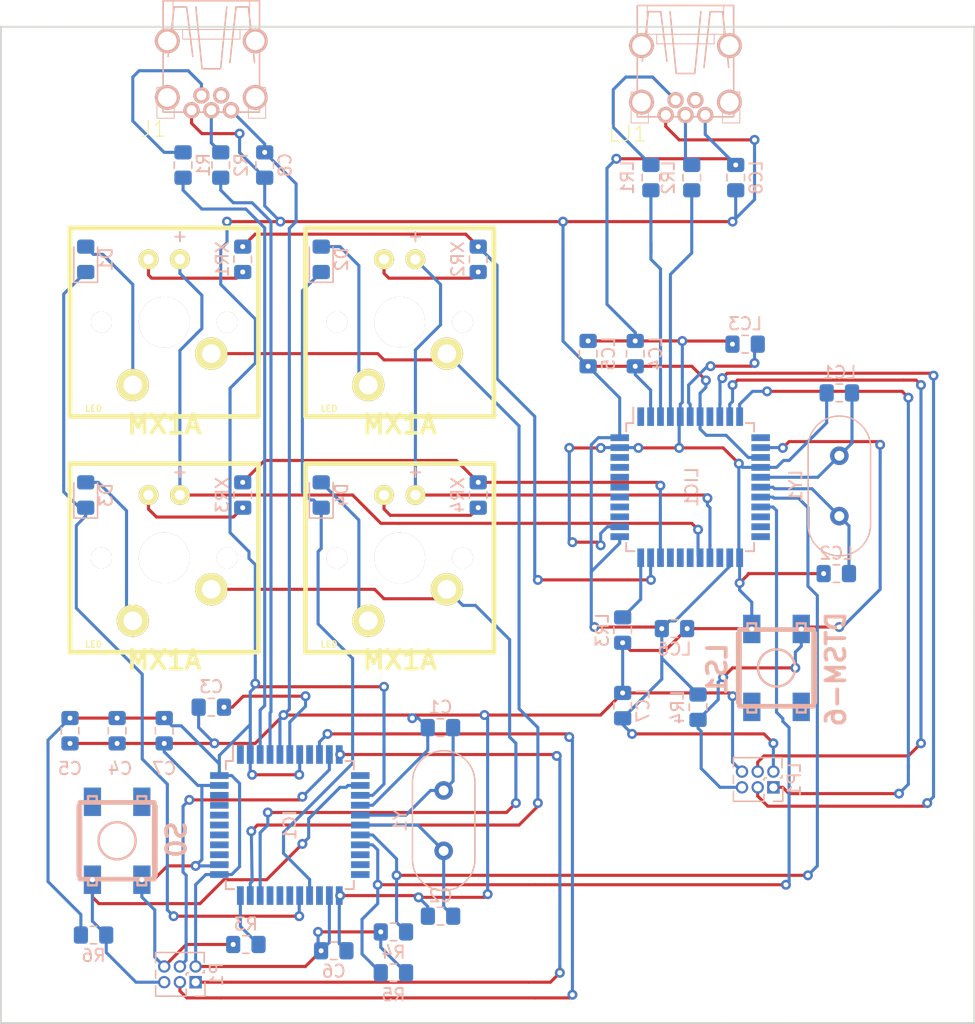
<source format=kicad_pcb>
(kicad_pcb (version 20171130) (host pcbnew "(5.0.2)-1")

  (general
    (thickness 1.6)
    (drawings 15)
    (tracks 715)
    (zones 0)
    (modules 52)
    (nets 85)
  )

  (page A4)
  (layers
    (0 F.Cu signal)
    (31 B.Cu signal)
    (32 B.Adhes user)
    (33 F.Adhes user)
    (34 B.Paste user)
    (35 F.Paste user)
    (36 B.SilkS user)
    (37 F.SilkS user)
    (38 B.Mask user)
    (39 F.Mask user)
    (40 Dwgs.User user)
    (41 Cmts.User user)
    (42 Eco1.User user)
    (43 Eco2.User user)
    (44 Edge.Cuts user)
    (45 Margin user)
    (46 B.CrtYd user)
    (47 F.CrtYd user)
    (48 B.Fab user)
    (49 F.Fab user)
  )

  (setup
    (last_trace_width 0.25)
    (trace_clearance 0.2)
    (zone_clearance 0.508)
    (zone_45_only no)
    (trace_min 0.2)
    (segment_width 0.2)
    (edge_width 0.15)
    (via_size 0.8)
    (via_drill 0.4)
    (via_min_size 0.4)
    (via_min_drill 0.3)
    (uvia_size 0.3)
    (uvia_drill 0.1)
    (uvias_allowed no)
    (uvia_min_size 0.2)
    (uvia_min_drill 0.1)
    (pcb_text_width 0.3)
    (pcb_text_size 1.5 1.5)
    (mod_edge_width 0.15)
    (mod_text_size 1 1)
    (mod_text_width 0.15)
    (pad_size 1.524 1.524)
    (pad_drill 0.762)
    (pad_to_mask_clearance 0.051)
    (solder_mask_min_width 0.25)
    (aux_axis_origin 0 0)
    (visible_elements 7FFFFFFF)
    (pcbplotparams
      (layerselection 0x010fc_ffffffff)
      (usegerberextensions false)
      (usegerberattributes false)
      (usegerberadvancedattributes false)
      (creategerberjobfile false)
      (excludeedgelayer true)
      (linewidth 0.100000)
      (plotframeref false)
      (viasonmask false)
      (mode 1)
      (useauxorigin false)
      (hpglpennumber 1)
      (hpglpenspeed 20)
      (hpglpendiameter 15.000000)
      (psnegative false)
      (psa4output false)
      (plotreference true)
      (plotvalue true)
      (plotinvisibletext false)
      (padsonsilk false)
      (subtractmaskfromsilk false)
      (outputformat 1)
      (mirror false)
      (drillshape 0)
      (scaleselection 1)
      (outputdirectory "gerbers"))
  )

  (net 0 "")
  (net 1 GND)
  (net 2 "Net-(C1-Pad1)")
  (net 3 "Net-(C2-Pad1)")
  (net 4 "Net-(C3-Pad1)")
  (net 5 VCC)
  (net 6 "Net-(D1-Pad2)")
  (net 7 /Col0)
  (net 8 /Col1)
  (net 9 "Net-(D2-Pad2)")
  (net 10 "Net-(D3-Pad2)")
  (net 11 "Net-(D4-Pad2)")
  (net 12 /PE6)
  (net 13 "Net-(IC1-Pad3)")
  (net 14 "Net-(IC1-Pad4)")
  (net 15 /PB0)
  (net 16 /SCLK)
  (net 17 /MOSI)
  (net 18 /MISO)
  (net 19 /PB7)
  (net 20 /~RES)
  (net 21 /SCL)
  (net 22 /SDA)
  (net 23 /PD1)
  (net 24 /PD2)
  (net 25 /PD5)
  (net 26 /PD4)
  (net 27 /PB4)
  (net 28 /PB5)
  (net 29 /PB6)
  (net 30 /Row1)
  (net 31 /Row0)
  (net 32 "Net-(IC1-Pad33)")
  (net 33 /PF7)
  (net 34 /PF6)
  (net 35 /PF5)
  (net 36 /PF4)
  (net 37 /PF1)
  (net 38 /PF0)
  (net 39 "Net-(IC1-Pad42)")
  (net 40 "Net-(J1-Pad4)")
  (net 41 "Net-(J1-Pad2)")
  (net 42 "Net-(J1-Pad3)")
  (net 43 "Net-(LC1-Pad1)")
  (net 44 "Net-(LC2-Pad1)")
  (net 45 "Net-(LC3-Pad1)")
  (net 46 "Net-(LED1-Pad1)")
  (net 47 /light_controller/LED_COL0)
  (net 48 /light_controller/LED_COL1)
  (net 49 "Net-(LED2-Pad1)")
  (net 50 "Net-(LED3-Pad1)")
  (net 51 "Net-(LED4-Pad1)")
  (net 52 "Net-(LIC1-Pad42)")
  (net 53 /light_controller/LPF0)
  (net 54 /light_controller/LPF1)
  (net 55 /light_controller/LPF4)
  (net 56 /light_controller/LPF5)
  (net 57 /light_controller/LPF6)
  (net 58 /light_controller/LPF7)
  (net 59 "Net-(LIC1-Pad33)")
  (net 60 /light_controller/LED_ROW0)
  (net 61 /light_controller/LED_ROW1)
  (net 62 /light_controller/LPB6)
  (net 63 /light_controller/LPB5)
  (net 64 /light_controller/LPB4)
  (net 65 /light_controller/LPD4)
  (net 66 /light_controller/LPD5)
  (net 67 /light_controller/LPD2)
  (net 68 /light_controller/LPD1)
  (net 69 /light_controller/~LRES)
  (net 70 /light_controller/LPB7)
  (net 71 /light_controller/LMISO)
  (net 72 /light_controller/LMOSI)
  (net 73 /light_controller/LSCLK)
  (net 74 /light_controller/LPB0)
  (net 75 "Net-(LIC1-Pad4)")
  (net 76 "Net-(LIC1-Pad3)")
  (net 77 /light_controller/LPE6)
  (net 78 "Net-(LJ1-Pad3)")
  (net 79 "Net-(LJ1-Pad2)")
  (net 80 "Net-(LJ1-Pad4)")
  (net 81 "Net-(LS1-Pad2)")
  (net 82 "Net-(LS1-Pad4)")
  (net 83 "Net-(S0-Pad4)")
  (net 84 "Net-(S0-Pad2)")

  (net_class Default "This is the default net class."
    (clearance 0.2)
    (trace_width 0.25)
    (via_dia 0.8)
    (via_drill 0.4)
    (uvia_dia 0.3)
    (uvia_drill 0.1)
    (add_net /Col0)
    (add_net /Col1)
    (add_net /MISO)
    (add_net /MOSI)
    (add_net /PB0)
    (add_net /PB4)
    (add_net /PB5)
    (add_net /PB6)
    (add_net /PB7)
    (add_net /PD1)
    (add_net /PD2)
    (add_net /PD4)
    (add_net /PD5)
    (add_net /PE6)
    (add_net /PF0)
    (add_net /PF1)
    (add_net /PF4)
    (add_net /PF5)
    (add_net /PF6)
    (add_net /PF7)
    (add_net /Row0)
    (add_net /Row1)
    (add_net /SCL)
    (add_net /SCLK)
    (add_net /SDA)
    (add_net /light_controller/LED_COL0)
    (add_net /light_controller/LED_COL1)
    (add_net /light_controller/LED_ROW0)
    (add_net /light_controller/LED_ROW1)
    (add_net /light_controller/LMISO)
    (add_net /light_controller/LMOSI)
    (add_net /light_controller/LPB0)
    (add_net /light_controller/LPB4)
    (add_net /light_controller/LPB5)
    (add_net /light_controller/LPB6)
    (add_net /light_controller/LPB7)
    (add_net /light_controller/LPD1)
    (add_net /light_controller/LPD2)
    (add_net /light_controller/LPD4)
    (add_net /light_controller/LPD5)
    (add_net /light_controller/LPE6)
    (add_net /light_controller/LPF0)
    (add_net /light_controller/LPF1)
    (add_net /light_controller/LPF4)
    (add_net /light_controller/LPF5)
    (add_net /light_controller/LPF6)
    (add_net /light_controller/LPF7)
    (add_net /light_controller/LSCLK)
    (add_net /light_controller/~LRES)
    (add_net /~RES)
    (add_net GND)
    (add_net "Net-(C1-Pad1)")
    (add_net "Net-(C2-Pad1)")
    (add_net "Net-(C3-Pad1)")
    (add_net "Net-(D1-Pad2)")
    (add_net "Net-(D2-Pad2)")
    (add_net "Net-(D3-Pad2)")
    (add_net "Net-(D4-Pad2)")
    (add_net "Net-(IC1-Pad3)")
    (add_net "Net-(IC1-Pad33)")
    (add_net "Net-(IC1-Pad4)")
    (add_net "Net-(IC1-Pad42)")
    (add_net "Net-(J1-Pad2)")
    (add_net "Net-(J1-Pad3)")
    (add_net "Net-(J1-Pad4)")
    (add_net "Net-(LC1-Pad1)")
    (add_net "Net-(LC2-Pad1)")
    (add_net "Net-(LC3-Pad1)")
    (add_net "Net-(LED1-Pad1)")
    (add_net "Net-(LED2-Pad1)")
    (add_net "Net-(LED3-Pad1)")
    (add_net "Net-(LED4-Pad1)")
    (add_net "Net-(LIC1-Pad3)")
    (add_net "Net-(LIC1-Pad33)")
    (add_net "Net-(LIC1-Pad4)")
    (add_net "Net-(LIC1-Pad42)")
    (add_net "Net-(LJ1-Pad2)")
    (add_net "Net-(LJ1-Pad3)")
    (add_net "Net-(LJ1-Pad4)")
    (add_net "Net-(LS1-Pad2)")
    (add_net "Net-(LS1-Pad4)")
    (add_net "Net-(S0-Pad2)")
    (add_net "Net-(S0-Pad4)")
    (add_net VCC)
  )

  (module Capacitor_SMD:C_0805_2012Metric_Pad1.15x1.40mm_HandSolder (layer B.Cu) (tedit 5B36C52B) (tstamp 5C7E3B1E)
    (at 95.504 69.088 90)
    (descr "Capacitor SMD 0805 (2012 Metric), square (rectangular) end terminal, IPC_7351 nominal with elongated pad for handsoldering. (Body size source: https://docs.google.com/spreadsheets/d/1BsfQQcO9C6DZCsRaXUlFlo91Tg2WpOkGARC1WS5S8t0/edit?usp=sharing), generated with kicad-footprint-generator")
    (tags "capacitor handsolder")
    (path /5C38913C/5C39B35A)
    (attr smd)
    (fp_text reference LC7 (at 0 1.65 90) (layer B.SilkS)
      (effects (font (size 1 1) (thickness 0.15)) (justify mirror))
    )
    (fp_text value 100nF (at 0 -1.65 90) (layer B.Fab)
      (effects (font (size 1 1) (thickness 0.15)) (justify mirror))
    )
    (fp_text user %R (at 0 0 90) (layer B.Fab)
      (effects (font (size 0.5 0.5) (thickness 0.08)) (justify mirror))
    )
    (fp_line (start 1.85 -0.95) (end -1.85 -0.95) (layer B.CrtYd) (width 0.05))
    (fp_line (start 1.85 0.95) (end 1.85 -0.95) (layer B.CrtYd) (width 0.05))
    (fp_line (start -1.85 0.95) (end 1.85 0.95) (layer B.CrtYd) (width 0.05))
    (fp_line (start -1.85 -0.95) (end -1.85 0.95) (layer B.CrtYd) (width 0.05))
    (fp_line (start -0.261252 -0.71) (end 0.261252 -0.71) (layer B.SilkS) (width 0.12))
    (fp_line (start -0.261252 0.71) (end 0.261252 0.71) (layer B.SilkS) (width 0.12))
    (fp_line (start 1 -0.6) (end -1 -0.6) (layer B.Fab) (width 0.1))
    (fp_line (start 1 0.6) (end 1 -0.6) (layer B.Fab) (width 0.1))
    (fp_line (start -1 0.6) (end 1 0.6) (layer B.Fab) (width 0.1))
    (fp_line (start -1 -0.6) (end -1 0.6) (layer B.Fab) (width 0.1))
    (pad 2 smd roundrect (at 1.025 0 90) (size 1.15 1.4) (layers B.Cu B.Paste B.Mask) (roundrect_rratio 0.217391)
      (net 1 GND))
    (pad 1 smd roundrect (at -1.025 0 90) (size 1.15 1.4) (layers B.Cu B.Paste B.Mask) (roundrect_rratio 0.217391)
      (net 5 VCC))
    (model ${KISYS3DMOD}/Capacitor_SMD.3dshapes/C_0805_2012Metric.wrl
      (at (xyz 0 0 0))
      (scale (xyz 1 1 1))
      (rotate (xyz 0 0 0))
    )
  )

  (module USB:DX_USB (layer B.Cu) (tedit 577B62B1) (tstamp 5C7BD326)
    (at 100.584 16.256 270)
    (descr "USB MINI-B HOLE MOUNTED")
    (tags "USB MINI-B HOLE MOUNTED")
    (path /5C38913C/5C39B24F)
    (attr virtual)
    (fp_text reference LJ1 (at 6.61416 4.6736 180) (layer F.SilkS)
      (effects (font (size 1.27 1.27) (thickness 0.0889)))
    )
    (fp_text value USBMINI_B05 (at 0 0 270) (layer B.SilkS) hide
      (effects (font (size 1.524 1.524) (thickness 0.15)) (justify mirror))
    )
    (fp_line (start 3.24866 2.99974) (end 5.74802 2.99974) (layer B.SilkS) (width 0.06604))
    (fp_line (start 5.74802 2.99974) (end 5.74802 4.39928) (layer B.SilkS) (width 0.06604))
    (fp_line (start 3.24866 4.39928) (end 5.74802 4.39928) (layer B.SilkS) (width 0.06604))
    (fp_line (start 3.24866 2.99974) (end 3.24866 4.39928) (layer B.SilkS) (width 0.06604))
    (fp_line (start 3.24866 -4.39928) (end 5.74802 -4.39928) (layer B.SilkS) (width 0.06604))
    (fp_line (start 5.74802 -4.39928) (end 5.74802 -2.99974) (layer B.SilkS) (width 0.06604))
    (fp_line (start 3.24866 -2.99974) (end 5.74802 -2.99974) (layer B.SilkS) (width 0.06604))
    (fp_line (start 3.24866 -4.39928) (end 3.24866 -2.99974) (layer B.SilkS) (width 0.06604))
    (fp_line (start -3.74904 -3.0988) (end -1.42494 -3.0988) (layer B.SilkS) (width 0.06604))
    (fp_line (start -1.42494 -3.0988) (end -1.42494 3.0988) (layer B.SilkS) (width 0.06604))
    (fp_line (start -3.74904 3.0988) (end -1.42494 3.0988) (layer B.SilkS) (width 0.06604))
    (fp_line (start -3.74904 -3.0988) (end -3.74904 3.0988) (layer B.SilkS) (width 0.06604))
    (fp_line (start -1.42494 -2.3241) (end -0.6477 -2.3241) (layer B.SilkS) (width 0.06604))
    (fp_line (start -0.6477 -2.3241) (end -0.6477 2.3241) (layer B.SilkS) (width 0.06604))
    (fp_line (start -1.42494 2.3241) (end -0.6477 2.3241) (layer B.SilkS) (width 0.06604))
    (fp_line (start -1.42494 -2.3241) (end -1.42494 2.3241) (layer B.SilkS) (width 0.06604))
    (fp_line (start -3.74904 3.8989) (end -3.74904 -3.8989) (layer B.SilkS) (width 0.127))
    (fp_line (start 5.24764 3.8989) (end 5.24764 -3.8989) (layer B.SilkS) (width 0.127))
    (fp_line (start -3.74904 3.8989) (end 5.24764 3.8989) (layer B.SilkS) (width 0.127))
    (fp_line (start -3.74904 -3.8989) (end 5.24764 -3.8989) (layer B.SilkS) (width 0.127))
    (fp_line (start 0.7493 3.49758) (end -3.24866 2.99974) (layer B.SilkS) (width 0.127))
    (fp_line (start -3.24866 2.99974) (end -3.24866 1.99898) (layer B.SilkS) (width 0.127))
    (fp_line (start -3.24866 1.99898) (end 0.7493 1.4986) (layer B.SilkS) (width 0.127))
    (fp_line (start 1.24968 -3.49758) (end -3.24866 -2.99974) (layer B.SilkS) (width 0.127))
    (fp_line (start -3.24866 -2.99974) (end -3.24866 -1.99898) (layer B.SilkS) (width 0.127))
    (fp_line (start -3.24866 -1.99898) (end 1.24968 -1.4986) (layer B.SilkS) (width 0.127))
    (fp_line (start -3.24866 1.24968) (end 1.74752 0.7493) (layer B.SilkS) (width 0.127))
    (fp_line (start 1.74752 0.7493) (end 1.74752 -0.7493) (layer B.SilkS) (width 0.127))
    (fp_line (start 1.74752 -0.7493) (end -3.24866 -1.24968) (layer B.SilkS) (width 0.127))
    (pad 3 thru_hole circle (at 5.09778 0 270) (size 1.30556 1.30556) (drill 0.79756) (layers *.Cu B.Paste B.SilkS B.Mask)
      (net 78 "Net-(LJ1-Pad3)"))
    (pad 2 thru_hole circle (at 3.8989 0.79756 270) (size 1.30556 1.30556) (drill 0.79756) (layers *.Cu B.Paste B.SilkS B.Mask)
      (net 79 "Net-(LJ1-Pad2)"))
    (pad 5 thru_hole circle (at 5.09778 -1.59766 270) (size 1.30556 1.30556) (drill 0.79756) (layers *.Cu B.Paste B.SilkS B.Mask)
      (net 1 GND))
    (pad 4 thru_hole circle (at 3.8989 -0.79756 270) (size 1.30556 1.30556) (drill 0.79756) (layers *.Cu B.Paste B.SilkS B.Mask)
      (net 80 "Net-(LJ1-Pad4)"))
    (pad "" thru_hole circle (at -0.508 -3.556 270) (size 2 2) (drill 1.5) (layers *.Cu B.Paste B.SilkS B.Mask))
    (pad "" thru_hole circle (at -0.508 3.556 270) (size 2 2) (drill 1.5) (layers *.Cu B.Paste B.SilkS B.Mask))
    (pad 1 thru_hole circle (at 5.09778 1.59766 270) (size 1.30556 1.30556) (drill 0.79756) (layers *.Cu B.Paste B.SilkS B.Mask)
      (net 5 VCC))
    (pad "" thru_hole circle (at 4.064 3.556 270) (size 2 2) (drill 1.5) (layers *.Cu B.Paste B.SilkS B.Mask))
    (pad "" thru_hole circle (at 4.064 -3.556 270) (size 2 2) (drill 1.5) (layers *.Cu B.Paste B.SilkS B.Mask))
  )

  (module Capacitor_SMD:C_0805_2012Metric_Pad1.15x1.40mm_HandSolder (layer B.Cu) (tedit 5C243C67) (tstamp 5C7D74AF)
    (at 72.136 88.9)
    (descr "Capacitor SMD 0805 (2012 Metric), square (rectangular) end terminal, IPC_7351 nominal with elongated pad for handsoldering. (Body size source: https://docs.google.com/spreadsheets/d/1BsfQQcO9C6DZCsRaXUlFlo91Tg2WpOkGARC1WS5S8t0/edit?usp=sharing), generated with kicad-footprint-generator")
    (tags "capacitor handsolder")
    (path /5C26D500)
    (attr smd)
    (fp_text reference C6 (at 0 1.65) (layer B.SilkS)
      (effects (font (size 1 1) (thickness 0.15)) (justify mirror))
    )
    (fp_text value 100nF (at 0 -1.65) (layer B.Fab)
      (effects (font (size 1 1) (thickness 0.15)) (justify mirror))
    )
    (fp_text user %R (at 0 0) (layer B.Fab)
      (effects (font (size 0.5 0.5) (thickness 0.08)) (justify mirror))
    )
    (fp_line (start 1.85 -0.95) (end -1.85 -0.95) (layer B.CrtYd) (width 0.05))
    (fp_line (start 1.85 0.95) (end 1.85 -0.95) (layer B.CrtYd) (width 0.05))
    (fp_line (start -1.85 0.95) (end 1.85 0.95) (layer B.CrtYd) (width 0.05))
    (fp_line (start -1.85 -0.95) (end -1.85 0.95) (layer B.CrtYd) (width 0.05))
    (fp_line (start -0.261252 -0.71) (end 0.261252 -0.71) (layer B.SilkS) (width 0.12))
    (fp_line (start -0.261252 0.71) (end 0.261252 0.71) (layer B.SilkS) (width 0.12))
    (fp_line (start 1 -0.6) (end -1 -0.6) (layer B.Fab) (width 0.1))
    (fp_line (start 1 0.6) (end 1 -0.6) (layer B.Fab) (width 0.1))
    (fp_line (start -1 0.6) (end 1 0.6) (layer B.Fab) (width 0.1))
    (fp_line (start -1 -0.6) (end -1 0.6) (layer B.Fab) (width 0.1))
    (pad 2 smd roundrect (at 1.025 0) (size 1.15 1.4) (layers B.Cu B.Paste B.Mask) (roundrect_rratio 0.217391)
      (net 1 GND))
    (pad 1 smd roundrect (at -1.025 0) (size 1.15 1.4) (layers B.Cu B.Paste B.Mask) (roundrect_rratio 0.217391)
      (net 5 VCC))
    (model ${KISYS3DMOD}/Capacitor_SMD.3dshapes/C_0805_2012Metric.wrl
      (at (xyz 0 0 0))
      (scale (xyz 1 1 1))
      (rotate (xyz 0 0 0))
    )
  )

  (module Resistor_SMD:R_0805_2012Metric_Pad1.15x1.40mm_HandSolder (layer B.Cu) (tedit 5B36C52B) (tstamp 5C7AA3E5)
    (at 76.962 90.678 180)
    (descr "Resistor SMD 0805 (2012 Metric), square (rectangular) end terminal, IPC_7351 nominal with elongated pad for handsoldering. (Body size source: https://docs.google.com/spreadsheets/d/1BsfQQcO9C6DZCsRaXUlFlo91Tg2WpOkGARC1WS5S8t0/edit?usp=sharing), generated with kicad-footprint-generator")
    (tags "resistor handsolder")
    (path /5C2CD85E)
    (attr smd)
    (fp_text reference R4 (at 0 1.65 180) (layer B.SilkS)
      (effects (font (size 1 1) (thickness 0.15)) (justify mirror))
    )
    (fp_text value 4K7 (at 0 -1.65 180) (layer B.Fab)
      (effects (font (size 1 1) (thickness 0.15)) (justify mirror))
    )
    (fp_line (start -1 -0.6) (end -1 0.6) (layer B.Fab) (width 0.1))
    (fp_line (start -1 0.6) (end 1 0.6) (layer B.Fab) (width 0.1))
    (fp_line (start 1 0.6) (end 1 -0.6) (layer B.Fab) (width 0.1))
    (fp_line (start 1 -0.6) (end -1 -0.6) (layer B.Fab) (width 0.1))
    (fp_line (start -0.261252 0.71) (end 0.261252 0.71) (layer B.SilkS) (width 0.12))
    (fp_line (start -0.261252 -0.71) (end 0.261252 -0.71) (layer B.SilkS) (width 0.12))
    (fp_line (start -1.85 -0.95) (end -1.85 0.95) (layer B.CrtYd) (width 0.05))
    (fp_line (start -1.85 0.95) (end 1.85 0.95) (layer B.CrtYd) (width 0.05))
    (fp_line (start 1.85 0.95) (end 1.85 -0.95) (layer B.CrtYd) (width 0.05))
    (fp_line (start 1.85 -0.95) (end -1.85 -0.95) (layer B.CrtYd) (width 0.05))
    (fp_text user %R (at 0 0 180) (layer B.Fab)
      (effects (font (size 0.5 0.5) (thickness 0.08)) (justify mirror))
    )
    (pad 1 smd roundrect (at -1.025 0 180) (size 1.15 1.4) (layers B.Cu B.Paste B.Mask) (roundrect_rratio 0.217391)
      (net 5 VCC))
    (pad 2 smd roundrect (at 1.025 0 180) (size 1.15 1.4) (layers B.Cu B.Paste B.Mask) (roundrect_rratio 0.217391)
      (net 22 /SDA))
    (model ${KISYS3DMOD}/Resistor_SMD.3dshapes/R_0805_2012Metric.wrl
      (at (xyz 0 0 0))
      (scale (xyz 1 1 1))
      (rotate (xyz 0 0 0))
    )
  )

  (module Package_QFP:TQFP-44_10x10mm_P0.8mm (layer B.Cu) (tedit 5C243D41) (tstamp 5C79EC58)
    (at 68.58 78.74 270)
    (descr "44-Lead Plastic Thin Quad Flatpack (PT) - 10x10x1.0 mm Body [TQFP] (see Microchip Packaging Specification 00000049BS.pdf)")
    (tags "QFP 0.8")
    (path /5C240669)
    (attr smd)
    (fp_text reference IC1 (at 0 0 270) (layer B.SilkS)
      (effects (font (size 1 1) (thickness 0.15)) (justify mirror))
    )
    (fp_text value ATMEGA32U4 (at 0 -7.45 270) (layer B.Fab)
      (effects (font (size 1 1) (thickness 0.15)) (justify mirror))
    )
    (fp_text user %R (at 0 0 270) (layer B.Fab)
      (effects (font (size 1 1) (thickness 0.15)) (justify mirror))
    )
    (fp_line (start -4 5) (end 5 5) (layer B.Fab) (width 0.15))
    (fp_line (start 5 5) (end 5 -5) (layer B.Fab) (width 0.15))
    (fp_line (start 5 -5) (end -5 -5) (layer B.Fab) (width 0.15))
    (fp_line (start -5 -5) (end -5 4) (layer B.Fab) (width 0.15))
    (fp_line (start -5 4) (end -4 5) (layer B.Fab) (width 0.15))
    (fp_line (start -6.7 6.7) (end -6.7 -6.7) (layer B.CrtYd) (width 0.05))
    (fp_line (start 6.7 6.7) (end 6.7 -6.7) (layer B.CrtYd) (width 0.05))
    (fp_line (start -6.7 6.7) (end 6.7 6.7) (layer B.CrtYd) (width 0.05))
    (fp_line (start -6.7 -6.7) (end 6.7 -6.7) (layer B.CrtYd) (width 0.05))
    (fp_line (start -5.175 5.175) (end -5.175 4.6) (layer B.SilkS) (width 0.15))
    (fp_line (start 5.175 5.175) (end 5.175 4.5) (layer B.SilkS) (width 0.15))
    (fp_line (start 5.175 -5.175) (end 5.175 -4.5) (layer B.SilkS) (width 0.15))
    (fp_line (start -5.175 -5.175) (end -5.175 -4.5) (layer B.SilkS) (width 0.15))
    (fp_line (start -5.175 5.175) (end -4.5 5.175) (layer B.SilkS) (width 0.15))
    (fp_line (start -5.175 -5.175) (end -4.5 -5.175) (layer B.SilkS) (width 0.15))
    (fp_line (start 5.175 -5.175) (end 4.5 -5.175) (layer B.SilkS) (width 0.15))
    (fp_line (start 5.175 5.175) (end 4.5 5.175) (layer B.SilkS) (width 0.15))
    (fp_line (start -5.175 4.6) (end -6.45 4.6) (layer B.SilkS) (width 0.15))
    (pad 1 smd rect (at -5.7 4 270) (size 1.5 0.55) (layers B.Cu B.Paste B.Mask)
      (net 12 /PE6))
    (pad 2 smd rect (at -5.7 3.2 270) (size 1.5 0.55) (layers B.Cu B.Paste B.Mask)
      (net 5 VCC))
    (pad 3 smd rect (at -5.7 2.4 270) (size 1.5 0.55) (layers B.Cu B.Paste B.Mask)
      (net 13 "Net-(IC1-Pad3)"))
    (pad 4 smd rect (at -5.7 1.6 270) (size 1.5 0.55) (layers B.Cu B.Paste B.Mask)
      (net 14 "Net-(IC1-Pad4)"))
    (pad 5 smd rect (at -5.7 0.8 270) (size 1.5 0.55) (layers B.Cu B.Paste B.Mask)
      (net 1 GND))
    (pad 6 smd rect (at -5.7 0 270) (size 1.5 0.55) (layers B.Cu B.Paste B.Mask)
      (net 4 "Net-(C3-Pad1)"))
    (pad 7 smd rect (at -5.7 -0.8 270) (size 1.5 0.55) (layers B.Cu B.Paste B.Mask)
      (net 5 VCC))
    (pad 8 smd rect (at -5.7 -1.6 270) (size 1.5 0.55) (layers B.Cu B.Paste B.Mask)
      (net 15 /PB0))
    (pad 9 smd rect (at -5.7 -2.4 270) (size 1.5 0.55) (layers B.Cu B.Paste B.Mask)
      (net 16 /SCLK))
    (pad 10 smd rect (at -5.7 -3.2 270) (size 1.5 0.55) (layers B.Cu B.Paste B.Mask)
      (net 17 /MOSI))
    (pad 11 smd rect (at -5.7 -4 270) (size 1.5 0.55) (layers B.Cu B.Paste B.Mask)
      (net 18 /MISO))
    (pad 12 smd rect (at -4 -5.7 180) (size 1.5 0.55) (layers B.Cu B.Paste B.Mask)
      (net 19 /PB7))
    (pad 13 smd rect (at -3.2 -5.7 180) (size 1.5 0.55) (layers B.Cu B.Paste B.Mask)
      (net 20 /~RES))
    (pad 14 smd rect (at -2.4 -5.7 180) (size 1.5 0.55) (layers B.Cu B.Paste B.Mask)
      (net 5 VCC))
    (pad 15 smd rect (at -1.6 -5.7 180) (size 1.5 0.55) (layers B.Cu B.Paste B.Mask)
      (net 1 GND))
    (pad 16 smd rect (at -0.8 -5.7 180) (size 1.5 0.55) (layers B.Cu B.Paste B.Mask)
      (net 2 "Net-(C1-Pad1)"))
    (pad 17 smd rect (at 0 -5.7 180) (size 1.5 0.55) (layers B.Cu B.Paste B.Mask)
      (net 3 "Net-(C2-Pad1)"))
    (pad 18 smd rect (at 0.8 -5.7 180) (size 1.5 0.55) (layers B.Cu B.Paste B.Mask)
      (net 21 /SCL))
    (pad 19 smd rect (at 1.6 -5.7 180) (size 1.5 0.55) (layers B.Cu B.Paste B.Mask)
      (net 22 /SDA))
    (pad 20 smd rect (at 2.4 -5.7 180) (size 1.5 0.55) (layers B.Cu B.Paste B.Mask)
      (net 23 /PD1))
    (pad 21 smd rect (at 3.2 -5.7 180) (size 1.5 0.55) (layers B.Cu B.Paste B.Mask)
      (net 24 /PD2))
    (pad 22 smd rect (at 4 -5.7 180) (size 1.5 0.55) (layers B.Cu B.Paste B.Mask)
      (net 25 /PD5))
    (pad 23 smd rect (at 5.7 -4 270) (size 1.5 0.55) (layers B.Cu B.Paste B.Mask)
      (net 1 GND))
    (pad 24 smd rect (at 5.7 -3.2 270) (size 1.5 0.55) (layers B.Cu B.Paste B.Mask)
      (net 5 VCC))
    (pad 25 smd rect (at 5.7 -2.4 270) (size 1.5 0.55) (layers B.Cu B.Paste B.Mask)
      (net 26 /PD4))
    (pad 26 smd rect (at 5.7 -1.6 270) (size 1.5 0.55) (layers B.Cu B.Paste B.Mask)
      (net 8 /Col1))
    (pad 27 smd rect (at 5.7 -0.8 270) (size 1.5 0.55) (layers B.Cu B.Paste B.Mask)
      (net 7 /Col0))
    (pad 28 smd rect (at 5.7 0 270) (size 1.5 0.55) (layers B.Cu B.Paste B.Mask)
      (net 27 /PB4))
    (pad 29 smd rect (at 5.7 0.8 270) (size 1.5 0.55) (layers B.Cu B.Paste B.Mask)
      (net 28 /PB5))
    (pad 30 smd rect (at 5.7 1.6 270) (size 1.5 0.55) (layers B.Cu B.Paste B.Mask)
      (net 29 /PB6))
    (pad 31 smd rect (at 5.7 2.4 270) (size 1.5 0.55) (layers B.Cu B.Paste B.Mask)
      (net 30 /Row1))
    (pad 32 smd rect (at 5.7 3.2 270) (size 1.5 0.55) (layers B.Cu B.Paste B.Mask)
      (net 31 /Row0))
    (pad 33 smd rect (at 5.7 4 270) (size 1.5 0.55) (layers B.Cu B.Paste B.Mask)
      (net 32 "Net-(IC1-Pad33)"))
    (pad 34 smd rect (at 4 5.7 180) (size 1.5 0.55) (layers B.Cu B.Paste B.Mask)
      (net 5 VCC))
    (pad 35 smd rect (at 3.2 5.7 180) (size 1.5 0.55) (layers B.Cu B.Paste B.Mask)
      (net 1 GND))
    (pad 36 smd rect (at 2.4 5.7 180) (size 1.5 0.55) (layers B.Cu B.Paste B.Mask)
      (net 33 /PF7))
    (pad 37 smd rect (at 1.6 5.7 180) (size 1.5 0.55) (layers B.Cu B.Paste B.Mask)
      (net 34 /PF6))
    (pad 38 smd rect (at 0.8 5.7 180) (size 1.5 0.55) (layers B.Cu B.Paste B.Mask)
      (net 35 /PF5))
    (pad 39 smd rect (at 0 5.7 180) (size 1.5 0.55) (layers B.Cu B.Paste B.Mask)
      (net 36 /PF4))
    (pad 40 smd rect (at -0.8 5.7 180) (size 1.5 0.55) (layers B.Cu B.Paste B.Mask)
      (net 37 /PF1))
    (pad 41 smd rect (at -1.6 5.7 180) (size 1.5 0.55) (layers B.Cu B.Paste B.Mask)
      (net 38 /PF0))
    (pad 42 smd rect (at -2.4 5.7 180) (size 1.5 0.55) (layers B.Cu B.Paste B.Mask)
      (net 39 "Net-(IC1-Pad42)"))
    (pad 43 smd rect (at -3.2 5.7 180) (size 1.5 0.55) (layers B.Cu B.Paste B.Mask)
      (net 1 GND))
    (pad 44 smd rect (at -4 5.7 180) (size 1.5 0.55) (layers B.Cu B.Paste B.Mask)
      (net 5 VCC))
    (model ${KISYS3DMOD}/Package_QFP.3dshapes/TQFP-44_10x10mm_P0.8mm.wrl
      (at (xyz 0 0 0))
      (scale (xyz 1 1 1))
      (rotate (xyz 0 0 0))
    )
  )

  (module Crystal:Crystal_HC49-U_Vertical (layer B.Cu) (tedit 5A1AD3B8) (tstamp 5C7C0B61)
    (at 81.026 75.946 270)
    (descr "Crystal THT HC-49/U http://5hertz.com/pdfs/04404_D.pdf")
    (tags "THT crystalHC-49/U")
    (path /5C23D799)
    (fp_text reference Y1 (at 2.44 3.525 270) (layer B.SilkS)
      (effects (font (size 1 1) (thickness 0.15)) (justify mirror))
    )
    (fp_text value Crystal (at 2.44 -3.525 270) (layer B.Fab)
      (effects (font (size 1 1) (thickness 0.15)) (justify mirror))
    )
    (fp_text user %R (at 2.44 0 270) (layer B.Fab)
      (effects (font (size 1 1) (thickness 0.15)) (justify mirror))
    )
    (fp_line (start -0.685 2.325) (end 5.565 2.325) (layer B.Fab) (width 0.1))
    (fp_line (start -0.685 -2.325) (end 5.565 -2.325) (layer B.Fab) (width 0.1))
    (fp_line (start -0.56 2) (end 5.44 2) (layer B.Fab) (width 0.1))
    (fp_line (start -0.56 -2) (end 5.44 -2) (layer B.Fab) (width 0.1))
    (fp_line (start -0.685 2.525) (end 5.565 2.525) (layer B.SilkS) (width 0.12))
    (fp_line (start -0.685 -2.525) (end 5.565 -2.525) (layer B.SilkS) (width 0.12))
    (fp_line (start -3.5 2.8) (end -3.5 -2.8) (layer B.CrtYd) (width 0.05))
    (fp_line (start -3.5 -2.8) (end 8.4 -2.8) (layer B.CrtYd) (width 0.05))
    (fp_line (start 8.4 -2.8) (end 8.4 2.8) (layer B.CrtYd) (width 0.05))
    (fp_line (start 8.4 2.8) (end -3.5 2.8) (layer B.CrtYd) (width 0.05))
    (fp_arc (start -0.685 0) (end -0.685 2.325) (angle 180) (layer B.Fab) (width 0.1))
    (fp_arc (start 5.565 0) (end 5.565 2.325) (angle -180) (layer B.Fab) (width 0.1))
    (fp_arc (start -0.56 0) (end -0.56 2) (angle 180) (layer B.Fab) (width 0.1))
    (fp_arc (start 5.44 0) (end 5.44 2) (angle -180) (layer B.Fab) (width 0.1))
    (fp_arc (start -0.685 0) (end -0.685 2.525) (angle 180) (layer B.SilkS) (width 0.12))
    (fp_arc (start 5.565 0) (end 5.565 2.525) (angle -180) (layer B.SilkS) (width 0.12))
    (pad 1 thru_hole circle (at 0 0 270) (size 1.5 1.5) (drill 0.8) (layers *.Cu *.Mask)
      (net 2 "Net-(C1-Pad1)"))
    (pad 2 thru_hole circle (at 4.88 0 270) (size 1.5 1.5) (drill 0.8) (layers *.Cu *.Mask)
      (net 3 "Net-(C2-Pad1)"))
    (model ${KISYS3DMOD}/Crystal.3dshapes/Crystal_HC49-U_Vertical.wrl
      (at (xyz 0 0 0))
      (scale (xyz 1 1 1))
      (rotate (xyz 0 0 0))
    )
  )

  (module Diode_SMD:D_0805_2012Metric_Pad1.15x1.40mm_HandSolder (layer B.Cu) (tedit 5B4B45C8) (tstamp 5C79D4EC)
    (at 71.12 52.07 90)
    (descr "Diode SMD 0805 (2012 Metric), square (rectangular) end terminal, IPC_7351 nominal, (Body size source: https://docs.google.com/spreadsheets/d/1BsfQQcO9C6DZCsRaXUlFlo91Tg2WpOkGARC1WS5S8t0/edit?usp=sharing), generated with kicad-footprint-generator")
    (tags "diode handsolder")
    (path /5C36762A/5C36EB68)
    (attr smd)
    (fp_text reference D4 (at 0 1.65 90) (layer B.SilkS)
      (effects (font (size 1 1) (thickness 0.15)) (justify mirror))
    )
    (fp_text value DIODE (at 0 -1.65 90) (layer B.Fab)
      (effects (font (size 1 1) (thickness 0.15)) (justify mirror))
    )
    (fp_line (start 1 0.6) (end -0.7 0.6) (layer B.Fab) (width 0.1))
    (fp_line (start -0.7 0.6) (end -1 0.3) (layer B.Fab) (width 0.1))
    (fp_line (start -1 0.3) (end -1 -0.6) (layer B.Fab) (width 0.1))
    (fp_line (start -1 -0.6) (end 1 -0.6) (layer B.Fab) (width 0.1))
    (fp_line (start 1 -0.6) (end 1 0.6) (layer B.Fab) (width 0.1))
    (fp_line (start 1 0.96) (end -1.86 0.96) (layer B.SilkS) (width 0.12))
    (fp_line (start -1.86 0.96) (end -1.86 -0.96) (layer B.SilkS) (width 0.12))
    (fp_line (start -1.86 -0.96) (end 1 -0.96) (layer B.SilkS) (width 0.12))
    (fp_line (start -1.85 -0.95) (end -1.85 0.95) (layer B.CrtYd) (width 0.05))
    (fp_line (start -1.85 0.95) (end 1.85 0.95) (layer B.CrtYd) (width 0.05))
    (fp_line (start 1.85 0.95) (end 1.85 -0.95) (layer B.CrtYd) (width 0.05))
    (fp_line (start 1.85 -0.95) (end -1.85 -0.95) (layer B.CrtYd) (width 0.05))
    (fp_text user %R (at 0 0 90) (layer B.Fab)
      (effects (font (size 0.5 0.5) (thickness 0.08)) (justify mirror))
    )
    (pad 1 smd roundrect (at -1.025 0 90) (size 1.15 1.4) (layers B.Cu B.Paste B.Mask) (roundrect_rratio 0.217391)
      (net 8 /Col1))
    (pad 2 smd roundrect (at 1.025 0 90) (size 1.15 1.4) (layers B.Cu B.Paste B.Mask) (roundrect_rratio 0.217391)
      (net 11 "Net-(D4-Pad2)"))
    (model ${KISYS3DMOD}/Diode_SMD.3dshapes/D_0805_2012Metric.wrl
      (at (xyz 0 0 0))
      (scale (xyz 1 1 1))
      (rotate (xyz 0 0 0))
    )
  )

  (module Capacitor_SMD:C_0805_2012Metric_Pad1.15x1.40mm_HandSolder (layer B.Cu) (tedit 5B36C52B) (tstamp 5C7C14A0)
    (at 80.763 70.866 180)
    (descr "Capacitor SMD 0805 (2012 Metric), square (rectangular) end terminal, IPC_7351 nominal with elongated pad for handsoldering. (Body size source: https://docs.google.com/spreadsheets/d/1BsfQQcO9C6DZCsRaXUlFlo91Tg2WpOkGARC1WS5S8t0/edit?usp=sharing), generated with kicad-footprint-generator")
    (tags "capacitor handsolder")
    (path /5C23DB03)
    (attr smd)
    (fp_text reference C1 (at 0 1.65 180) (layer B.SilkS)
      (effects (font (size 1 1) (thickness 0.15)) (justify mirror))
    )
    (fp_text value 22pF (at 0 -1.65 180) (layer B.Fab)
      (effects (font (size 1 1) (thickness 0.15)) (justify mirror))
    )
    (fp_text user %R (at 0 0 180) (layer B.Fab)
      (effects (font (size 0.5 0.5) (thickness 0.08)) (justify mirror))
    )
    (fp_line (start 1.85 -0.95) (end -1.85 -0.95) (layer B.CrtYd) (width 0.05))
    (fp_line (start 1.85 0.95) (end 1.85 -0.95) (layer B.CrtYd) (width 0.05))
    (fp_line (start -1.85 0.95) (end 1.85 0.95) (layer B.CrtYd) (width 0.05))
    (fp_line (start -1.85 -0.95) (end -1.85 0.95) (layer B.CrtYd) (width 0.05))
    (fp_line (start -0.261252 -0.71) (end 0.261252 -0.71) (layer B.SilkS) (width 0.12))
    (fp_line (start -0.261252 0.71) (end 0.261252 0.71) (layer B.SilkS) (width 0.12))
    (fp_line (start 1 -0.6) (end -1 -0.6) (layer B.Fab) (width 0.1))
    (fp_line (start 1 0.6) (end 1 -0.6) (layer B.Fab) (width 0.1))
    (fp_line (start -1 0.6) (end 1 0.6) (layer B.Fab) (width 0.1))
    (fp_line (start -1 -0.6) (end -1 0.6) (layer B.Fab) (width 0.1))
    (pad 2 smd roundrect (at 1.025 0 180) (size 1.15 1.4) (layers B.Cu B.Paste B.Mask) (roundrect_rratio 0.217391)
      (net 1 GND))
    (pad 1 smd roundrect (at -1.025 0 180) (size 1.15 1.4) (layers B.Cu B.Paste B.Mask) (roundrect_rratio 0.217391)
      (net 2 "Net-(C1-Pad1)"))
    (model ${KISYS3DMOD}/Capacitor_SMD.3dshapes/C_0805_2012Metric.wrl
      (at (xyz 0 0 0))
      (scale (xyz 1 1 1))
      (rotate (xyz 0 0 0))
    )
  )

  (module Capacitor_SMD:C_0805_2012Metric_Pad1.15x1.40mm_HandSolder (layer B.Cu) (tedit 5B36C52B) (tstamp 5C79D43A)
    (at 80.772 86.106 180)
    (descr "Capacitor SMD 0805 (2012 Metric), square (rectangular) end terminal, IPC_7351 nominal with elongated pad for handsoldering. (Body size source: https://docs.google.com/spreadsheets/d/1BsfQQcO9C6DZCsRaXUlFlo91Tg2WpOkGARC1WS5S8t0/edit?usp=sharing), generated with kicad-footprint-generator")
    (tags "capacitor handsolder")
    (path /5C23DB52)
    (attr smd)
    (fp_text reference C2 (at 0 1.65 180) (layer B.SilkS)
      (effects (font (size 1 1) (thickness 0.15)) (justify mirror))
    )
    (fp_text value 22pF (at 0 -1.65 180) (layer B.Fab)
      (effects (font (size 1 1) (thickness 0.15)) (justify mirror))
    )
    (fp_line (start -1 -0.6) (end -1 0.6) (layer B.Fab) (width 0.1))
    (fp_line (start -1 0.6) (end 1 0.6) (layer B.Fab) (width 0.1))
    (fp_line (start 1 0.6) (end 1 -0.6) (layer B.Fab) (width 0.1))
    (fp_line (start 1 -0.6) (end -1 -0.6) (layer B.Fab) (width 0.1))
    (fp_line (start -0.261252 0.71) (end 0.261252 0.71) (layer B.SilkS) (width 0.12))
    (fp_line (start -0.261252 -0.71) (end 0.261252 -0.71) (layer B.SilkS) (width 0.12))
    (fp_line (start -1.85 -0.95) (end -1.85 0.95) (layer B.CrtYd) (width 0.05))
    (fp_line (start -1.85 0.95) (end 1.85 0.95) (layer B.CrtYd) (width 0.05))
    (fp_line (start 1.85 0.95) (end 1.85 -0.95) (layer B.CrtYd) (width 0.05))
    (fp_line (start 1.85 -0.95) (end -1.85 -0.95) (layer B.CrtYd) (width 0.05))
    (fp_text user %R (at 0 0 180) (layer B.Fab)
      (effects (font (size 0.5 0.5) (thickness 0.08)) (justify mirror))
    )
    (pad 1 smd roundrect (at -1.025 0 180) (size 1.15 1.4) (layers B.Cu B.Paste B.Mask) (roundrect_rratio 0.217391)
      (net 3 "Net-(C2-Pad1)"))
    (pad 2 smd roundrect (at 1.025 0 180) (size 1.15 1.4) (layers B.Cu B.Paste B.Mask) (roundrect_rratio 0.217391)
      (net 1 GND))
    (model ${KISYS3DMOD}/Capacitor_SMD.3dshapes/C_0805_2012Metric.wrl
      (at (xyz 0 0 0))
      (scale (xyz 1 1 1))
      (rotate (xyz 0 0 0))
    )
  )

  (module Capacitor_SMD:C_0805_2012Metric_Pad1.15x1.40mm_HandSolder (layer B.Cu) (tedit 5B36C52B) (tstamp 5C79D44B)
    (at 62.23 69.215 180)
    (descr "Capacitor SMD 0805 (2012 Metric), square (rectangular) end terminal, IPC_7351 nominal with elongated pad for handsoldering. (Body size source: https://docs.google.com/spreadsheets/d/1BsfQQcO9C6DZCsRaXUlFlo91Tg2WpOkGARC1WS5S8t0/edit?usp=sharing), generated with kicad-footprint-generator")
    (tags "capacitor handsolder")
    (path /5C249381)
    (attr smd)
    (fp_text reference C3 (at 0 1.65 180) (layer B.SilkS)
      (effects (font (size 1 1) (thickness 0.15)) (justify mirror))
    )
    (fp_text value 1uF (at 0 -1.65 180) (layer B.Fab)
      (effects (font (size 1 1) (thickness 0.15)) (justify mirror))
    )
    (fp_text user %R (at 0 0 180) (layer B.Fab)
      (effects (font (size 0.5 0.5) (thickness 0.08)) (justify mirror))
    )
    (fp_line (start 1.85 -0.95) (end -1.85 -0.95) (layer B.CrtYd) (width 0.05))
    (fp_line (start 1.85 0.95) (end 1.85 -0.95) (layer B.CrtYd) (width 0.05))
    (fp_line (start -1.85 0.95) (end 1.85 0.95) (layer B.CrtYd) (width 0.05))
    (fp_line (start -1.85 -0.95) (end -1.85 0.95) (layer B.CrtYd) (width 0.05))
    (fp_line (start -0.261252 -0.71) (end 0.261252 -0.71) (layer B.SilkS) (width 0.12))
    (fp_line (start -0.261252 0.71) (end 0.261252 0.71) (layer B.SilkS) (width 0.12))
    (fp_line (start 1 -0.6) (end -1 -0.6) (layer B.Fab) (width 0.1))
    (fp_line (start 1 0.6) (end 1 -0.6) (layer B.Fab) (width 0.1))
    (fp_line (start -1 0.6) (end 1 0.6) (layer B.Fab) (width 0.1))
    (fp_line (start -1 -0.6) (end -1 0.6) (layer B.Fab) (width 0.1))
    (pad 2 smd roundrect (at 1.025 0 180) (size 1.15 1.4) (layers B.Cu B.Paste B.Mask) (roundrect_rratio 0.217391)
      (net 1 GND))
    (pad 1 smd roundrect (at -1.025 0 180) (size 1.15 1.4) (layers B.Cu B.Paste B.Mask) (roundrect_rratio 0.217391)
      (net 4 "Net-(C3-Pad1)"))
    (model ${KISYS3DMOD}/Capacitor_SMD.3dshapes/C_0805_2012Metric.wrl
      (at (xyz 0 0 0))
      (scale (xyz 1 1 1))
      (rotate (xyz 0 0 0))
    )
  )

  (module Capacitor_SMD:C_0805_2012Metric_Pad1.15x1.40mm_HandSolder (layer B.Cu) (tedit 5B36C52B) (tstamp 5C7A215F)
    (at 54.61 71.12 270)
    (descr "Capacitor SMD 0805 (2012 Metric), square (rectangular) end terminal, IPC_7351 nominal with elongated pad for handsoldering. (Body size source: https://docs.google.com/spreadsheets/d/1BsfQQcO9C6DZCsRaXUlFlo91Tg2WpOkGARC1WS5S8t0/edit?usp=sharing), generated with kicad-footprint-generator")
    (tags "capacitor handsolder")
    (path /5C26D474)
    (attr smd)
    (fp_text reference C4 (at 3.048 -0.254) (layer B.SilkS)
      (effects (font (size 1 1) (thickness 0.15)) (justify mirror))
    )
    (fp_text value 100nF (at 0 -1.65 270) (layer B.Fab)
      (effects (font (size 1 1) (thickness 0.15)) (justify mirror))
    )
    (fp_text user %R (at 0 0 270) (layer B.Fab)
      (effects (font (size 0.5 0.5) (thickness 0.08)) (justify mirror))
    )
    (fp_line (start 1.85 -0.95) (end -1.85 -0.95) (layer B.CrtYd) (width 0.05))
    (fp_line (start 1.85 0.95) (end 1.85 -0.95) (layer B.CrtYd) (width 0.05))
    (fp_line (start -1.85 0.95) (end 1.85 0.95) (layer B.CrtYd) (width 0.05))
    (fp_line (start -1.85 -0.95) (end -1.85 0.95) (layer B.CrtYd) (width 0.05))
    (fp_line (start -0.261252 -0.71) (end 0.261252 -0.71) (layer B.SilkS) (width 0.12))
    (fp_line (start -0.261252 0.71) (end 0.261252 0.71) (layer B.SilkS) (width 0.12))
    (fp_line (start 1 -0.6) (end -1 -0.6) (layer B.Fab) (width 0.1))
    (fp_line (start 1 0.6) (end 1 -0.6) (layer B.Fab) (width 0.1))
    (fp_line (start -1 0.6) (end 1 0.6) (layer B.Fab) (width 0.1))
    (fp_line (start -1 -0.6) (end -1 0.6) (layer B.Fab) (width 0.1))
    (pad 2 smd roundrect (at 1.025 0 270) (size 1.15 1.4) (layers B.Cu B.Paste B.Mask) (roundrect_rratio 0.217391)
      (net 1 GND))
    (pad 1 smd roundrect (at -1.025 0 270) (size 1.15 1.4) (layers B.Cu B.Paste B.Mask) (roundrect_rratio 0.217391)
      (net 5 VCC))
    (model ${KISYS3DMOD}/Capacitor_SMD.3dshapes/C_0805_2012Metric.wrl
      (at (xyz 0 0 0))
      (scale (xyz 1 1 1))
      (rotate (xyz 0 0 0))
    )
  )

  (module Capacitor_SMD:C_0805_2012Metric_Pad1.15x1.40mm_HandSolder (layer B.Cu) (tedit 5B36C52B) (tstamp 5C79D46D)
    (at 50.8 71.12 270)
    (descr "Capacitor SMD 0805 (2012 Metric), square (rectangular) end terminal, IPC_7351 nominal with elongated pad for handsoldering. (Body size source: https://docs.google.com/spreadsheets/d/1BsfQQcO9C6DZCsRaXUlFlo91Tg2WpOkGARC1WS5S8t0/edit?usp=sharing), generated with kicad-footprint-generator")
    (tags "capacitor handsolder")
    (path /5C26D4B4)
    (attr smd)
    (fp_text reference C5 (at 3.048 0 180) (layer B.SilkS)
      (effects (font (size 1 1) (thickness 0.15)) (justify mirror))
    )
    (fp_text value 100nF (at 0 -1.65 270) (layer B.Fab)
      (effects (font (size 1 1) (thickness 0.15)) (justify mirror))
    )
    (fp_line (start -1 -0.6) (end -1 0.6) (layer B.Fab) (width 0.1))
    (fp_line (start -1 0.6) (end 1 0.6) (layer B.Fab) (width 0.1))
    (fp_line (start 1 0.6) (end 1 -0.6) (layer B.Fab) (width 0.1))
    (fp_line (start 1 -0.6) (end -1 -0.6) (layer B.Fab) (width 0.1))
    (fp_line (start -0.261252 0.71) (end 0.261252 0.71) (layer B.SilkS) (width 0.12))
    (fp_line (start -0.261252 -0.71) (end 0.261252 -0.71) (layer B.SilkS) (width 0.12))
    (fp_line (start -1.85 -0.95) (end -1.85 0.95) (layer B.CrtYd) (width 0.05))
    (fp_line (start -1.85 0.95) (end 1.85 0.95) (layer B.CrtYd) (width 0.05))
    (fp_line (start 1.85 0.95) (end 1.85 -0.95) (layer B.CrtYd) (width 0.05))
    (fp_line (start 1.85 -0.95) (end -1.85 -0.95) (layer B.CrtYd) (width 0.05))
    (fp_text user %R (at 0 0 270) (layer B.Fab)
      (effects (font (size 0.5 0.5) (thickness 0.08)) (justify mirror))
    )
    (pad 1 smd roundrect (at -1.025 0 270) (size 1.15 1.4) (layers B.Cu B.Paste B.Mask) (roundrect_rratio 0.217391)
      (net 5 VCC))
    (pad 2 smd roundrect (at 1.025 0 270) (size 1.15 1.4) (layers B.Cu B.Paste B.Mask) (roundrect_rratio 0.217391)
      (net 1 GND))
    (model ${KISYS3DMOD}/Capacitor_SMD.3dshapes/C_0805_2012Metric.wrl
      (at (xyz 0 0 0))
      (scale (xyz 1 1 1))
      (rotate (xyz 0 0 0))
    )
  )

  (module Capacitor_SMD:C_0805_2012Metric_Pad1.15x1.40mm_HandSolder (layer B.Cu) (tedit 5C242FB7) (tstamp 5C7A21A0)
    (at 58.42 71.12 270)
    (descr "Capacitor SMD 0805 (2012 Metric), square (rectangular) end terminal, IPC_7351 nominal with elongated pad for handsoldering. (Body size source: https://docs.google.com/spreadsheets/d/1BsfQQcO9C6DZCsRaXUlFlo91Tg2WpOkGARC1WS5S8t0/edit?usp=sharing), generated with kicad-footprint-generator")
    (tags "capacitor handsolder")
    (path /5C26D540)
    (attr smd)
    (fp_text reference C7 (at 3.048 0) (layer B.SilkS)
      (effects (font (size 1 1) (thickness 0.15)) (justify mirror))
    )
    (fp_text value 100nF (at 0 -1.65 270) (layer B.Fab)
      (effects (font (size 1 1) (thickness 0.15)) (justify mirror))
    )
    (fp_line (start -1 -0.6) (end -1 0.6) (layer B.Fab) (width 0.1))
    (fp_line (start -1 0.6) (end 1 0.6) (layer B.Fab) (width 0.1))
    (fp_line (start 1 0.6) (end 1 -0.6) (layer B.Fab) (width 0.1))
    (fp_line (start 1 -0.6) (end -1 -0.6) (layer B.Fab) (width 0.1))
    (fp_line (start -0.261252 0.71) (end 0.261252 0.71) (layer B.SilkS) (width 0.12))
    (fp_line (start -0.261252 -0.71) (end 0.261252 -0.71) (layer B.SilkS) (width 0.12))
    (fp_line (start -1.85 -0.95) (end -1.85 0.95) (layer B.CrtYd) (width 0.05))
    (fp_line (start -1.85 0.95) (end 1.85 0.95) (layer B.CrtYd) (width 0.05))
    (fp_line (start 1.85 0.95) (end 1.85 -0.95) (layer B.CrtYd) (width 0.05))
    (fp_line (start 1.85 -0.95) (end -1.85 -0.95) (layer B.CrtYd) (width 0.05))
    (fp_text user %R (at 0 0 270) (layer B.Fab)
      (effects (font (size 0.5 0.5) (thickness 0.08)) (justify mirror))
    )
    (pad 1 smd roundrect (at -1.025 0 270) (size 1.15 1.4) (layers B.Cu B.Paste B.Mask) (roundrect_rratio 0.217391)
      (net 5 VCC))
    (pad 2 smd roundrect (at 1.025 0 270) (size 1.15 1.4) (layers B.Cu B.Paste B.Mask) (roundrect_rratio 0.217391)
      (net 1 GND))
    (model ${KISYS3DMOD}/Capacitor_SMD.3dshapes/C_0805_2012Metric.wrl
      (at (xyz 0 0 0))
      (scale (xyz 1 1 1))
      (rotate (xyz 0 0 0))
    )
  )

  (module Capacitor_SMD:C_0805_2012Metric_Pad1.15x1.40mm_HandSolder (layer B.Cu) (tedit 5B36C52B) (tstamp 5C7A4DBE)
    (at 66.548 25.4 90)
    (descr "Capacitor SMD 0805 (2012 Metric), square (rectangular) end terminal, IPC_7351 nominal with elongated pad for handsoldering. (Body size source: https://docs.google.com/spreadsheets/d/1BsfQQcO9C6DZCsRaXUlFlo91Tg2WpOkGARC1WS5S8t0/edit?usp=sharing), generated with kicad-footprint-generator")
    (tags "capacitor handsolder")
    (path /5C26D43E)
    (attr smd)
    (fp_text reference C8 (at 0 1.65 90) (layer B.SilkS)
      (effects (font (size 1 1) (thickness 0.15)) (justify mirror))
    )
    (fp_text value 1uF (at 0 -1.65 90) (layer B.Fab)
      (effects (font (size 1 1) (thickness 0.15)) (justify mirror))
    )
    (fp_line (start -1 -0.6) (end -1 0.6) (layer B.Fab) (width 0.1))
    (fp_line (start -1 0.6) (end 1 0.6) (layer B.Fab) (width 0.1))
    (fp_line (start 1 0.6) (end 1 -0.6) (layer B.Fab) (width 0.1))
    (fp_line (start 1 -0.6) (end -1 -0.6) (layer B.Fab) (width 0.1))
    (fp_line (start -0.261252 0.71) (end 0.261252 0.71) (layer B.SilkS) (width 0.12))
    (fp_line (start -0.261252 -0.71) (end 0.261252 -0.71) (layer B.SilkS) (width 0.12))
    (fp_line (start -1.85 -0.95) (end -1.85 0.95) (layer B.CrtYd) (width 0.05))
    (fp_line (start -1.85 0.95) (end 1.85 0.95) (layer B.CrtYd) (width 0.05))
    (fp_line (start 1.85 0.95) (end 1.85 -0.95) (layer B.CrtYd) (width 0.05))
    (fp_line (start 1.85 -0.95) (end -1.85 -0.95) (layer B.CrtYd) (width 0.05))
    (fp_text user %R (at 0 0 90) (layer B.Fab)
      (effects (font (size 0.5 0.5) (thickness 0.08)) (justify mirror))
    )
    (pad 1 smd roundrect (at -1.025 0 90) (size 1.15 1.4) (layers B.Cu B.Paste B.Mask) (roundrect_rratio 0.217391)
      (net 5 VCC))
    (pad 2 smd roundrect (at 1.025 0 90) (size 1.15 1.4) (layers B.Cu B.Paste B.Mask) (roundrect_rratio 0.217391)
      (net 1 GND))
    (model ${KISYS3DMOD}/Capacitor_SMD.3dshapes/C_0805_2012Metric.wrl
      (at (xyz 0 0 0))
      (scale (xyz 1 1 1))
      (rotate (xyz 0 0 0))
    )
  )

  (module Diode_SMD:D_0805_2012Metric_Pad1.15x1.40mm_HandSolder (layer B.Cu) (tedit 5B4B45C8) (tstamp 5C79D4B3)
    (at 52.07 33.02 90)
    (descr "Diode SMD 0805 (2012 Metric), square (rectangular) end terminal, IPC_7351 nominal, (Body size source: https://docs.google.com/spreadsheets/d/1BsfQQcO9C6DZCsRaXUlFlo91Tg2WpOkGARC1WS5S8t0/edit?usp=sharing), generated with kicad-footprint-generator")
    (tags "diode handsolder")
    (path /5C36762A/5C36E411)
    (attr smd)
    (fp_text reference D1 (at 0 1.65 90) (layer B.SilkS)
      (effects (font (size 1 1) (thickness 0.15)) (justify mirror))
    )
    (fp_text value DIODE (at 0 -1.65 90) (layer B.Fab)
      (effects (font (size 1 1) (thickness 0.15)) (justify mirror))
    )
    (fp_text user %R (at 0 0 90) (layer B.Fab)
      (effects (font (size 0.5 0.5) (thickness 0.08)) (justify mirror))
    )
    (fp_line (start 1.85 -0.95) (end -1.85 -0.95) (layer B.CrtYd) (width 0.05))
    (fp_line (start 1.85 0.95) (end 1.85 -0.95) (layer B.CrtYd) (width 0.05))
    (fp_line (start -1.85 0.95) (end 1.85 0.95) (layer B.CrtYd) (width 0.05))
    (fp_line (start -1.85 -0.95) (end -1.85 0.95) (layer B.CrtYd) (width 0.05))
    (fp_line (start -1.86 -0.96) (end 1 -0.96) (layer B.SilkS) (width 0.12))
    (fp_line (start -1.86 0.96) (end -1.86 -0.96) (layer B.SilkS) (width 0.12))
    (fp_line (start 1 0.96) (end -1.86 0.96) (layer B.SilkS) (width 0.12))
    (fp_line (start 1 -0.6) (end 1 0.6) (layer B.Fab) (width 0.1))
    (fp_line (start -1 -0.6) (end 1 -0.6) (layer B.Fab) (width 0.1))
    (fp_line (start -1 0.3) (end -1 -0.6) (layer B.Fab) (width 0.1))
    (fp_line (start -0.7 0.6) (end -1 0.3) (layer B.Fab) (width 0.1))
    (fp_line (start 1 0.6) (end -0.7 0.6) (layer B.Fab) (width 0.1))
    (pad 2 smd roundrect (at 1.025 0 90) (size 1.15 1.4) (layers B.Cu B.Paste B.Mask) (roundrect_rratio 0.217391)
      (net 6 "Net-(D1-Pad2)"))
    (pad 1 smd roundrect (at -1.025 0 90) (size 1.15 1.4) (layers B.Cu B.Paste B.Mask) (roundrect_rratio 0.217391)
      (net 7 /Col0))
    (model ${KISYS3DMOD}/Diode_SMD.3dshapes/D_0805_2012Metric.wrl
      (at (xyz 0 0 0))
      (scale (xyz 1 1 1))
      (rotate (xyz 0 0 0))
    )
  )

  (module Diode_SMD:D_0805_2012Metric_Pad1.15x1.40mm_HandSolder (layer B.Cu) (tedit 5B4B45C8) (tstamp 5C79D4C6)
    (at 71.12 33.02 90)
    (descr "Diode SMD 0805 (2012 Metric), square (rectangular) end terminal, IPC_7351 nominal, (Body size source: https://docs.google.com/spreadsheets/d/1BsfQQcO9C6DZCsRaXUlFlo91Tg2WpOkGARC1WS5S8t0/edit?usp=sharing), generated with kicad-footprint-generator")
    (tags "diode handsolder")
    (path /5C36762A/5C36E8DE)
    (attr smd)
    (fp_text reference D2 (at 0 1.65 90) (layer B.SilkS)
      (effects (font (size 1 1) (thickness 0.15)) (justify mirror))
    )
    (fp_text value DIODE (at 0 -1.65 90) (layer B.Fab)
      (effects (font (size 1 1) (thickness 0.15)) (justify mirror))
    )
    (fp_line (start 1 0.6) (end -0.7 0.6) (layer B.Fab) (width 0.1))
    (fp_line (start -0.7 0.6) (end -1 0.3) (layer B.Fab) (width 0.1))
    (fp_line (start -1 0.3) (end -1 -0.6) (layer B.Fab) (width 0.1))
    (fp_line (start -1 -0.6) (end 1 -0.6) (layer B.Fab) (width 0.1))
    (fp_line (start 1 -0.6) (end 1 0.6) (layer B.Fab) (width 0.1))
    (fp_line (start 1 0.96) (end -1.86 0.96) (layer B.SilkS) (width 0.12))
    (fp_line (start -1.86 0.96) (end -1.86 -0.96) (layer B.SilkS) (width 0.12))
    (fp_line (start -1.86 -0.96) (end 1 -0.96) (layer B.SilkS) (width 0.12))
    (fp_line (start -1.85 -0.95) (end -1.85 0.95) (layer B.CrtYd) (width 0.05))
    (fp_line (start -1.85 0.95) (end 1.85 0.95) (layer B.CrtYd) (width 0.05))
    (fp_line (start 1.85 0.95) (end 1.85 -0.95) (layer B.CrtYd) (width 0.05))
    (fp_line (start 1.85 -0.95) (end -1.85 -0.95) (layer B.CrtYd) (width 0.05))
    (fp_text user %R (at 0 0 90) (layer B.Fab)
      (effects (font (size 0.5 0.5) (thickness 0.08)) (justify mirror))
    )
    (pad 1 smd roundrect (at -1.025 0 90) (size 1.15 1.4) (layers B.Cu B.Paste B.Mask) (roundrect_rratio 0.217391)
      (net 8 /Col1))
    (pad 2 smd roundrect (at 1.025 0 90) (size 1.15 1.4) (layers B.Cu B.Paste B.Mask) (roundrect_rratio 0.217391)
      (net 9 "Net-(D2-Pad2)"))
    (model ${KISYS3DMOD}/Diode_SMD.3dshapes/D_0805_2012Metric.wrl
      (at (xyz 0 0 0))
      (scale (xyz 1 1 1))
      (rotate (xyz 0 0 0))
    )
  )

  (module Diode_SMD:D_0805_2012Metric_Pad1.15x1.40mm_HandSolder (layer B.Cu) (tedit 5C2432A1) (tstamp 5C79D4D9)
    (at 52.07 52.07 90)
    (descr "Diode SMD 0805 (2012 Metric), square (rectangular) end terminal, IPC_7351 nominal, (Body size source: https://docs.google.com/spreadsheets/d/1BsfQQcO9C6DZCsRaXUlFlo91Tg2WpOkGARC1WS5S8t0/edit?usp=sharing), generated with kicad-footprint-generator")
    (tags "diode handsolder")
    (path /5C36762A/5C36E9E5)
    (attr smd)
    (fp_text reference D3 (at 0 1.65 90) (layer B.SilkS)
      (effects (font (size 1 1) (thickness 0.15)) (justify mirror))
    )
    (fp_text value DIODE (at 0 -1.65 90) (layer B.Fab)
      (effects (font (size 1 1) (thickness 0.15)) (justify mirror))
    )
    (fp_text user %R (at 0 0 90) (layer B.Fab)
      (effects (font (size 0.5 0.5) (thickness 0.08)) (justify mirror))
    )
    (fp_line (start 1.85 -0.95) (end -1.85 -0.95) (layer B.CrtYd) (width 0.05))
    (fp_line (start 1.85 0.95) (end 1.85 -0.95) (layer B.CrtYd) (width 0.05))
    (fp_line (start -1.85 0.95) (end 1.85 0.95) (layer B.CrtYd) (width 0.05))
    (fp_line (start -1.85 -0.95) (end -1.85 0.95) (layer B.CrtYd) (width 0.05))
    (fp_line (start -1.86 -0.96) (end 1 -0.96) (layer B.SilkS) (width 0.12))
    (fp_line (start -1.86 0.96) (end -1.86 -0.96) (layer B.SilkS) (width 0.12))
    (fp_line (start 1 0.96) (end -1.86 0.96) (layer B.SilkS) (width 0.12))
    (fp_line (start 1 -0.6) (end 1 0.6) (layer B.Fab) (width 0.1))
    (fp_line (start -1 -0.6) (end 1 -0.6) (layer B.Fab) (width 0.1))
    (fp_line (start -1 0.3) (end -1 -0.6) (layer B.Fab) (width 0.1))
    (fp_line (start -0.7 0.6) (end -1 0.3) (layer B.Fab) (width 0.1))
    (fp_line (start 1 0.6) (end -0.7 0.6) (layer B.Fab) (width 0.1))
    (pad 2 smd roundrect (at 1.025 0 90) (size 1.15 1.4) (layers B.Cu B.Paste B.Mask) (roundrect_rratio 0.217391)
      (net 10 "Net-(D3-Pad2)"))
    (pad 1 smd roundrect (at -1.025 0 90) (size 1.15 1.4) (layers B.Cu B.Paste B.Mask) (roundrect_rratio 0.217391)
      (net 7 /Col0))
    (model ${KISYS3DMOD}/Diode_SMD.3dshapes/D_0805_2012Metric.wrl
      (at (xyz 0 0 0))
      (scale (xyz 1 1 1))
      (rotate (xyz 0 0 0))
    )
  )

  (module USB:DX_USB (layer B.Cu) (tedit 577B62B1) (tstamp 5C79F428)
    (at 62.23 15.875 270)
    (descr "USB MINI-B HOLE MOUNTED")
    (tags "USB MINI-B HOLE MOUNTED")
    (path /5C23E581)
    (attr virtual)
    (fp_text reference J1 (at 6.61416 4.6736 180) (layer F.SilkS)
      (effects (font (size 1.27 1.27) (thickness 0.0889)))
    )
    (fp_text value USBMINI_B05 (at 0 0) (layer F.SilkS) hide
      (effects (font (size 1.524 1.524) (thickness 0.15)))
    )
    (fp_line (start 1.74752 -0.7493) (end -3.24866 -1.24968) (layer B.SilkS) (width 0.127))
    (fp_line (start 1.74752 0.7493) (end 1.74752 -0.7493) (layer B.SilkS) (width 0.127))
    (fp_line (start -3.24866 1.24968) (end 1.74752 0.7493) (layer B.SilkS) (width 0.127))
    (fp_line (start -3.24866 -1.99898) (end 1.24968 -1.4986) (layer B.SilkS) (width 0.127))
    (fp_line (start -3.24866 -2.99974) (end -3.24866 -1.99898) (layer B.SilkS) (width 0.127))
    (fp_line (start 1.24968 -3.49758) (end -3.24866 -2.99974) (layer B.SilkS) (width 0.127))
    (fp_line (start -3.24866 1.99898) (end 0.7493 1.4986) (layer B.SilkS) (width 0.127))
    (fp_line (start -3.24866 2.99974) (end -3.24866 1.99898) (layer B.SilkS) (width 0.127))
    (fp_line (start 0.7493 3.49758) (end -3.24866 2.99974) (layer B.SilkS) (width 0.127))
    (fp_line (start -3.74904 -3.8989) (end 5.24764 -3.8989) (layer B.SilkS) (width 0.127))
    (fp_line (start -3.74904 3.8989) (end 5.24764 3.8989) (layer B.SilkS) (width 0.127))
    (fp_line (start 5.24764 3.8989) (end 5.24764 -3.8989) (layer B.SilkS) (width 0.127))
    (fp_line (start -3.74904 3.8989) (end -3.74904 -3.8989) (layer B.SilkS) (width 0.127))
    (fp_line (start -1.42494 -2.3241) (end -1.42494 2.3241) (layer B.SilkS) (width 0.06604))
    (fp_line (start -1.42494 2.3241) (end -0.6477 2.3241) (layer B.SilkS) (width 0.06604))
    (fp_line (start -0.6477 -2.3241) (end -0.6477 2.3241) (layer B.SilkS) (width 0.06604))
    (fp_line (start -1.42494 -2.3241) (end -0.6477 -2.3241) (layer B.SilkS) (width 0.06604))
    (fp_line (start -3.74904 -3.0988) (end -3.74904 3.0988) (layer B.SilkS) (width 0.06604))
    (fp_line (start -3.74904 3.0988) (end -1.42494 3.0988) (layer B.SilkS) (width 0.06604))
    (fp_line (start -1.42494 -3.0988) (end -1.42494 3.0988) (layer B.SilkS) (width 0.06604))
    (fp_line (start -3.74904 -3.0988) (end -1.42494 -3.0988) (layer B.SilkS) (width 0.06604))
    (fp_line (start 3.24866 -4.39928) (end 3.24866 -2.99974) (layer B.SilkS) (width 0.06604))
    (fp_line (start 3.24866 -2.99974) (end 5.74802 -2.99974) (layer B.SilkS) (width 0.06604))
    (fp_line (start 5.74802 -4.39928) (end 5.74802 -2.99974) (layer B.SilkS) (width 0.06604))
    (fp_line (start 3.24866 -4.39928) (end 5.74802 -4.39928) (layer B.SilkS) (width 0.06604))
    (fp_line (start 3.24866 2.99974) (end 3.24866 4.39928) (layer B.SilkS) (width 0.06604))
    (fp_line (start 3.24866 4.39928) (end 5.74802 4.39928) (layer B.SilkS) (width 0.06604))
    (fp_line (start 5.74802 2.99974) (end 5.74802 4.39928) (layer B.SilkS) (width 0.06604))
    (fp_line (start 3.24866 2.99974) (end 5.74802 2.99974) (layer B.SilkS) (width 0.06604))
    (pad "" thru_hole circle (at 4.064 -3.556 270) (size 2 2) (drill 1.5) (layers *.Cu B.Paste B.SilkS B.Mask))
    (pad "" thru_hole circle (at 4.064 3.556 270) (size 2 2) (drill 1.5) (layers *.Cu B.Paste B.SilkS B.Mask))
    (pad 1 thru_hole circle (at 5.09778 1.59766 270) (size 1.30556 1.30556) (drill 0.79756) (layers *.Cu B.Paste B.SilkS B.Mask)
      (net 5 VCC))
    (pad "" thru_hole circle (at -0.508 3.556 270) (size 2 2) (drill 1.5) (layers *.Cu B.Paste B.SilkS B.Mask))
    (pad "" thru_hole circle (at -0.508 -3.556 270) (size 2 2) (drill 1.5) (layers *.Cu B.Paste B.SilkS B.Mask))
    (pad 4 thru_hole circle (at 3.8989 -0.79756 270) (size 1.30556 1.30556) (drill 0.79756) (layers *.Cu B.Paste B.SilkS B.Mask)
      (net 40 "Net-(J1-Pad4)"))
    (pad 5 thru_hole circle (at 5.09778 -1.59766 270) (size 1.30556 1.30556) (drill 0.79756) (layers *.Cu B.Paste B.SilkS B.Mask)
      (net 1 GND))
    (pad 2 thru_hole circle (at 3.8989 0.79756 270) (size 1.30556 1.30556) (drill 0.79756) (layers *.Cu B.Paste B.SilkS B.Mask)
      (net 41 "Net-(J1-Pad2)"))
    (pad 3 thru_hole circle (at 5.09778 0 270) (size 1.30556 1.30556) (drill 0.79756) (layers *.Cu B.Paste B.SilkS B.Mask)
      (net 42 "Net-(J1-Pad3)"))
  )

  (module Capacitor_SMD:C_0805_2012Metric_Pad1.15x1.40mm_HandSolder (layer B.Cu) (tedit 5B36C52B) (tstamp 5C7A1F98)
    (at 113.03 43.815 180)
    (descr "Capacitor SMD 0805 (2012 Metric), square (rectangular) end terminal, IPC_7351 nominal with elongated pad for handsoldering. (Body size source: https://docs.google.com/spreadsheets/d/1BsfQQcO9C6DZCsRaXUlFlo91Tg2WpOkGARC1WS5S8t0/edit?usp=sharing), generated with kicad-footprint-generator")
    (tags "capacitor handsolder")
    (path /5C38913C/5C39B231)
    (attr smd)
    (fp_text reference LC1 (at 0 1.65 180) (layer B.SilkS)
      (effects (font (size 1 1) (thickness 0.15)) (justify mirror))
    )
    (fp_text value 22pF (at 0 -1.65 180) (layer B.Fab)
      (effects (font (size 1 1) (thickness 0.15)) (justify mirror))
    )
    (fp_text user %R (at 0 0 180) (layer B.Fab)
      (effects (font (size 0.5 0.5) (thickness 0.08)) (justify mirror))
    )
    (fp_line (start 1.85 -0.95) (end -1.85 -0.95) (layer B.CrtYd) (width 0.05))
    (fp_line (start 1.85 0.95) (end 1.85 -0.95) (layer B.CrtYd) (width 0.05))
    (fp_line (start -1.85 0.95) (end 1.85 0.95) (layer B.CrtYd) (width 0.05))
    (fp_line (start -1.85 -0.95) (end -1.85 0.95) (layer B.CrtYd) (width 0.05))
    (fp_line (start -0.261252 -0.71) (end 0.261252 -0.71) (layer B.SilkS) (width 0.12))
    (fp_line (start -0.261252 0.71) (end 0.261252 0.71) (layer B.SilkS) (width 0.12))
    (fp_line (start 1 -0.6) (end -1 -0.6) (layer B.Fab) (width 0.1))
    (fp_line (start 1 0.6) (end 1 -0.6) (layer B.Fab) (width 0.1))
    (fp_line (start -1 0.6) (end 1 0.6) (layer B.Fab) (width 0.1))
    (fp_line (start -1 -0.6) (end -1 0.6) (layer B.Fab) (width 0.1))
    (pad 2 smd roundrect (at 1.025 0 180) (size 1.15 1.4) (layers B.Cu B.Paste B.Mask) (roundrect_rratio 0.217391)
      (net 1 GND))
    (pad 1 smd roundrect (at -1.025 0 180) (size 1.15 1.4) (layers B.Cu B.Paste B.Mask) (roundrect_rratio 0.217391)
      (net 43 "Net-(LC1-Pad1)"))
    (model ${KISYS3DMOD}/Capacitor_SMD.3dshapes/C_0805_2012Metric.wrl
      (at (xyz 0 0 0))
      (scale (xyz 1 1 1))
      (rotate (xyz 0 0 0))
    )
  )

  (module Capacitor_SMD:C_0805_2012Metric_Pad1.15x1.40mm_HandSolder (layer B.Cu) (tedit 5B36C52B) (tstamp 5C7A1DDF)
    (at 112.785 58.42 180)
    (descr "Capacitor SMD 0805 (2012 Metric), square (rectangular) end terminal, IPC_7351 nominal with elongated pad for handsoldering. (Body size source: https://docs.google.com/spreadsheets/d/1BsfQQcO9C6DZCsRaXUlFlo91Tg2WpOkGARC1WS5S8t0/edit?usp=sharing), generated with kicad-footprint-generator")
    (tags "capacitor handsolder")
    (path /5C38913C/5C39B239)
    (attr smd)
    (fp_text reference LC2 (at 0 1.65 180) (layer B.SilkS)
      (effects (font (size 1 1) (thickness 0.15)) (justify mirror))
    )
    (fp_text value 22pF (at 0 -1.65 180) (layer B.Fab)
      (effects (font (size 1 1) (thickness 0.15)) (justify mirror))
    )
    (fp_line (start -1 -0.6) (end -1 0.6) (layer B.Fab) (width 0.1))
    (fp_line (start -1 0.6) (end 1 0.6) (layer B.Fab) (width 0.1))
    (fp_line (start 1 0.6) (end 1 -0.6) (layer B.Fab) (width 0.1))
    (fp_line (start 1 -0.6) (end -1 -0.6) (layer B.Fab) (width 0.1))
    (fp_line (start -0.261252 0.71) (end 0.261252 0.71) (layer B.SilkS) (width 0.12))
    (fp_line (start -0.261252 -0.71) (end 0.261252 -0.71) (layer B.SilkS) (width 0.12))
    (fp_line (start -1.85 -0.95) (end -1.85 0.95) (layer B.CrtYd) (width 0.05))
    (fp_line (start -1.85 0.95) (end 1.85 0.95) (layer B.CrtYd) (width 0.05))
    (fp_line (start 1.85 0.95) (end 1.85 -0.95) (layer B.CrtYd) (width 0.05))
    (fp_line (start 1.85 -0.95) (end -1.85 -0.95) (layer B.CrtYd) (width 0.05))
    (fp_text user %R (at 0 0 180) (layer B.Fab)
      (effects (font (size 0.5 0.5) (thickness 0.08)) (justify mirror))
    )
    (pad 1 smd roundrect (at -1.025 0 180) (size 1.15 1.4) (layers B.Cu B.Paste B.Mask) (roundrect_rratio 0.217391)
      (net 44 "Net-(LC2-Pad1)"))
    (pad 2 smd roundrect (at 1.025 0 180) (size 1.15 1.4) (layers B.Cu B.Paste B.Mask) (roundrect_rratio 0.217391)
      (net 1 GND))
    (model ${KISYS3DMOD}/Capacitor_SMD.3dshapes/C_0805_2012Metric.wrl
      (at (xyz 0 0 0))
      (scale (xyz 1 1 1))
      (rotate (xyz 0 0 0))
    )
  )

  (module Capacitor_SMD:C_0805_2012Metric_Pad1.15x1.40mm_HandSolder (layer B.Cu) (tedit 5B36C52B) (tstamp 5C7A1AD5)
    (at 105.41 39.878 180)
    (descr "Capacitor SMD 0805 (2012 Metric), square (rectangular) end terminal, IPC_7351 nominal with elongated pad for handsoldering. (Body size source: https://docs.google.com/spreadsheets/d/1BsfQQcO9C6DZCsRaXUlFlo91Tg2WpOkGARC1WS5S8t0/edit?usp=sharing), generated with kicad-footprint-generator")
    (tags "capacitor handsolder")
    (path /5C38913C/5C39B296)
    (attr smd)
    (fp_text reference LC3 (at 0 1.65 180) (layer B.SilkS)
      (effects (font (size 1 1) (thickness 0.15)) (justify mirror))
    )
    (fp_text value 1uF (at 0 -1.65 180) (layer B.Fab)
      (effects (font (size 1 1) (thickness 0.15)) (justify mirror))
    )
    (fp_text user %R (at 0 0 270) (layer B.Fab)
      (effects (font (size 0.5 0.5) (thickness 0.08)) (justify mirror))
    )
    (fp_line (start 1.85 -0.95) (end -1.85 -0.95) (layer B.CrtYd) (width 0.05))
    (fp_line (start 1.85 0.95) (end 1.85 -0.95) (layer B.CrtYd) (width 0.05))
    (fp_line (start -1.85 0.95) (end 1.85 0.95) (layer B.CrtYd) (width 0.05))
    (fp_line (start -1.85 -0.95) (end -1.85 0.95) (layer B.CrtYd) (width 0.05))
    (fp_line (start -0.261252 -0.71) (end 0.261252 -0.71) (layer B.SilkS) (width 0.12))
    (fp_line (start -0.261252 0.71) (end 0.261252 0.71) (layer B.SilkS) (width 0.12))
    (fp_line (start 1 -0.6) (end -1 -0.6) (layer B.Fab) (width 0.1))
    (fp_line (start 1 0.6) (end 1 -0.6) (layer B.Fab) (width 0.1))
    (fp_line (start -1 0.6) (end 1 0.6) (layer B.Fab) (width 0.1))
    (fp_line (start -1 -0.6) (end -1 0.6) (layer B.Fab) (width 0.1))
    (pad 2 smd roundrect (at 1.025 0 180) (size 1.15 1.4) (layers B.Cu B.Paste B.Mask) (roundrect_rratio 0.217391)
      (net 1 GND))
    (pad 1 smd roundrect (at -1.025 0 180) (size 1.15 1.4) (layers B.Cu B.Paste B.Mask) (roundrect_rratio 0.217391)
      (net 45 "Net-(LC3-Pad1)"))
    (model ${KISYS3DMOD}/Capacitor_SMD.3dshapes/C_0805_2012Metric.wrl
      (at (xyz 0 0 0))
      (scale (xyz 1 1 1))
      (rotate (xyz 0 0 0))
    )
  )

  (module Capacitor_SMD:C_0805_2012Metric_Pad1.15x1.40mm_HandSolder (layer B.Cu) (tedit 5B36C52B) (tstamp 5C79D59D)
    (at 96.52 40.64 90)
    (descr "Capacitor SMD 0805 (2012 Metric), square (rectangular) end terminal, IPC_7351 nominal with elongated pad for handsoldering. (Body size source: https://docs.google.com/spreadsheets/d/1BsfQQcO9C6DZCsRaXUlFlo91Tg2WpOkGARC1WS5S8t0/edit?usp=sharing), generated with kicad-footprint-generator")
    (tags "capacitor handsolder")
    (path /5C38913C/5C39B345)
    (attr smd)
    (fp_text reference LC4 (at 0 1.65 90) (layer B.SilkS)
      (effects (font (size 1 1) (thickness 0.15)) (justify mirror))
    )
    (fp_text value 100nF (at 0 -1.65 90) (layer B.Fab)
      (effects (font (size 1 1) (thickness 0.15)) (justify mirror))
    )
    (fp_line (start -1 -0.6) (end -1 0.6) (layer B.Fab) (width 0.1))
    (fp_line (start -1 0.6) (end 1 0.6) (layer B.Fab) (width 0.1))
    (fp_line (start 1 0.6) (end 1 -0.6) (layer B.Fab) (width 0.1))
    (fp_line (start 1 -0.6) (end -1 -0.6) (layer B.Fab) (width 0.1))
    (fp_line (start -0.261252 0.71) (end 0.261252 0.71) (layer B.SilkS) (width 0.12))
    (fp_line (start -0.261252 -0.71) (end 0.261252 -0.71) (layer B.SilkS) (width 0.12))
    (fp_line (start -1.85 -0.95) (end -1.85 0.95) (layer B.CrtYd) (width 0.05))
    (fp_line (start -1.85 0.95) (end 1.85 0.95) (layer B.CrtYd) (width 0.05))
    (fp_line (start 1.85 0.95) (end 1.85 -0.95) (layer B.CrtYd) (width 0.05))
    (fp_line (start 1.85 -0.95) (end -1.85 -0.95) (layer B.CrtYd) (width 0.05))
    (fp_text user %R (at 0 0 90) (layer B.Fab)
      (effects (font (size 0.5 0.5) (thickness 0.08)) (justify mirror))
    )
    (pad 1 smd roundrect (at -1.025 0 90) (size 1.15 1.4) (layers B.Cu B.Paste B.Mask) (roundrect_rratio 0.217391)
      (net 5 VCC))
    (pad 2 smd roundrect (at 1.025 0 90) (size 1.15 1.4) (layers B.Cu B.Paste B.Mask) (roundrect_rratio 0.217391)
      (net 1 GND))
    (model ${KISYS3DMOD}/Capacitor_SMD.3dshapes/C_0805_2012Metric.wrl
      (at (xyz 0 0 0))
      (scale (xyz 1 1 1))
      (rotate (xyz 0 0 0))
    )
  )

  (module Capacitor_SMD:C_0805_2012Metric_Pad1.15x1.40mm_HandSolder (layer B.Cu) (tedit 5B36C52B) (tstamp 5C79D5AE)
    (at 92.71 40.64 90)
    (descr "Capacitor SMD 0805 (2012 Metric), square (rectangular) end terminal, IPC_7351 nominal with elongated pad for handsoldering. (Body size source: https://docs.google.com/spreadsheets/d/1BsfQQcO9C6DZCsRaXUlFlo91Tg2WpOkGARC1WS5S8t0/edit?usp=sharing), generated with kicad-footprint-generator")
    (tags "capacitor handsolder")
    (path /5C38913C/5C39B34C)
    (attr smd)
    (fp_text reference LC5 (at 0 1.65 90) (layer B.SilkS)
      (effects (font (size 1 1) (thickness 0.15)) (justify mirror))
    )
    (fp_text value 100nF (at 0 -1.65 90) (layer B.Fab)
      (effects (font (size 1 1) (thickness 0.15)) (justify mirror))
    )
    (fp_text user %R (at 0 0 90) (layer B.Fab)
      (effects (font (size 0.5 0.5) (thickness 0.08)) (justify mirror))
    )
    (fp_line (start 1.85 -0.95) (end -1.85 -0.95) (layer B.CrtYd) (width 0.05))
    (fp_line (start 1.85 0.95) (end 1.85 -0.95) (layer B.CrtYd) (width 0.05))
    (fp_line (start -1.85 0.95) (end 1.85 0.95) (layer B.CrtYd) (width 0.05))
    (fp_line (start -1.85 -0.95) (end -1.85 0.95) (layer B.CrtYd) (width 0.05))
    (fp_line (start -0.261252 -0.71) (end 0.261252 -0.71) (layer B.SilkS) (width 0.12))
    (fp_line (start -0.261252 0.71) (end 0.261252 0.71) (layer B.SilkS) (width 0.12))
    (fp_line (start 1 -0.6) (end -1 -0.6) (layer B.Fab) (width 0.1))
    (fp_line (start 1 0.6) (end 1 -0.6) (layer B.Fab) (width 0.1))
    (fp_line (start -1 0.6) (end 1 0.6) (layer B.Fab) (width 0.1))
    (fp_line (start -1 -0.6) (end -1 0.6) (layer B.Fab) (width 0.1))
    (pad 2 smd roundrect (at 1.025 0 90) (size 1.15 1.4) (layers B.Cu B.Paste B.Mask) (roundrect_rratio 0.217391)
      (net 1 GND))
    (pad 1 smd roundrect (at -1.025 0 90) (size 1.15 1.4) (layers B.Cu B.Paste B.Mask) (roundrect_rratio 0.217391)
      (net 5 VCC))
    (model ${KISYS3DMOD}/Capacitor_SMD.3dshapes/C_0805_2012Metric.wrl
      (at (xyz 0 0 0))
      (scale (xyz 1 1 1))
      (rotate (xyz 0 0 0))
    )
  )

  (module Capacitor_SMD:C_0805_2012Metric_Pad1.15x1.40mm_HandSolder (layer B.Cu) (tedit 5B36C52B) (tstamp 5C79D5BF)
    (at 99.695 62.865)
    (descr "Capacitor SMD 0805 (2012 Metric), square (rectangular) end terminal, IPC_7351 nominal with elongated pad for handsoldering. (Body size source: https://docs.google.com/spreadsheets/d/1BsfQQcO9C6DZCsRaXUlFlo91Tg2WpOkGARC1WS5S8t0/edit?usp=sharing), generated with kicad-footprint-generator")
    (tags "capacitor handsolder")
    (path /5C38913C/5C39B353)
    (attr smd)
    (fp_text reference LC6 (at 0 1.65) (layer B.SilkS)
      (effects (font (size 1 1) (thickness 0.15)) (justify mirror))
    )
    (fp_text value 100nF (at 0 -1.65) (layer B.Fab)
      (effects (font (size 1 1) (thickness 0.15)) (justify mirror))
    )
    (fp_line (start -1 -0.6) (end -1 0.6) (layer B.Fab) (width 0.1))
    (fp_line (start -1 0.6) (end 1 0.6) (layer B.Fab) (width 0.1))
    (fp_line (start 1 0.6) (end 1 -0.6) (layer B.Fab) (width 0.1))
    (fp_line (start 1 -0.6) (end -1 -0.6) (layer B.Fab) (width 0.1))
    (fp_line (start -0.261252 0.71) (end 0.261252 0.71) (layer B.SilkS) (width 0.12))
    (fp_line (start -0.261252 -0.71) (end 0.261252 -0.71) (layer B.SilkS) (width 0.12))
    (fp_line (start -1.85 -0.95) (end -1.85 0.95) (layer B.CrtYd) (width 0.05))
    (fp_line (start -1.85 0.95) (end 1.85 0.95) (layer B.CrtYd) (width 0.05))
    (fp_line (start 1.85 0.95) (end 1.85 -0.95) (layer B.CrtYd) (width 0.05))
    (fp_line (start 1.85 -0.95) (end -1.85 -0.95) (layer B.CrtYd) (width 0.05))
    (fp_text user %R (at 0 0) (layer B.Fab)
      (effects (font (size 0.5 0.5) (thickness 0.08)) (justify mirror))
    )
    (pad 1 smd roundrect (at -1.025 0) (size 1.15 1.4) (layers B.Cu B.Paste B.Mask) (roundrect_rratio 0.217391)
      (net 5 VCC))
    (pad 2 smd roundrect (at 1.025 0) (size 1.15 1.4) (layers B.Cu B.Paste B.Mask) (roundrect_rratio 0.217391)
      (net 1 GND))
    (model ${KISYS3DMOD}/Capacitor_SMD.3dshapes/C_0805_2012Metric.wrl
      (at (xyz 0 0 0))
      (scale (xyz 1 1 1))
      (rotate (xyz 0 0 0))
    )
  )

  (module Capacitor_SMD:C_0805_2012Metric_Pad1.15x1.40mm_HandSolder (layer B.Cu) (tedit 5B36C52B) (tstamp 5C7A23BD)
    (at 104.648 26.416 90)
    (descr "Capacitor SMD 0805 (2012 Metric), square (rectangular) end terminal, IPC_7351 nominal with elongated pad for handsoldering. (Body size source: https://docs.google.com/spreadsheets/d/1BsfQQcO9C6DZCsRaXUlFlo91Tg2WpOkGARC1WS5S8t0/edit?usp=sharing), generated with kicad-footprint-generator")
    (tags "capacitor handsolder")
    (path /5C38913C/5C39B33E)
    (attr smd)
    (fp_text reference LC8 (at 0 1.65 90) (layer B.SilkS)
      (effects (font (size 1 1) (thickness 0.15)) (justify mirror))
    )
    (fp_text value 1uF (at 0 -1.65 90) (layer B.Fab)
      (effects (font (size 1 1) (thickness 0.15)) (justify mirror))
    )
    (fp_line (start -1 -0.6) (end -1 0.6) (layer B.Fab) (width 0.1))
    (fp_line (start -1 0.6) (end 1 0.6) (layer B.Fab) (width 0.1))
    (fp_line (start 1 0.6) (end 1 -0.6) (layer B.Fab) (width 0.1))
    (fp_line (start 1 -0.6) (end -1 -0.6) (layer B.Fab) (width 0.1))
    (fp_line (start -0.261252 0.71) (end 0.261252 0.71) (layer B.SilkS) (width 0.12))
    (fp_line (start -0.261252 -0.71) (end 0.261252 -0.71) (layer B.SilkS) (width 0.12))
    (fp_line (start -1.85 -0.95) (end -1.85 0.95) (layer B.CrtYd) (width 0.05))
    (fp_line (start -1.85 0.95) (end 1.85 0.95) (layer B.CrtYd) (width 0.05))
    (fp_line (start 1.85 0.95) (end 1.85 -0.95) (layer B.CrtYd) (width 0.05))
    (fp_line (start 1.85 -0.95) (end -1.85 -0.95) (layer B.CrtYd) (width 0.05))
    (fp_text user %R (at 0 0 90) (layer B.Fab)
      (effects (font (size 0.5 0.5) (thickness 0.08)) (justify mirror))
    )
    (pad 1 smd roundrect (at -1.025 0 90) (size 1.15 1.4) (layers B.Cu B.Paste B.Mask) (roundrect_rratio 0.217391)
      (net 5 VCC))
    (pad 2 smd roundrect (at 1.025 0 90) (size 1.15 1.4) (layers B.Cu B.Paste B.Mask) (roundrect_rratio 0.217391)
      (net 1 GND))
    (model ${KISYS3DMOD}/Capacitor_SMD.3dshapes/C_0805_2012Metric.wrl
      (at (xyz 0 0 0))
      (scale (xyz 1 1 1))
      (rotate (xyz 0 0 0))
    )
  )

  (module mx1a-led:MX1A-led (layer F.Cu) (tedit 577A6429) (tstamp 5C79D5F0)
    (at 58.42 38.1)
    (path /5C38913C/5C3B302D/5C25D910)
    (fp_text reference LED1 (at 5.715 6.985) (layer F.SilkS) hide
      (effects (font (size 0.5 0.5) (thickness 0.1)))
    )
    (fp_text value LED (at -5.715 6.985) (layer F.SilkS)
      (effects (font (size 0.5 0.5) (thickness 0.1)))
    )
    (fp_text user + (at 1.27 -6.985) (layer B.SilkS)
      (effects (font (size 1 1) (thickness 0.15)) (justify mirror))
    )
    (fp_line (start 6.35 -7.62) (end 7.62 -7.62) (layer F.SilkS) (width 0.15))
    (fp_line (start 7.62 -7.62) (end 7.62 -6.35) (layer F.SilkS) (width 0.15))
    (fp_line (start 6.35 7.62) (end 7.62 7.62) (layer F.SilkS) (width 0.15))
    (fp_line (start 7.62 7.62) (end 7.62 6.35) (layer F.SilkS) (width 0.15))
    (fp_line (start -7.62 6.35) (end -7.62 7.62) (layer F.SilkS) (width 0.15))
    (fp_line (start -7.62 7.62) (end -6.35 7.62) (layer F.SilkS) (width 0.15))
    (fp_line (start -7.62 -6.35) (end -7.62 -7.62) (layer F.SilkS) (width 0.15))
    (fp_line (start -7.62 -7.62) (end -6.35 -7.62) (layer F.SilkS) (width 0.15))
    (pad 1 thru_hole circle (at -1.27 -5.08) (size 1.6002 1.6002) (drill 0.8128) (layers *.Cu *.Mask F.SilkS)
      (net 46 "Net-(LED1-Pad1)"))
    (pad 2 thru_hole circle (at 1.27 -5.08) (size 1.6002 1.6002) (drill 0.8128) (layers *.Cu *.Mask F.SilkS)
      (net 47 /light_controller/LED_COL0))
    (model cherry_mx1.wrl
      (at (xyz 0 0 0))
      (scale (xyz 1 1 1))
      (rotate (xyz 0 0 0))
    )
  )

  (module mx1a-led:MX1A-led (layer F.Cu) (tedit 577A6429) (tstamp 5C79D5FF)
    (at 77.47 38.1)
    (path /5C38913C/5C3B302D/5C25DCB1)
    (fp_text reference LED2 (at 5.715 6.985) (layer F.SilkS) hide
      (effects (font (size 0.5 0.5) (thickness 0.1)))
    )
    (fp_text value LED (at -5.715 6.985) (layer F.SilkS)
      (effects (font (size 0.5 0.5) (thickness 0.1)))
    )
    (fp_line (start -7.62 -7.62) (end -6.35 -7.62) (layer F.SilkS) (width 0.15))
    (fp_line (start -7.62 -6.35) (end -7.62 -7.62) (layer F.SilkS) (width 0.15))
    (fp_line (start -7.62 7.62) (end -6.35 7.62) (layer F.SilkS) (width 0.15))
    (fp_line (start -7.62 6.35) (end -7.62 7.62) (layer F.SilkS) (width 0.15))
    (fp_line (start 7.62 7.62) (end 7.62 6.35) (layer F.SilkS) (width 0.15))
    (fp_line (start 6.35 7.62) (end 7.62 7.62) (layer F.SilkS) (width 0.15))
    (fp_line (start 7.62 -7.62) (end 7.62 -6.35) (layer F.SilkS) (width 0.15))
    (fp_line (start 6.35 -7.62) (end 7.62 -7.62) (layer F.SilkS) (width 0.15))
    (fp_text user + (at 1.27 -6.985) (layer B.SilkS)
      (effects (font (size 1 1) (thickness 0.15)) (justify mirror))
    )
    (pad 2 thru_hole circle (at 1.27 -5.08) (size 1.6002 1.6002) (drill 0.8128) (layers *.Cu *.Mask F.SilkS)
      (net 48 /light_controller/LED_COL1))
    (pad 1 thru_hole circle (at -1.27 -5.08) (size 1.6002 1.6002) (drill 0.8128) (layers *.Cu *.Mask F.SilkS)
      (net 49 "Net-(LED2-Pad1)"))
    (model cherry_mx1.wrl
      (at (xyz 0 0 0))
      (scale (xyz 1 1 1))
      (rotate (xyz 0 0 0))
    )
  )

  (module mx1a-led:MX1A-led (layer F.Cu) (tedit 577A6429) (tstamp 5C79D60E)
    (at 58.42 57.15)
    (path /5C38913C/5C3B302D/5C25DE2F)
    (fp_text reference LED3 (at 5.715 6.985) (layer F.SilkS) hide
      (effects (font (size 0.5 0.5) (thickness 0.1)))
    )
    (fp_text value LED (at -5.715 6.985) (layer F.SilkS)
      (effects (font (size 0.5 0.5) (thickness 0.1)))
    )
    (fp_line (start -7.62 -7.62) (end -6.35 -7.62) (layer F.SilkS) (width 0.15))
    (fp_line (start -7.62 -6.35) (end -7.62 -7.62) (layer F.SilkS) (width 0.15))
    (fp_line (start -7.62 7.62) (end -6.35 7.62) (layer F.SilkS) (width 0.15))
    (fp_line (start -7.62 6.35) (end -7.62 7.62) (layer F.SilkS) (width 0.15))
    (fp_line (start 7.62 7.62) (end 7.62 6.35) (layer F.SilkS) (width 0.15))
    (fp_line (start 6.35 7.62) (end 7.62 7.62) (layer F.SilkS) (width 0.15))
    (fp_line (start 7.62 -7.62) (end 7.62 -6.35) (layer F.SilkS) (width 0.15))
    (fp_line (start 6.35 -7.62) (end 7.62 -7.62) (layer F.SilkS) (width 0.15))
    (fp_text user + (at 1.27 -6.985) (layer B.SilkS)
      (effects (font (size 1 1) (thickness 0.15)) (justify mirror))
    )
    (pad 2 thru_hole circle (at 1.27 -5.08) (size 1.6002 1.6002) (drill 0.8128) (layers *.Cu *.Mask F.SilkS)
      (net 47 /light_controller/LED_COL0))
    (pad 1 thru_hole circle (at -1.27 -5.08) (size 1.6002 1.6002) (drill 0.8128) (layers *.Cu *.Mask F.SilkS)
      (net 50 "Net-(LED3-Pad1)"))
    (model cherry_mx1.wrl
      (at (xyz 0 0 0))
      (scale (xyz 1 1 1))
      (rotate (xyz 0 0 0))
    )
  )

  (module mx1a-led:MX1A-led (layer F.Cu) (tedit 577A6429) (tstamp 5C79D61D)
    (at 77.47 57.15)
    (path /5C38913C/5C3B302D/5C25E005)
    (fp_text reference LED4 (at 5.715 6.985) (layer F.SilkS) hide
      (effects (font (size 0.5 0.5) (thickness 0.1)))
    )
    (fp_text value LED (at -5.715 6.985) (layer F.SilkS)
      (effects (font (size 0.5 0.5) (thickness 0.1)))
    )
    (fp_text user + (at 1.27 -6.985) (layer B.SilkS)
      (effects (font (size 1 1) (thickness 0.15)) (justify mirror))
    )
    (fp_line (start 6.35 -7.62) (end 7.62 -7.62) (layer F.SilkS) (width 0.15))
    (fp_line (start 7.62 -7.62) (end 7.62 -6.35) (layer F.SilkS) (width 0.15))
    (fp_line (start 6.35 7.62) (end 7.62 7.62) (layer F.SilkS) (width 0.15))
    (fp_line (start 7.62 7.62) (end 7.62 6.35) (layer F.SilkS) (width 0.15))
    (fp_line (start -7.62 6.35) (end -7.62 7.62) (layer F.SilkS) (width 0.15))
    (fp_line (start -7.62 7.62) (end -6.35 7.62) (layer F.SilkS) (width 0.15))
    (fp_line (start -7.62 -6.35) (end -7.62 -7.62) (layer F.SilkS) (width 0.15))
    (fp_line (start -7.62 -7.62) (end -6.35 -7.62) (layer F.SilkS) (width 0.15))
    (pad 1 thru_hole circle (at -1.27 -5.08) (size 1.6002 1.6002) (drill 0.8128) (layers *.Cu *.Mask F.SilkS)
      (net 51 "Net-(LED4-Pad1)"))
    (pad 2 thru_hole circle (at 1.27 -5.08) (size 1.6002 1.6002) (drill 0.8128) (layers *.Cu *.Mask F.SilkS)
      (net 48 /light_controller/LED_COL1))
    (model cherry_mx1.wrl
      (at (xyz 0 0 0))
      (scale (xyz 1 1 1))
      (rotate (xyz 0 0 0))
    )
  )

  (module Package_QFP:TQFP-44_10x10mm_P0.8mm (layer B.Cu) (tedit 5A02F146) (tstamp 5C7A1FFA)
    (at 100.965 51.435 270)
    (descr "44-Lead Plastic Thin Quad Flatpack (PT) - 10x10x1.0 mm Body [TQFP] (see Microchip Packaging Specification 00000049BS.pdf)")
    (tags "QFP 0.8")
    (path /5C38913C/5C39B25D)
    (attr smd)
    (fp_text reference LIC1 (at 0 -0.127 270) (layer B.SilkS)
      (effects (font (size 1 1) (thickness 0.15)) (justify mirror))
    )
    (fp_text value ATMEGA32U4 (at 0 -7.45 270) (layer B.Fab)
      (effects (font (size 1 1) (thickness 0.15)) (justify mirror))
    )
    (fp_line (start -5.175 4.6) (end -6.45 4.6) (layer B.SilkS) (width 0.15))
    (fp_line (start 5.175 5.175) (end 4.5 5.175) (layer B.SilkS) (width 0.15))
    (fp_line (start 5.175 -5.175) (end 4.5 -5.175) (layer B.SilkS) (width 0.15))
    (fp_line (start -5.175 -5.175) (end -4.5 -5.175) (layer B.SilkS) (width 0.15))
    (fp_line (start -5.175 5.175) (end -4.5 5.175) (layer B.SilkS) (width 0.15))
    (fp_line (start -5.175 -5.175) (end -5.175 -4.5) (layer B.SilkS) (width 0.15))
    (fp_line (start 5.175 -5.175) (end 5.175 -4.5) (layer B.SilkS) (width 0.15))
    (fp_line (start 5.175 5.175) (end 5.175 4.5) (layer B.SilkS) (width 0.15))
    (fp_line (start -5.175 5.175) (end -5.175 4.6) (layer B.SilkS) (width 0.15))
    (fp_line (start -6.7 -6.7) (end 6.7 -6.7) (layer B.CrtYd) (width 0.05))
    (fp_line (start -6.7 6.7) (end 6.7 6.7) (layer B.CrtYd) (width 0.05))
    (fp_line (start 6.7 6.7) (end 6.7 -6.7) (layer B.CrtYd) (width 0.05))
    (fp_line (start -6.7 6.7) (end -6.7 -6.7) (layer B.CrtYd) (width 0.05))
    (fp_line (start -5 4) (end -4 5) (layer B.Fab) (width 0.15))
    (fp_line (start -5 -5) (end -5 4) (layer B.Fab) (width 0.15))
    (fp_line (start 5 -5) (end -5 -5) (layer B.Fab) (width 0.15))
    (fp_line (start 5 5) (end 5 -5) (layer B.Fab) (width 0.15))
    (fp_line (start -4 5) (end 5 5) (layer B.Fab) (width 0.15))
    (fp_text user %R (at 0 0 270) (layer B.Fab)
      (effects (font (size 1 1) (thickness 0.15)) (justify mirror))
    )
    (pad 44 smd rect (at -4 5.7 180) (size 1.5 0.55) (layers B.Cu B.Paste B.Mask)
      (net 5 VCC))
    (pad 43 smd rect (at -3.2 5.7 180) (size 1.5 0.55) (layers B.Cu B.Paste B.Mask)
      (net 1 GND))
    (pad 42 smd rect (at -2.4 5.7 180) (size 1.5 0.55) (layers B.Cu B.Paste B.Mask)
      (net 52 "Net-(LIC1-Pad42)"))
    (pad 41 smd rect (at -1.6 5.7 180) (size 1.5 0.55) (layers B.Cu B.Paste B.Mask)
      (net 53 /light_controller/LPF0))
    (pad 40 smd rect (at -0.8 5.7 180) (size 1.5 0.55) (layers B.Cu B.Paste B.Mask)
      (net 54 /light_controller/LPF1))
    (pad 39 smd rect (at 0 5.7 180) (size 1.5 0.55) (layers B.Cu B.Paste B.Mask)
      (net 55 /light_controller/LPF4))
    (pad 38 smd rect (at 0.8 5.7 180) (size 1.5 0.55) (layers B.Cu B.Paste B.Mask)
      (net 56 /light_controller/LPF5))
    (pad 37 smd rect (at 1.6 5.7 180) (size 1.5 0.55) (layers B.Cu B.Paste B.Mask)
      (net 57 /light_controller/LPF6))
    (pad 36 smd rect (at 2.4 5.7 180) (size 1.5 0.55) (layers B.Cu B.Paste B.Mask)
      (net 58 /light_controller/LPF7))
    (pad 35 smd rect (at 3.2 5.7 180) (size 1.5 0.55) (layers B.Cu B.Paste B.Mask)
      (net 1 GND))
    (pad 34 smd rect (at 4 5.7 180) (size 1.5 0.55) (layers B.Cu B.Paste B.Mask)
      (net 5 VCC))
    (pad 33 smd rect (at 5.7 4 270) (size 1.5 0.55) (layers B.Cu B.Paste B.Mask)
      (net 59 "Net-(LIC1-Pad33)"))
    (pad 32 smd rect (at 5.7 3.2 270) (size 1.5 0.55) (layers B.Cu B.Paste B.Mask)
      (net 60 /light_controller/LED_ROW0))
    (pad 31 smd rect (at 5.7 2.4 270) (size 1.5 0.55) (layers B.Cu B.Paste B.Mask)
      (net 61 /light_controller/LED_ROW1))
    (pad 30 smd rect (at 5.7 1.6 270) (size 1.5 0.55) (layers B.Cu B.Paste B.Mask)
      (net 62 /light_controller/LPB6))
    (pad 29 smd rect (at 5.7 0.8 270) (size 1.5 0.55) (layers B.Cu B.Paste B.Mask)
      (net 63 /light_controller/LPB5))
    (pad 28 smd rect (at 5.7 0 270) (size 1.5 0.55) (layers B.Cu B.Paste B.Mask)
      (net 64 /light_controller/LPB4))
    (pad 27 smd rect (at 5.7 -0.8 270) (size 1.5 0.55) (layers B.Cu B.Paste B.Mask)
      (net 47 /light_controller/LED_COL0))
    (pad 26 smd rect (at 5.7 -1.6 270) (size 1.5 0.55) (layers B.Cu B.Paste B.Mask)
      (net 48 /light_controller/LED_COL1))
    (pad 25 smd rect (at 5.7 -2.4 270) (size 1.5 0.55) (layers B.Cu B.Paste B.Mask)
      (net 65 /light_controller/LPD4))
    (pad 24 smd rect (at 5.7 -3.2 270) (size 1.5 0.55) (layers B.Cu B.Paste B.Mask)
      (net 5 VCC))
    (pad 23 smd rect (at 5.7 -4 270) (size 1.5 0.55) (layers B.Cu B.Paste B.Mask)
      (net 1 GND))
    (pad 22 smd rect (at 4 -5.7 180) (size 1.5 0.55) (layers B.Cu B.Paste B.Mask)
      (net 66 /light_controller/LPD5))
    (pad 21 smd rect (at 3.2 -5.7 180) (size 1.5 0.55) (layers B.Cu B.Paste B.Mask)
      (net 67 /light_controller/LPD2))
    (pad 20 smd rect (at 2.4 -5.7 180) (size 1.5 0.55) (layers B.Cu B.Paste B.Mask)
      (net 68 /light_controller/LPD1))
    (pad 19 smd rect (at 1.6 -5.7 180) (size 1.5 0.55) (layers B.Cu B.Paste B.Mask)
      (net 22 /SDA))
    (pad 18 smd rect (at 0.8 -5.7 180) (size 1.5 0.55) (layers B.Cu B.Paste B.Mask)
      (net 21 /SCL))
    (pad 17 smd rect (at 0 -5.7 180) (size 1.5 0.55) (layers B.Cu B.Paste B.Mask)
      (net 44 "Net-(LC2-Pad1)"))
    (pad 16 smd rect (at -0.8 -5.7 180) (size 1.5 0.55) (layers B.Cu B.Paste B.Mask)
      (net 43 "Net-(LC1-Pad1)"))
    (pad 15 smd rect (at -1.6 -5.7 180) (size 1.5 0.55) (layers B.Cu B.Paste B.Mask)
      (net 1 GND))
    (pad 14 smd rect (at -2.4 -5.7 180) (size 1.5 0.55) (layers B.Cu B.Paste B.Mask)
      (net 5 VCC))
    (pad 13 smd rect (at -3.2 -5.7 180) (size 1.5 0.55) (layers B.Cu B.Paste B.Mask)
      (net 69 /light_controller/~LRES))
    (pad 12 smd rect (at -4 -5.7 180) (size 1.5 0.55) (layers B.Cu B.Paste B.Mask)
      (net 70 /light_controller/LPB7))
    (pad 11 smd rect (at -5.7 -4 270) (size 1.5 0.55) (layers B.Cu B.Paste B.Mask)
      (net 71 /light_controller/LMISO))
    (pad 10 smd rect (at -5.7 -3.2 270) (size 1.5 0.55) (layers B.Cu B.Paste B.Mask)
      (net 72 /light_controller/LMOSI))
    (pad 9 smd rect (at -5.7 -2.4 270) (size 1.5 0.55) (layers B.Cu B.Paste B.Mask)
      (net 73 /light_controller/LSCLK))
    (pad 8 smd rect (at -5.7 -1.6 270) (size 1.5 0.55) (layers B.Cu B.Paste B.Mask)
      (net 74 /light_controller/LPB0))
    (pad 7 smd rect (at -5.7 -0.8 270) (size 1.5 0.55) (layers B.Cu B.Paste B.Mask)
      (net 5 VCC))
    (pad 6 smd rect (at -5.7 0 270) (size 1.5 0.55) (layers B.Cu B.Paste B.Mask)
      (net 45 "Net-(LC3-Pad1)"))
    (pad 5 smd rect (at -5.7 0.8 270) (size 1.5 0.55) (layers B.Cu B.Paste B.Mask)
      (net 1 GND))
    (pad 4 smd rect (at -5.7 1.6 270) (size 1.5 0.55) (layers B.Cu B.Paste B.Mask)
      (net 75 "Net-(LIC1-Pad4)"))
    (pad 3 smd rect (at -5.7 2.4 270) (size 1.5 0.55) (layers B.Cu B.Paste B.Mask)
      (net 76 "Net-(LIC1-Pad3)"))
    (pad 2 smd rect (at -5.7 3.2 270) (size 1.5 0.55) (layers B.Cu B.Paste B.Mask)
      (net 5 VCC))
    (pad 1 smd rect (at -5.7 4 270) (size 1.5 0.55) (layers B.Cu B.Paste B.Mask)
      (net 77 /light_controller/LPE6))
    (model ${KISYS3DMOD}/Package_QFP.3dshapes/TQFP-44_10x10mm_P0.8mm.wrl
      (at (xyz 0 0 0))
      (scale (xyz 1 1 1))
      (rotate (xyz 0 0 0))
    )
  )

  (module Connector_PinHeader_1.27mm:PinHeader_2x03_P1.27mm_Vertical (layer B.Cu) (tedit 59FED6E3) (tstamp 5C7A2AA1)
    (at 107.696 75.692 90)
    (descr "Through hole straight pin header, 2x03, 1.27mm pitch, double rows")
    (tags "Through hole pin header THT 2x03 1.27mm double row")
    (path /5C38913C/5C39B2FF)
    (fp_text reference LP1 (at 0.635 1.695 90) (layer B.SilkS)
      (effects (font (size 1 1) (thickness 0.15)) (justify mirror))
    )
    (fp_text value ISP (at 0.635 -4.235 90) (layer B.Fab)
      (effects (font (size 1 1) (thickness 0.15)) (justify mirror))
    )
    (fp_line (start -0.2175 0.635) (end 2.34 0.635) (layer B.Fab) (width 0.1))
    (fp_line (start 2.34 0.635) (end 2.34 -3.175) (layer B.Fab) (width 0.1))
    (fp_line (start 2.34 -3.175) (end -1.07 -3.175) (layer B.Fab) (width 0.1))
    (fp_line (start -1.07 -3.175) (end -1.07 -0.2175) (layer B.Fab) (width 0.1))
    (fp_line (start -1.07 -0.2175) (end -0.2175 0.635) (layer B.Fab) (width 0.1))
    (fp_line (start -1.13 -3.235) (end -0.30753 -3.235) (layer B.SilkS) (width 0.12))
    (fp_line (start 1.57753 -3.235) (end 2.4 -3.235) (layer B.SilkS) (width 0.12))
    (fp_line (start 0.30753 -3.235) (end 0.96247 -3.235) (layer B.SilkS) (width 0.12))
    (fp_line (start -1.13 -0.76) (end -1.13 -3.235) (layer B.SilkS) (width 0.12))
    (fp_line (start 2.4 0.695) (end 2.4 -3.235) (layer B.SilkS) (width 0.12))
    (fp_line (start -1.13 -0.76) (end -0.563471 -0.76) (layer B.SilkS) (width 0.12))
    (fp_line (start 0.563471 -0.76) (end 0.706529 -0.76) (layer B.SilkS) (width 0.12))
    (fp_line (start 0.76 -0.706529) (end 0.76 -0.563471) (layer B.SilkS) (width 0.12))
    (fp_line (start 0.76 0.563471) (end 0.76 0.695) (layer B.SilkS) (width 0.12))
    (fp_line (start 0.76 0.695) (end 0.96247 0.695) (layer B.SilkS) (width 0.12))
    (fp_line (start 1.57753 0.695) (end 2.4 0.695) (layer B.SilkS) (width 0.12))
    (fp_line (start -1.13 0) (end -1.13 0.76) (layer B.SilkS) (width 0.12))
    (fp_line (start -1.13 0.76) (end 0 0.76) (layer B.SilkS) (width 0.12))
    (fp_line (start -1.6 1.15) (end -1.6 -3.7) (layer B.CrtYd) (width 0.05))
    (fp_line (start -1.6 -3.7) (end 2.85 -3.7) (layer B.CrtYd) (width 0.05))
    (fp_line (start 2.85 -3.7) (end 2.85 1.15) (layer B.CrtYd) (width 0.05))
    (fp_line (start 2.85 1.15) (end -1.6 1.15) (layer B.CrtYd) (width 0.05))
    (fp_text user %R (at 0.635 -1.27) (layer B.Fab)
      (effects (font (size 1 1) (thickness 0.15)) (justify mirror))
    )
    (pad 1 thru_hole rect (at 0 0 90) (size 1 1) (drill 0.65) (layers *.Cu *.Mask)
      (net 71 /light_controller/LMISO))
    (pad 2 thru_hole oval (at 1.27 0 90) (size 1 1) (drill 0.65) (layers *.Cu *.Mask)
      (net 5 VCC))
    (pad 3 thru_hole oval (at 0 -1.27 90) (size 1 1) (drill 0.65) (layers *.Cu *.Mask)
      (net 73 /light_controller/LSCLK))
    (pad 4 thru_hole oval (at 1.27 -1.27 90) (size 1 1) (drill 0.65) (layers *.Cu *.Mask)
      (net 72 /light_controller/LMOSI))
    (pad 5 thru_hole oval (at 0 -2.54 90) (size 1 1) (drill 0.65) (layers *.Cu *.Mask)
      (net 69 /light_controller/~LRES))
    (pad 6 thru_hole oval (at 1.27 -2.54 90) (size 1 1) (drill 0.65) (layers *.Cu *.Mask)
      (net 1 GND))
    (model ${KISYS3DMOD}/Connector_PinHeader_1.27mm.3dshapes/PinHeader_2x03_P1.27mm_Vertical.wrl
      (at (xyz 0 0 0))
      (scale (xyz 1 1 1))
      (rotate (xyz 0 0 0))
    )
  )

  (module Resistor_SMD:R_0805_2012Metric_Pad1.15x1.40mm_HandSolder (layer B.Cu) (tedit 5B36C52B) (tstamp 5C7A1E8D)
    (at 97.79 26.416 90)
    (descr "Resistor SMD 0805 (2012 Metric), square (rectangular) end terminal, IPC_7351 nominal with elongated pad for handsoldering. (Body size source: https://docs.google.com/spreadsheets/d/1BsfQQcO9C6DZCsRaXUlFlo91Tg2WpOkGARC1WS5S8t0/edit?usp=sharing), generated with kicad-footprint-generator")
    (tags "resistor handsolder")
    (path /5C38913C/5C39B268)
    (attr smd)
    (fp_text reference LR1 (at 0 -1.905 90) (layer B.SilkS)
      (effects (font (size 1 1) (thickness 0.15)) (justify mirror))
    )
    (fp_text value 22R (at 0 -1.65 90) (layer B.Fab)
      (effects (font (size 1 1) (thickness 0.15)) (justify mirror))
    )
    (fp_text user %R (at 0 0 90) (layer B.Fab)
      (effects (font (size 0.5 0.5) (thickness 0.08)) (justify mirror))
    )
    (fp_line (start 1.85 -0.95) (end -1.85 -0.95) (layer B.CrtYd) (width 0.05))
    (fp_line (start 1.85 0.95) (end 1.85 -0.95) (layer B.CrtYd) (width 0.05))
    (fp_line (start -1.85 0.95) (end 1.85 0.95) (layer B.CrtYd) (width 0.05))
    (fp_line (start -1.85 -0.95) (end -1.85 0.95) (layer B.CrtYd) (width 0.05))
    (fp_line (start -0.261252 -0.71) (end 0.261252 -0.71) (layer B.SilkS) (width 0.12))
    (fp_line (start -0.261252 0.71) (end 0.261252 0.71) (layer B.SilkS) (width 0.12))
    (fp_line (start 1 -0.6) (end -1 -0.6) (layer B.Fab) (width 0.1))
    (fp_line (start 1 0.6) (end 1 -0.6) (layer B.Fab) (width 0.1))
    (fp_line (start -1 0.6) (end 1 0.6) (layer B.Fab) (width 0.1))
    (fp_line (start -1 -0.6) (end -1 0.6) (layer B.Fab) (width 0.1))
    (pad 2 smd roundrect (at 1.025 0 90) (size 1.15 1.4) (layers B.Cu B.Paste B.Mask) (roundrect_rratio 0.217391)
      (net 79 "Net-(LJ1-Pad2)"))
    (pad 1 smd roundrect (at -1.025 0 90) (size 1.15 1.4) (layers B.Cu B.Paste B.Mask) (roundrect_rratio 0.217391)
      (net 76 "Net-(LIC1-Pad3)"))
    (model ${KISYS3DMOD}/Resistor_SMD.3dshapes/R_0805_2012Metric.wrl
      (at (xyz 0 0 0))
      (scale (xyz 1 1 1))
      (rotate (xyz 0 0 0))
    )
  )

  (module Resistor_SMD:R_0805_2012Metric_Pad1.15x1.40mm_HandSolder (layer B.Cu) (tedit 5B36C52B) (tstamp 5C7A1E5D)
    (at 101.092 26.416 90)
    (descr "Resistor SMD 0805 (2012 Metric), square (rectangular) end terminal, IPC_7351 nominal with elongated pad for handsoldering. (Body size source: https://docs.google.com/spreadsheets/d/1BsfQQcO9C6DZCsRaXUlFlo91Tg2WpOkGARC1WS5S8t0/edit?usp=sharing), generated with kicad-footprint-generator")
    (tags "resistor handsolder")
    (path /5C38913C/5C39B26F)
    (attr smd)
    (fp_text reference LR2 (at 0 -1.905 90) (layer B.SilkS)
      (effects (font (size 1 1) (thickness 0.15)) (justify mirror))
    )
    (fp_text value 22R (at 0 -1.65 90) (layer B.Fab)
      (effects (font (size 1 1) (thickness 0.15)) (justify mirror))
    )
    (fp_line (start -1 -0.6) (end -1 0.6) (layer B.Fab) (width 0.1))
    (fp_line (start -1 0.6) (end 1 0.6) (layer B.Fab) (width 0.1))
    (fp_line (start 1 0.6) (end 1 -0.6) (layer B.Fab) (width 0.1))
    (fp_line (start 1 -0.6) (end -1 -0.6) (layer B.Fab) (width 0.1))
    (fp_line (start -0.261252 0.71) (end 0.261252 0.71) (layer B.SilkS) (width 0.12))
    (fp_line (start -0.261252 -0.71) (end 0.261252 -0.71) (layer B.SilkS) (width 0.12))
    (fp_line (start -1.85 -0.95) (end -1.85 0.95) (layer B.CrtYd) (width 0.05))
    (fp_line (start -1.85 0.95) (end 1.85 0.95) (layer B.CrtYd) (width 0.05))
    (fp_line (start 1.85 0.95) (end 1.85 -0.95) (layer B.CrtYd) (width 0.05))
    (fp_line (start 1.85 -0.95) (end -1.85 -0.95) (layer B.CrtYd) (width 0.05))
    (fp_text user %R (at 0 0 90) (layer B.Fab)
      (effects (font (size 0.5 0.5) (thickness 0.08)) (justify mirror))
    )
    (pad 1 smd roundrect (at -1.025 0 90) (size 1.15 1.4) (layers B.Cu B.Paste B.Mask) (roundrect_rratio 0.217391)
      (net 75 "Net-(LIC1-Pad4)"))
    (pad 2 smd roundrect (at 1.025 0 90) (size 1.15 1.4) (layers B.Cu B.Paste B.Mask) (roundrect_rratio 0.217391)
      (net 78 "Net-(LJ1-Pad3)"))
    (model ${KISYS3DMOD}/Resistor_SMD.3dshapes/R_0805_2012Metric.wrl
      (at (xyz 0 0 0))
      (scale (xyz 1 1 1))
      (rotate (xyz 0 0 0))
    )
  )

  (module Resistor_SMD:R_0805_2012Metric_Pad1.15x1.40mm_HandSolder (layer B.Cu) (tedit 5B36C52B) (tstamp 5C7A2BA3)
    (at 95.504 62.983 270)
    (descr "Resistor SMD 0805 (2012 Metric), square (rectangular) end terminal, IPC_7351 nominal with elongated pad for handsoldering. (Body size source: https://docs.google.com/spreadsheets/d/1BsfQQcO9C6DZCsRaXUlFlo91Tg2WpOkGARC1WS5S8t0/edit?usp=sharing), generated with kicad-footprint-generator")
    (tags "resistor handsolder")
    (path /5C38913C/5C39B330)
    (attr smd)
    (fp_text reference LR3 (at 0 1.65 270) (layer B.SilkS)
      (effects (font (size 1 1) (thickness 0.15)) (justify mirror))
    )
    (fp_text value 10K (at 0 -1.65 270) (layer B.Fab)
      (effects (font (size 1 1) (thickness 0.15)) (justify mirror))
    )
    (fp_line (start -1 -0.6) (end -1 0.6) (layer B.Fab) (width 0.1))
    (fp_line (start -1 0.6) (end 1 0.6) (layer B.Fab) (width 0.1))
    (fp_line (start 1 0.6) (end 1 -0.6) (layer B.Fab) (width 0.1))
    (fp_line (start 1 -0.6) (end -1 -0.6) (layer B.Fab) (width 0.1))
    (fp_line (start -0.261252 0.71) (end 0.261252 0.71) (layer B.SilkS) (width 0.12))
    (fp_line (start -0.261252 -0.71) (end 0.261252 -0.71) (layer B.SilkS) (width 0.12))
    (fp_line (start -1.85 -0.95) (end -1.85 0.95) (layer B.CrtYd) (width 0.05))
    (fp_line (start -1.85 0.95) (end 1.85 0.95) (layer B.CrtYd) (width 0.05))
    (fp_line (start 1.85 0.95) (end 1.85 -0.95) (layer B.CrtYd) (width 0.05))
    (fp_line (start 1.85 -0.95) (end -1.85 -0.95) (layer B.CrtYd) (width 0.05))
    (fp_text user %R (at 0 0 270) (layer B.Fab)
      (effects (font (size 0.5 0.5) (thickness 0.08)) (justify mirror))
    )
    (pad 1 smd roundrect (at -1.025 0 270) (size 1.15 1.4) (layers B.Cu B.Paste B.Mask) (roundrect_rratio 0.217391)
      (net 59 "Net-(LIC1-Pad33)"))
    (pad 2 smd roundrect (at 1.025 0 270) (size 1.15 1.4) (layers B.Cu B.Paste B.Mask) (roundrect_rratio 0.217391)
      (net 1 GND))
    (model ${KISYS3DMOD}/Resistor_SMD.3dshapes/R_0805_2012Metric.wrl
      (at (xyz 0 0 0))
      (scale (xyz 1 1 1))
      (rotate (xyz 0 0 0))
    )
  )

  (module Resistor_SMD:R_0805_2012Metric_Pad1.15x1.40mm_HandSolder (layer B.Cu) (tedit 5B36C52B) (tstamp 5C7A28BF)
    (at 101.6 69.215 270)
    (descr "Resistor SMD 0805 (2012 Metric), square (rectangular) end terminal, IPC_7351 nominal with elongated pad for handsoldering. (Body size source: https://docs.google.com/spreadsheets/d/1BsfQQcO9C6DZCsRaXUlFlo91Tg2WpOkGARC1WS5S8t0/edit?usp=sharing), generated with kicad-footprint-generator")
    (tags "resistor handsolder")
    (path /5C38913C/5C39B2E6)
    (attr smd)
    (fp_text reference LR4 (at 0 1.65 270) (layer B.SilkS)
      (effects (font (size 1 1) (thickness 0.15)) (justify mirror))
    )
    (fp_text value 10K (at 0 -1.65 270) (layer B.Fab)
      (effects (font (size 1 1) (thickness 0.15)) (justify mirror))
    )
    (fp_text user %R (at 0 0 270) (layer B.Fab)
      (effects (font (size 0.5 0.5) (thickness 0.08)) (justify mirror))
    )
    (fp_line (start 1.85 -0.95) (end -1.85 -0.95) (layer B.CrtYd) (width 0.05))
    (fp_line (start 1.85 0.95) (end 1.85 -0.95) (layer B.CrtYd) (width 0.05))
    (fp_line (start -1.85 0.95) (end 1.85 0.95) (layer B.CrtYd) (width 0.05))
    (fp_line (start -1.85 -0.95) (end -1.85 0.95) (layer B.CrtYd) (width 0.05))
    (fp_line (start -0.261252 -0.71) (end 0.261252 -0.71) (layer B.SilkS) (width 0.12))
    (fp_line (start -0.261252 0.71) (end 0.261252 0.71) (layer B.SilkS) (width 0.12))
    (fp_line (start 1 -0.6) (end -1 -0.6) (layer B.Fab) (width 0.1))
    (fp_line (start 1 0.6) (end 1 -0.6) (layer B.Fab) (width 0.1))
    (fp_line (start -1 0.6) (end 1 0.6) (layer B.Fab) (width 0.1))
    (fp_line (start -1 -0.6) (end -1 0.6) (layer B.Fab) (width 0.1))
    (pad 2 smd roundrect (at 1.025 0 270) (size 1.15 1.4) (layers B.Cu B.Paste B.Mask) (roundrect_rratio 0.217391)
      (net 69 /light_controller/~LRES))
    (pad 1 smd roundrect (at -1.025 0 270) (size 1.15 1.4) (layers B.Cu B.Paste B.Mask) (roundrect_rratio 0.217391)
      (net 5 VCC))
    (model ${KISYS3DMOD}/Resistor_SMD.3dshapes/R_0805_2012Metric.wrl
      (at (xyz 0 0 0))
      (scale (xyz 1 1 1))
      (rotate (xyz 0 0 0))
    )
  )

  (module DTSJW-66N:DTSJW-66N (layer B.Cu) (tedit 4F083F35) (tstamp 5C7A1E19)
    (at 107.95 66.04 270)
    (descr http://www.dip.com.tw/PDF/DTSJW-6-V.pdf)
    (tags "microswitch tact")
    (path /5C38913C/5C39B2F3)
    (fp_text reference LS1 (at 0.09906 4.8006 270) (layer B.SilkS)
      (effects (font (size 1.524 1.524) (thickness 0.3048)) (justify mirror))
    )
    (fp_text value DTSM-6 (at 0.09906 -4.8006 270) (layer B.SilkS)
      (effects (font (size 1.524 1.524) (thickness 0.3048)) (justify mirror))
    )
    (fp_line (start -3.0988 -2.99974) (end -3.0988 2.99974) (layer B.SilkS) (width 0.381))
    (fp_line (start 3.0988 -2.99974) (end -3.0988 -2.99974) (layer B.SilkS) (width 0.381))
    (fp_line (start 3.0988 2.99974) (end 3.0988 -2.99974) (layer B.SilkS) (width 0.381))
    (fp_line (start -3.0988 2.99974) (end 3.0988 2.99974) (layer B.SilkS) (width 0.381))
    (fp_line (start -2.79908 3.0988) (end 2.79908 3.0988) (layer B.SilkS) (width 0.381))
    (fp_line (start -2.79908 -3.0988) (end 2.79908 -3.0988) (layer B.SilkS) (width 0.381))
    (fp_line (start 3.59918 1.651) (end 3.0988 1.651) (layer B.SilkS) (width 0.20066))
    (fp_line (start 3.59918 2.3495) (end 3.59918 1.651) (layer B.SilkS) (width 0.20066))
    (fp_line (start 3.0988 2.3495) (end 3.59918 2.3495) (layer B.SilkS) (width 0.20066))
    (fp_line (start 3.59918 -2.3495) (end 3.0988 -2.3495) (layer B.SilkS) (width 0.20066))
    (fp_line (start 3.59918 -1.651) (end 3.59918 -2.3495) (layer B.SilkS) (width 0.20066))
    (fp_line (start 3.0988 -1.651) (end 3.59918 -1.651) (layer B.SilkS) (width 0.20066))
    (fp_line (start -3.0988 -1.651) (end -3.59918 -1.651) (layer B.SilkS) (width 0.20066))
    (fp_line (start -3.59918 -1.651) (end -3.59918 -2.3495) (layer B.SilkS) (width 0.20066))
    (fp_line (start -3.59918 -2.3495) (end -3.0988 -2.3495) (layer B.SilkS) (width 0.20066))
    (fp_line (start -3.59918 1.651) (end -3.0988 1.651) (layer B.SilkS) (width 0.20066))
    (fp_line (start -3.59918 2.3495) (end -3.59918 1.651) (layer B.SilkS) (width 0.20066))
    (fp_line (start -3.0988 2.3495) (end -3.59918 2.3495) (layer B.SilkS) (width 0.20066))
    (fp_circle (center 0 0) (end 1.50114 0) (layer B.SilkS) (width 0.20066))
    (pad 3 smd rect (at -3.1496 -1.99898 270) (size 2.30124 1.39954) (layers B.Cu B.Paste B.Mask)
      (net 69 /light_controller/~LRES))
    (pad 2 smd rect (at 3.1496 1.99898 270) (size 2.30124 1.39954) (layers B.Cu B.Paste B.Mask)
      (net 81 "Net-(LS1-Pad2)"))
    (pad 4 smd rect (at 3.1496 -1.99898 270) (size 2.30124 1.39954) (layers B.Cu B.Paste B.Mask)
      (net 82 "Net-(LS1-Pad4)"))
    (pad 1 smd rect (at -3.1496 2.00152 270) (size 2.30124 1.39954) (layers B.Cu B.Paste B.Mask)
      (net 1 GND))
  )

  (module Crystal:Crystal_HC49-U_Vertical (layer B.Cu) (tedit 5A1AD3B8) (tstamp 5C7A1DA3)
    (at 113.03 48.895 270)
    (descr "Crystal THT HC-49/U http://5hertz.com/pdfs/04404_D.pdf")
    (tags "THT crystalHC-49/U")
    (path /5C38913C/5C39B228)
    (fp_text reference LY1 (at 2.44 3.525 270) (layer B.SilkS)
      (effects (font (size 1 1) (thickness 0.15)) (justify mirror))
    )
    (fp_text value Crystal (at 2.44 -3.525 270) (layer B.Fab)
      (effects (font (size 1 1) (thickness 0.15)) (justify mirror))
    )
    (fp_arc (start 5.565 0) (end 5.565 2.525) (angle -180) (layer B.SilkS) (width 0.12))
    (fp_arc (start -0.685 0) (end -0.685 2.525) (angle 180) (layer B.SilkS) (width 0.12))
    (fp_arc (start 5.44 0) (end 5.44 2) (angle -180) (layer B.Fab) (width 0.1))
    (fp_arc (start -0.56 0) (end -0.56 2) (angle 180) (layer B.Fab) (width 0.1))
    (fp_arc (start 5.565 0) (end 5.565 2.325) (angle -180) (layer B.Fab) (width 0.1))
    (fp_arc (start -0.685 0) (end -0.685 2.325) (angle 180) (layer B.Fab) (width 0.1))
    (fp_line (start 8.4 2.8) (end -3.5 2.8) (layer B.CrtYd) (width 0.05))
    (fp_line (start 8.4 -2.8) (end 8.4 2.8) (layer B.CrtYd) (width 0.05))
    (fp_line (start -3.5 -2.8) (end 8.4 -2.8) (layer B.CrtYd) (width 0.05))
    (fp_line (start -3.5 2.8) (end -3.5 -2.8) (layer B.CrtYd) (width 0.05))
    (fp_line (start -0.685 -2.525) (end 5.565 -2.525) (layer B.SilkS) (width 0.12))
    (fp_line (start -0.685 2.525) (end 5.565 2.525) (layer B.SilkS) (width 0.12))
    (fp_line (start -0.56 -2) (end 5.44 -2) (layer B.Fab) (width 0.1))
    (fp_line (start -0.56 2) (end 5.44 2) (layer B.Fab) (width 0.1))
    (fp_line (start -0.685 -2.325) (end 5.565 -2.325) (layer B.Fab) (width 0.1))
    (fp_line (start -0.685 2.325) (end 5.565 2.325) (layer B.Fab) (width 0.1))
    (fp_text user %R (at 2.44 0 270) (layer B.Fab)
      (effects (font (size 1 1) (thickness 0.15)) (justify mirror))
    )
    (pad 2 thru_hole circle (at 4.88 0 270) (size 1.5 1.5) (drill 0.8) (layers *.Cu *.Mask)
      (net 44 "Net-(LC2-Pad1)"))
    (pad 1 thru_hole circle (at 0 0 270) (size 1.5 1.5) (drill 0.8) (layers *.Cu *.Mask)
      (net 43 "Net-(LC1-Pad1)"))
    (model ${KISYS3DMOD}/Crystal.3dshapes/Crystal_HC49-U_Vertical.wrl
      (at (xyz 0 0 0))
      (scale (xyz 1 1 1))
      (rotate (xyz 0 0 0))
    )
  )

  (module Connector_PinHeader_1.27mm:PinHeader_2x03_P1.27mm_Vertical (layer B.Cu) (tedit 59FED6E3) (tstamp 5C7A046F)
    (at 60.96 91.44 90)
    (descr "Through hole straight pin header, 2x03, 1.27mm pitch, double rows")
    (tags "Through hole pin header THT 2x03 1.27mm double row")
    (path /5C25704D)
    (fp_text reference P1 (at 0.635 1.695 90) (layer B.SilkS)
      (effects (font (size 1 1) (thickness 0.15)) (justify mirror))
    )
    (fp_text value ISP (at 0.635 -4.235 90) (layer B.Fab)
      (effects (font (size 1 1) (thickness 0.15)) (justify mirror))
    )
    (fp_text user %R (at 0.635 -1.27) (layer B.Fab)
      (effects (font (size 1 1) (thickness 0.15)) (justify mirror))
    )
    (fp_line (start 2.85 1.15) (end -1.6 1.15) (layer B.CrtYd) (width 0.05))
    (fp_line (start 2.85 -3.7) (end 2.85 1.15) (layer B.CrtYd) (width 0.05))
    (fp_line (start -1.6 -3.7) (end 2.85 -3.7) (layer B.CrtYd) (width 0.05))
    (fp_line (start -1.6 1.15) (end -1.6 -3.7) (layer B.CrtYd) (width 0.05))
    (fp_line (start -1.13 0.76) (end 0 0.76) (layer B.SilkS) (width 0.12))
    (fp_line (start -1.13 0) (end -1.13 0.76) (layer B.SilkS) (width 0.12))
    (fp_line (start 1.57753 0.695) (end 2.4 0.695) (layer B.SilkS) (width 0.12))
    (fp_line (start 0.76 0.695) (end 0.96247 0.695) (layer B.SilkS) (width 0.12))
    (fp_line (start 0.76 0.563471) (end 0.76 0.695) (layer B.SilkS) (width 0.12))
    (fp_line (start 0.76 -0.706529) (end 0.76 -0.563471) (layer B.SilkS) (width 0.12))
    (fp_line (start 0.563471 -0.76) (end 0.706529 -0.76) (layer B.SilkS) (width 0.12))
    (fp_line (start -1.13 -0.76) (end -0.563471 -0.76) (layer B.SilkS) (width 0.12))
    (fp_line (start 2.4 0.695) (end 2.4 -3.235) (layer B.SilkS) (width 0.12))
    (fp_line (start -1.13 -0.76) (end -1.13 -3.235) (layer B.SilkS) (width 0.12))
    (fp_line (start 0.30753 -3.235) (end 0.96247 -3.235) (layer B.SilkS) (width 0.12))
    (fp_line (start 1.57753 -3.235) (end 2.4 -3.235) (layer B.SilkS) (width 0.12))
    (fp_line (start -1.13 -3.235) (end -0.30753 -3.235) (layer B.SilkS) (width 0.12))
    (fp_line (start -1.07 -0.2175) (end -0.2175 0.635) (layer B.Fab) (width 0.1))
    (fp_line (start -1.07 -3.175) (end -1.07 -0.2175) (layer B.Fab) (width 0.1))
    (fp_line (start 2.34 -3.175) (end -1.07 -3.175) (layer B.Fab) (width 0.1))
    (fp_line (start 2.34 0.635) (end 2.34 -3.175) (layer B.Fab) (width 0.1))
    (fp_line (start -0.2175 0.635) (end 2.34 0.635) (layer B.Fab) (width 0.1))
    (pad 6 thru_hole oval (at 1.27 -2.54 90) (size 1 1) (drill 0.65) (layers *.Cu *.Mask)
      (net 1 GND))
    (pad 5 thru_hole oval (at 0 -2.54 90) (size 1 1) (drill 0.65) (layers *.Cu *.Mask)
      (net 20 /~RES))
    (pad 4 thru_hole oval (at 1.27 -1.27 90) (size 1 1) (drill 0.65) (layers *.Cu *.Mask)
      (net 17 /MOSI))
    (pad 3 thru_hole oval (at 0 -1.27 90) (size 1 1) (drill 0.65) (layers *.Cu *.Mask)
      (net 16 /SCLK))
    (pad 2 thru_hole oval (at 1.27 0 90) (size 1 1) (drill 0.65) (layers *.Cu *.Mask)
      (net 5 VCC))
    (pad 1 thru_hole rect (at 0 0 90) (size 1 1) (drill 0.65) (layers *.Cu *.Mask)
      (net 18 /MISO))
    (model ${KISYS3DMOD}/Connector_PinHeader_1.27mm.3dshapes/PinHeader_2x03_P1.27mm_Vertical.wrl
      (at (xyz 0 0 0))
      (scale (xyz 1 1 1))
      (rotate (xyz 0 0 0))
    )
  )

  (module Resistor_SMD:R_0805_2012Metric_Pad1.15x1.40mm_HandSolder (layer B.Cu) (tedit 5B36C52B) (tstamp 5C79D753)
    (at 59.944 25.4 90)
    (descr "Resistor SMD 0805 (2012 Metric), square (rectangular) end terminal, IPC_7351 nominal with elongated pad for handsoldering. (Body size source: https://docs.google.com/spreadsheets/d/1BsfQQcO9C6DZCsRaXUlFlo91Tg2WpOkGARC1WS5S8t0/edit?usp=sharing), generated with kicad-footprint-generator")
    (tags "resistor handsolder")
    (path /5C244CD1)
    (attr smd)
    (fp_text reference R1 (at 0 1.65 90) (layer B.SilkS)
      (effects (font (size 1 1) (thickness 0.15)) (justify mirror))
    )
    (fp_text value 22R (at 0 -1.65 90) (layer B.Fab)
      (effects (font (size 1 1) (thickness 0.15)) (justify mirror))
    )
    (fp_line (start -1 -0.6) (end -1 0.6) (layer B.Fab) (width 0.1))
    (fp_line (start -1 0.6) (end 1 0.6) (layer B.Fab) (width 0.1))
    (fp_line (start 1 0.6) (end 1 -0.6) (layer B.Fab) (width 0.1))
    (fp_line (start 1 -0.6) (end -1 -0.6) (layer B.Fab) (width 0.1))
    (fp_line (start -0.261252 0.71) (end 0.261252 0.71) (layer B.SilkS) (width 0.12))
    (fp_line (start -0.261252 -0.71) (end 0.261252 -0.71) (layer B.SilkS) (width 0.12))
    (fp_line (start -1.85 -0.95) (end -1.85 0.95) (layer B.CrtYd) (width 0.05))
    (fp_line (start -1.85 0.95) (end 1.85 0.95) (layer B.CrtYd) (width 0.05))
    (fp_line (start 1.85 0.95) (end 1.85 -0.95) (layer B.CrtYd) (width 0.05))
    (fp_line (start 1.85 -0.95) (end -1.85 -0.95) (layer B.CrtYd) (width 0.05))
    (fp_text user %R (at 0 0 90) (layer B.Fab)
      (effects (font (size 0.5 0.5) (thickness 0.08)) (justify mirror))
    )
    (pad 1 smd roundrect (at -1.025 0 90) (size 1.15 1.4) (layers B.Cu B.Paste B.Mask) (roundrect_rratio 0.217391)
      (net 13 "Net-(IC1-Pad3)"))
    (pad 2 smd roundrect (at 1.025 0 90) (size 1.15 1.4) (layers B.Cu B.Paste B.Mask) (roundrect_rratio 0.217391)
      (net 41 "Net-(J1-Pad2)"))
    (model ${KISYS3DMOD}/Resistor_SMD.3dshapes/R_0805_2012Metric.wrl
      (at (xyz 0 0 0))
      (scale (xyz 1 1 1))
      (rotate (xyz 0 0 0))
    )
  )

  (module Resistor_SMD:R_0805_2012Metric_Pad1.15x1.40mm_HandSolder (layer B.Cu) (tedit 5B36C52B) (tstamp 5C79D764)
    (at 62.992 25.4 90)
    (descr "Resistor SMD 0805 (2012 Metric), square (rectangular) end terminal, IPC_7351 nominal with elongated pad for handsoldering. (Body size source: https://docs.google.com/spreadsheets/d/1BsfQQcO9C6DZCsRaXUlFlo91Tg2WpOkGARC1WS5S8t0/edit?usp=sharing), generated with kicad-footprint-generator")
    (tags "resistor handsolder")
    (path /5C244D1C)
    (attr smd)
    (fp_text reference R2 (at 0 1.65 90) (layer B.SilkS)
      (effects (font (size 1 1) (thickness 0.15)) (justify mirror))
    )
    (fp_text value 22R (at 0 -1.65 90) (layer B.Fab)
      (effects (font (size 1 1) (thickness 0.15)) (justify mirror))
    )
    (fp_text user %R (at 0 0 90) (layer B.Fab)
      (effects (font (size 0.5 0.5) (thickness 0.08)) (justify mirror))
    )
    (fp_line (start 1.85 -0.95) (end -1.85 -0.95) (layer B.CrtYd) (width 0.05))
    (fp_line (start 1.85 0.95) (end 1.85 -0.95) (layer B.CrtYd) (width 0.05))
    (fp_line (start -1.85 0.95) (end 1.85 0.95) (layer B.CrtYd) (width 0.05))
    (fp_line (start -1.85 -0.95) (end -1.85 0.95) (layer B.CrtYd) (width 0.05))
    (fp_line (start -0.261252 -0.71) (end 0.261252 -0.71) (layer B.SilkS) (width 0.12))
    (fp_line (start -0.261252 0.71) (end 0.261252 0.71) (layer B.SilkS) (width 0.12))
    (fp_line (start 1 -0.6) (end -1 -0.6) (layer B.Fab) (width 0.1))
    (fp_line (start 1 0.6) (end 1 -0.6) (layer B.Fab) (width 0.1))
    (fp_line (start -1 0.6) (end 1 0.6) (layer B.Fab) (width 0.1))
    (fp_line (start -1 -0.6) (end -1 0.6) (layer B.Fab) (width 0.1))
    (pad 2 smd roundrect (at 1.025 0 90) (size 1.15 1.4) (layers B.Cu B.Paste B.Mask) (roundrect_rratio 0.217391)
      (net 42 "Net-(J1-Pad3)"))
    (pad 1 smd roundrect (at -1.025 0 90) (size 1.15 1.4) (layers B.Cu B.Paste B.Mask) (roundrect_rratio 0.217391)
      (net 14 "Net-(IC1-Pad4)"))
    (model ${KISYS3DMOD}/Resistor_SMD.3dshapes/R_0805_2012Metric.wrl
      (at (xyz 0 0 0))
      (scale (xyz 1 1 1))
      (rotate (xyz 0 0 0))
    )
  )

  (module Resistor_SMD:R_0805_2012Metric_Pad1.15x1.40mm_HandSolder (layer B.Cu) (tedit 5B36C52B) (tstamp 5C7A1B16)
    (at 65.024 88.392 180)
    (descr "Resistor SMD 0805 (2012 Metric), square (rectangular) end terminal, IPC_7351 nominal with elongated pad for handsoldering. (Body size source: https://docs.google.com/spreadsheets/d/1BsfQQcO9C6DZCsRaXUlFlo91Tg2WpOkGARC1WS5S8t0/edit?usp=sharing), generated with kicad-footprint-generator")
    (tags "resistor handsolder")
    (path /5C26AA46)
    (attr smd)
    (fp_text reference R3 (at 0 1.65 180) (layer B.SilkS)
      (effects (font (size 1 1) (thickness 0.15)) (justify mirror))
    )
    (fp_text value 10K (at 0 -1.65 180) (layer B.Fab)
      (effects (font (size 1 1) (thickness 0.15)) (justify mirror))
    )
    (fp_text user %R (at 0 0 180) (layer B.Fab)
      (effects (font (size 0.5 0.5) (thickness 0.08)) (justify mirror))
    )
    (fp_line (start 1.85 -0.95) (end -1.85 -0.95) (layer B.CrtYd) (width 0.05))
    (fp_line (start 1.85 0.95) (end 1.85 -0.95) (layer B.CrtYd) (width 0.05))
    (fp_line (start -1.85 0.95) (end 1.85 0.95) (layer B.CrtYd) (width 0.05))
    (fp_line (start -1.85 -0.95) (end -1.85 0.95) (layer B.CrtYd) (width 0.05))
    (fp_line (start -0.261252 -0.71) (end 0.261252 -0.71) (layer B.SilkS) (width 0.12))
    (fp_line (start -0.261252 0.71) (end 0.261252 0.71) (layer B.SilkS) (width 0.12))
    (fp_line (start 1 -0.6) (end -1 -0.6) (layer B.Fab) (width 0.1))
    (fp_line (start 1 0.6) (end 1 -0.6) (layer B.Fab) (width 0.1))
    (fp_line (start -1 0.6) (end 1 0.6) (layer B.Fab) (width 0.1))
    (fp_line (start -1 -0.6) (end -1 0.6) (layer B.Fab) (width 0.1))
    (pad 2 smd roundrect (at 1.025 0 180) (size 1.15 1.4) (layers B.Cu B.Paste B.Mask) (roundrect_rratio 0.217391)
      (net 1 GND))
    (pad 1 smd roundrect (at -1.025 0 180) (size 1.15 1.4) (layers B.Cu B.Paste B.Mask) (roundrect_rratio 0.217391)
      (net 32 "Net-(IC1-Pad33)"))
    (model ${KISYS3DMOD}/Resistor_SMD.3dshapes/R_0805_2012Metric.wrl
      (at (xyz 0 0 0))
      (scale (xyz 1 1 1))
      (rotate (xyz 0 0 0))
    )
  )

  (module Resistor_SMD:R_0805_2012Metric_Pad1.15x1.40mm_HandSolder (layer B.Cu) (tedit 5B36C52B) (tstamp 5C79D7A8)
    (at 52.705 87.63)
    (descr "Resistor SMD 0805 (2012 Metric), square (rectangular) end terminal, IPC_7351 nominal with elongated pad for handsoldering. (Body size source: https://docs.google.com/spreadsheets/d/1BsfQQcO9C6DZCsRaXUlFlo91Tg2WpOkGARC1WS5S8t0/edit?usp=sharing), generated with kicad-footprint-generator")
    (tags "resistor handsolder")
    (path /5C24F623)
    (attr smd)
    (fp_text reference R6 (at 0 1.65) (layer B.SilkS)
      (effects (font (size 1 1) (thickness 0.15)) (justify mirror))
    )
    (fp_text value 10K (at 0 -1.65) (layer B.Fab)
      (effects (font (size 1 1) (thickness 0.15)) (justify mirror))
    )
    (fp_text user %R (at 0 0) (layer B.Fab)
      (effects (font (size 0.5 0.5) (thickness 0.08)) (justify mirror))
    )
    (fp_line (start 1.85 -0.95) (end -1.85 -0.95) (layer B.CrtYd) (width 0.05))
    (fp_line (start 1.85 0.95) (end 1.85 -0.95) (layer B.CrtYd) (width 0.05))
    (fp_line (start -1.85 0.95) (end 1.85 0.95) (layer B.CrtYd) (width 0.05))
    (fp_line (start -1.85 -0.95) (end -1.85 0.95) (layer B.CrtYd) (width 0.05))
    (fp_line (start -0.261252 -0.71) (end 0.261252 -0.71) (layer B.SilkS) (width 0.12))
    (fp_line (start -0.261252 0.71) (end 0.261252 0.71) (layer B.SilkS) (width 0.12))
    (fp_line (start 1 -0.6) (end -1 -0.6) (layer B.Fab) (width 0.1))
    (fp_line (start 1 0.6) (end 1 -0.6) (layer B.Fab) (width 0.1))
    (fp_line (start -1 0.6) (end 1 0.6) (layer B.Fab) (width 0.1))
    (fp_line (start -1 -0.6) (end -1 0.6) (layer B.Fab) (width 0.1))
    (pad 2 smd roundrect (at 1.025 0) (size 1.15 1.4) (layers B.Cu B.Paste B.Mask) (roundrect_rratio 0.217391)
      (net 20 /~RES))
    (pad 1 smd roundrect (at -1.025 0) (size 1.15 1.4) (layers B.Cu B.Paste B.Mask) (roundrect_rratio 0.217391)
      (net 5 VCC))
    (model ${KISYS3DMOD}/Resistor_SMD.3dshapes/R_0805_2012Metric.wrl
      (at (xyz 0 0 0))
      (scale (xyz 1 1 1))
      (rotate (xyz 0 0 0))
    )
  )

  (module DTSJW-66N:DTSJW-66N (layer B.Cu) (tedit 5C242FBC) (tstamp 5C7A0AD6)
    (at 54.61 80.01 90)
    (descr http://www.dip.com.tw/PDF/DTSJW-6-V.pdf)
    (tags "microswitch tact")
    (path /5C2527A1)
    (fp_text reference S0 (at 0.09906 4.8006 90) (layer B.SilkS)
      (effects (font (size 1.524 1.524) (thickness 0.3048)) (justify mirror))
    )
    (fp_text value DTSM-6 (at 0.09906 -4.8006 90) (layer B.SilkS) hide
      (effects (font (size 1.524 1.524) (thickness 0.3048)) (justify mirror))
    )
    (fp_circle (center 0 0) (end 1.50114 0) (layer B.SilkS) (width 0.20066))
    (fp_line (start -3.0988 2.3495) (end -3.59918 2.3495) (layer B.SilkS) (width 0.20066))
    (fp_line (start -3.59918 2.3495) (end -3.59918 1.651) (layer B.SilkS) (width 0.20066))
    (fp_line (start -3.59918 1.651) (end -3.0988 1.651) (layer B.SilkS) (width 0.20066))
    (fp_line (start -3.59918 -2.3495) (end -3.0988 -2.3495) (layer B.SilkS) (width 0.20066))
    (fp_line (start -3.59918 -1.651) (end -3.59918 -2.3495) (layer B.SilkS) (width 0.20066))
    (fp_line (start -3.0988 -1.651) (end -3.59918 -1.651) (layer B.SilkS) (width 0.20066))
    (fp_line (start 3.0988 -1.651) (end 3.59918 -1.651) (layer B.SilkS) (width 0.20066))
    (fp_line (start 3.59918 -1.651) (end 3.59918 -2.3495) (layer B.SilkS) (width 0.20066))
    (fp_line (start 3.59918 -2.3495) (end 3.0988 -2.3495) (layer B.SilkS) (width 0.20066))
    (fp_line (start 3.0988 2.3495) (end 3.59918 2.3495) (layer B.SilkS) (width 0.20066))
    (fp_line (start 3.59918 2.3495) (end 3.59918 1.651) (layer B.SilkS) (width 0.20066))
    (fp_line (start 3.59918 1.651) (end 3.0988 1.651) (layer B.SilkS) (width 0.20066))
    (fp_line (start -2.79908 -3.0988) (end 2.79908 -3.0988) (layer B.SilkS) (width 0.381))
    (fp_line (start -2.79908 3.0988) (end 2.79908 3.0988) (layer B.SilkS) (width 0.381))
    (fp_line (start -3.0988 2.99974) (end 3.0988 2.99974) (layer B.SilkS) (width 0.381))
    (fp_line (start 3.0988 2.99974) (end 3.0988 -2.99974) (layer B.SilkS) (width 0.381))
    (fp_line (start 3.0988 -2.99974) (end -3.0988 -2.99974) (layer B.SilkS) (width 0.381))
    (fp_line (start -3.0988 -2.99974) (end -3.0988 2.99974) (layer B.SilkS) (width 0.381))
    (pad 1 smd rect (at -3.1496 2.00152 90) (size 2.30124 1.39954) (layers B.Cu B.Paste B.Mask)
      (net 1 GND))
    (pad 4 smd rect (at 3.1496 -1.99898 90) (size 2.30124 1.39954) (layers B.Cu B.Paste B.Mask)
      (net 83 "Net-(S0-Pad4)"))
    (pad 2 smd rect (at 3.1496 1.99898 90) (size 2.30124 1.39954) (layers B.Cu B.Paste B.Mask)
      (net 84 "Net-(S0-Pad2)"))
    (pad 3 smd rect (at -3.1496 -1.99898 90) (size 2.30124 1.39954) (layers B.Cu B.Paste B.Mask)
      (net 20 /~RES))
  )

  (module MX1A:MX1A-simple (layer F.Cu) (tedit 503FFC4C) (tstamp 5C79D7D0)
    (at 58.42 38.1 180)
    (path /5C36762A/5C36E375)
    (fp_text reference S1 (at 0 8.99922 180) (layer F.SilkS) hide
      (effects (font (size 1.524 1.524) (thickness 0.3048)))
    )
    (fp_text value MX1A (at 0 -8.255 180) (layer F.SilkS)
      (effects (font (size 1.524 1.524) (thickness 0.3048)))
    )
    (fp_line (start -7.62 -7.62) (end 7.62 -7.62) (layer F.SilkS) (width 0.381))
    (fp_line (start 7.62 -7.62) (end 7.62 7.62) (layer F.SilkS) (width 0.381))
    (fp_line (start 7.62 7.62) (end -7.62 7.62) (layer F.SilkS) (width 0.381))
    (fp_line (start -7.62 7.62) (end -7.62 -7.62) (layer F.SilkS) (width 0.381))
    (pad 0 thru_hole circle (at 0 0 180) (size 4.09956 4.09956) (drill 4.09956) (layers *.Cu *.Mask F.SilkS))
    (pad 2 thru_hole circle (at 2.54 -5.08 180) (size 2.60096 2.60096) (drill 1.50114) (layers *.Cu *.Mask F.SilkS)
      (net 6 "Net-(D1-Pad2)"))
    (pad 1 thru_hole circle (at -3.81 -2.54 180) (size 2.60096 2.60096) (drill 1.50114) (layers *.Cu *.Mask F.SilkS)
      (net 31 /Row0))
    (pad "" thru_hole circle (at -5.08 0 180) (size 1.69926 1.69926) (drill 1.69926) (layers *.Cu *.Mask F.SilkS))
    (pad "" thru_hole circle (at 5.08 0 180) (size 1.69926 1.69926) (drill 1.69926) (layers *.Cu *.Mask F.SilkS))
    (model cherry_mx1.wrl
      (at (xyz 0 0 0))
      (scale (xyz 1 1 1))
      (rotate (xyz 0 0 0))
    )
  )

  (module MX1A:MX1A-simple (layer F.Cu) (tedit 503FFC4C) (tstamp 5C79D7DD)
    (at 77.47 38.1 180)
    (path /5C36762A/5C36E8D7)
    (fp_text reference S2 (at 0 8.99922 180) (layer F.SilkS) hide
      (effects (font (size 1.524 1.524) (thickness 0.3048)))
    )
    (fp_text value MX1A (at 0 -8.255 180) (layer F.SilkS)
      (effects (font (size 1.524 1.524) (thickness 0.3048)))
    )
    (fp_line (start -7.62 7.62) (end -7.62 -7.62) (layer F.SilkS) (width 0.381))
    (fp_line (start 7.62 7.62) (end -7.62 7.62) (layer F.SilkS) (width 0.381))
    (fp_line (start 7.62 -7.62) (end 7.62 7.62) (layer F.SilkS) (width 0.381))
    (fp_line (start -7.62 -7.62) (end 7.62 -7.62) (layer F.SilkS) (width 0.381))
    (pad "" thru_hole circle (at 5.08 0 180) (size 1.69926 1.69926) (drill 1.69926) (layers *.Cu *.Mask F.SilkS))
    (pad "" thru_hole circle (at -5.08 0 180) (size 1.69926 1.69926) (drill 1.69926) (layers *.Cu *.Mask F.SilkS))
    (pad 1 thru_hole circle (at -3.81 -2.54 180) (size 2.60096 2.60096) (drill 1.50114) (layers *.Cu *.Mask F.SilkS)
      (net 31 /Row0))
    (pad 2 thru_hole circle (at 2.54 -5.08 180) (size 2.60096 2.60096) (drill 1.50114) (layers *.Cu *.Mask F.SilkS)
      (net 9 "Net-(D2-Pad2)"))
    (pad 0 thru_hole circle (at 0 0 180) (size 4.09956 4.09956) (drill 4.09956) (layers *.Cu *.Mask F.SilkS))
    (model cherry_mx1.wrl
      (at (xyz 0 0 0))
      (scale (xyz 1 1 1))
      (rotate (xyz 0 0 0))
    )
  )

  (module MX1A:MX1A-simple (layer F.Cu) (tedit 503FFC4C) (tstamp 5C79D7EA)
    (at 58.42 57.15 180)
    (path /5C36762A/5C36E9DE)
    (fp_text reference S3 (at 0 8.99922 180) (layer F.SilkS) hide
      (effects (font (size 1.524 1.524) (thickness 0.3048)))
    )
    (fp_text value MX1A (at 0 -8.255 180) (layer F.SilkS)
      (effects (font (size 1.524 1.524) (thickness 0.3048)))
    )
    (fp_line (start -7.62 -7.62) (end 7.62 -7.62) (layer F.SilkS) (width 0.381))
    (fp_line (start 7.62 -7.62) (end 7.62 7.62) (layer F.SilkS) (width 0.381))
    (fp_line (start 7.62 7.62) (end -7.62 7.62) (layer F.SilkS) (width 0.381))
    (fp_line (start -7.62 7.62) (end -7.62 -7.62) (layer F.SilkS) (width 0.381))
    (pad 0 thru_hole circle (at 0 0 180) (size 4.09956 4.09956) (drill 4.09956) (layers *.Cu *.Mask F.SilkS))
    (pad 2 thru_hole circle (at 2.54 -5.08 180) (size 2.60096 2.60096) (drill 1.50114) (layers *.Cu *.Mask F.SilkS)
      (net 10 "Net-(D3-Pad2)"))
    (pad 1 thru_hole circle (at -3.81 -2.54 180) (size 2.60096 2.60096) (drill 1.50114) (layers *.Cu *.Mask F.SilkS)
      (net 30 /Row1))
    (pad "" thru_hole circle (at -5.08 0 180) (size 1.69926 1.69926) (drill 1.69926) (layers *.Cu *.Mask F.SilkS))
    (pad "" thru_hole circle (at 5.08 0 180) (size 1.69926 1.69926) (drill 1.69926) (layers *.Cu *.Mask F.SilkS))
    (model cherry_mx1.wrl
      (at (xyz 0 0 0))
      (scale (xyz 1 1 1))
      (rotate (xyz 0 0 0))
    )
  )

  (module MX1A:MX1A-simple (layer F.Cu) (tedit 5C243868) (tstamp 5C79D7F7)
    (at 77.47 57.15 180)
    (path /5C36762A/5C36EB61)
    (fp_text reference S4 (at 0 8.99922 180) (layer F.SilkS) hide
      (effects (font (size 1.524 1.524) (thickness 0.3048)))
    )
    (fp_text value MX1A (at 0 -8.255 180) (layer F.SilkS)
      (effects (font (size 1.524 1.524) (thickness 0.3048)))
    )
    (fp_line (start -7.62 7.62) (end -7.62 -7.62) (layer F.SilkS) (width 0.381))
    (fp_line (start 7.62 7.62) (end -7.62 7.62) (layer F.SilkS) (width 0.381))
    (fp_line (start 7.62 -7.62) (end 7.62 7.62) (layer F.SilkS) (width 0.381))
    (fp_line (start -7.62 -7.62) (end 7.62 -7.62) (layer F.SilkS) (width 0.381))
    (pad "" thru_hole circle (at 5.08 0 180) (size 1.69926 1.69926) (drill 1.69926) (layers *.Cu *.Mask F.SilkS))
    (pad "" thru_hole circle (at -5.08 0 180) (size 1.69926 1.69926) (drill 1.69926) (layers *.Cu *.Mask F.SilkS))
    (pad 1 thru_hole circle (at -3.81 -2.54 180) (size 2.60096 2.60096) (drill 1.50114) (layers *.Cu *.Mask F.SilkS)
      (net 30 /Row1))
    (pad 2 thru_hole circle (at 2.54 -5.08 180) (size 2.60096 2.60096) (drill 1.50114) (layers *.Cu *.Mask F.SilkS)
      (net 11 "Net-(D4-Pad2)"))
    (pad 0 thru_hole circle (at 0 0 180) (size 4.09956 4.09956) (drill 4.09956) (layers *.Cu *.Mask F.SilkS))
    (model cherry_mx1.wrl
      (at (xyz 0 0 0))
      (scale (xyz 1 1 1))
      (rotate (xyz 0 0 0))
    )
  )

  (module Resistor_SMD:R_0805_2012Metric_Pad1.15x1.40mm_HandSolder (layer B.Cu) (tedit 5B36C52B) (tstamp 5C7A023D)
    (at 64.77 33.02 270)
    (descr "Resistor SMD 0805 (2012 Metric), square (rectangular) end terminal, IPC_7351 nominal with elongated pad for handsoldering. (Body size source: https://docs.google.com/spreadsheets/d/1BsfQQcO9C6DZCsRaXUlFlo91Tg2WpOkGARC1WS5S8t0/edit?usp=sharing), generated with kicad-footprint-generator")
    (tags "resistor handsolder")
    (path /5C38913C/5C3B302D/5C25DAC0)
    (attr smd)
    (fp_text reference XR1 (at 0 1.65 270) (layer B.SilkS)
      (effects (font (size 1 1) (thickness 0.15)) (justify mirror))
    )
    (fp_text value 330R (at 0 -1.65 270) (layer B.Fab)
      (effects (font (size 1 1) (thickness 0.15)) (justify mirror))
    )
    (fp_line (start -1 -0.6) (end -1 0.6) (layer B.Fab) (width 0.1))
    (fp_line (start -1 0.6) (end 1 0.6) (layer B.Fab) (width 0.1))
    (fp_line (start 1 0.6) (end 1 -0.6) (layer B.Fab) (width 0.1))
    (fp_line (start 1 -0.6) (end -1 -0.6) (layer B.Fab) (width 0.1))
    (fp_line (start -0.261252 0.71) (end 0.261252 0.71) (layer B.SilkS) (width 0.12))
    (fp_line (start -0.261252 -0.71) (end 0.261252 -0.71) (layer B.SilkS) (width 0.12))
    (fp_line (start -1.85 -0.95) (end -1.85 0.95) (layer B.CrtYd) (width 0.05))
    (fp_line (start -1.85 0.95) (end 1.85 0.95) (layer B.CrtYd) (width 0.05))
    (fp_line (start 1.85 0.95) (end 1.85 -0.95) (layer B.CrtYd) (width 0.05))
    (fp_line (start 1.85 -0.95) (end -1.85 -0.95) (layer B.CrtYd) (width 0.05))
    (fp_text user %R (at 0 0 270) (layer B.Fab)
      (effects (font (size 0.5 0.5) (thickness 0.08)) (justify mirror))
    )
    (pad 1 smd roundrect (at -1.025 0 270) (size 1.15 1.4) (layers B.Cu B.Paste B.Mask) (roundrect_rratio 0.217391)
      (net 60 /light_controller/LED_ROW0))
    (pad 2 smd roundrect (at 1.025 0 270) (size 1.15 1.4) (layers B.Cu B.Paste B.Mask) (roundrect_rratio 0.217391)
      (net 46 "Net-(LED1-Pad1)"))
    (model ${KISYS3DMOD}/Resistor_SMD.3dshapes/R_0805_2012Metric.wrl
      (at (xyz 0 0 0))
      (scale (xyz 1 1 1))
      (rotate (xyz 0 0 0))
    )
  )

  (module Resistor_SMD:R_0805_2012Metric_Pad1.15x1.40mm_HandSolder (layer B.Cu) (tedit 5B36C52B) (tstamp 5C79D819)
    (at 83.82 33.02 270)
    (descr "Resistor SMD 0805 (2012 Metric), square (rectangular) end terminal, IPC_7351 nominal with elongated pad for handsoldering. (Body size source: https://docs.google.com/spreadsheets/d/1BsfQQcO9C6DZCsRaXUlFlo91Tg2WpOkGARC1WS5S8t0/edit?usp=sharing), generated with kicad-footprint-generator")
    (tags "resistor handsolder")
    (path /5C38913C/5C3B302D/5C25DCB8)
    (attr smd)
    (fp_text reference XR2 (at 0 1.65 270) (layer B.SilkS)
      (effects (font (size 1 1) (thickness 0.15)) (justify mirror))
    )
    (fp_text value 330R (at 0 -1.65 270) (layer B.Fab)
      (effects (font (size 1 1) (thickness 0.15)) (justify mirror))
    )
    (fp_line (start -1 -0.6) (end -1 0.6) (layer B.Fab) (width 0.1))
    (fp_line (start -1 0.6) (end 1 0.6) (layer B.Fab) (width 0.1))
    (fp_line (start 1 0.6) (end 1 -0.6) (layer B.Fab) (width 0.1))
    (fp_line (start 1 -0.6) (end -1 -0.6) (layer B.Fab) (width 0.1))
    (fp_line (start -0.261252 0.71) (end 0.261252 0.71) (layer B.SilkS) (width 0.12))
    (fp_line (start -0.261252 -0.71) (end 0.261252 -0.71) (layer B.SilkS) (width 0.12))
    (fp_line (start -1.85 -0.95) (end -1.85 0.95) (layer B.CrtYd) (width 0.05))
    (fp_line (start -1.85 0.95) (end 1.85 0.95) (layer B.CrtYd) (width 0.05))
    (fp_line (start 1.85 0.95) (end 1.85 -0.95) (layer B.CrtYd) (width 0.05))
    (fp_line (start 1.85 -0.95) (end -1.85 -0.95) (layer B.CrtYd) (width 0.05))
    (fp_text user %R (at 0 0 270) (layer B.Fab)
      (effects (font (size 0.5 0.5) (thickness 0.08)) (justify mirror))
    )
    (pad 1 smd roundrect (at -1.025 0 270) (size 1.15 1.4) (layers B.Cu B.Paste B.Mask) (roundrect_rratio 0.217391)
      (net 60 /light_controller/LED_ROW0))
    (pad 2 smd roundrect (at 1.025 0 270) (size 1.15 1.4) (layers B.Cu B.Paste B.Mask) (roundrect_rratio 0.217391)
      (net 49 "Net-(LED2-Pad1)"))
    (model ${KISYS3DMOD}/Resistor_SMD.3dshapes/R_0805_2012Metric.wrl
      (at (xyz 0 0 0))
      (scale (xyz 1 1 1))
      (rotate (xyz 0 0 0))
    )
  )

  (module Resistor_SMD:R_0805_2012Metric_Pad1.15x1.40mm_HandSolder (layer B.Cu) (tedit 5B36C52B) (tstamp 5C79D82A)
    (at 64.77 52.07 270)
    (descr "Resistor SMD 0805 (2012 Metric), square (rectangular) end terminal, IPC_7351 nominal with elongated pad for handsoldering. (Body size source: https://docs.google.com/spreadsheets/d/1BsfQQcO9C6DZCsRaXUlFlo91Tg2WpOkGARC1WS5S8t0/edit?usp=sharing), generated with kicad-footprint-generator")
    (tags "resistor handsolder")
    (path /5C38913C/5C3B302D/5C25DE36)
    (attr smd)
    (fp_text reference XR3 (at 0 1.65 270) (layer B.SilkS)
      (effects (font (size 1 1) (thickness 0.15)) (justify mirror))
    )
    (fp_text value 330R (at 0 -1.65 270) (layer B.Fab)
      (effects (font (size 1 1) (thickness 0.15)) (justify mirror))
    )
    (fp_line (start -1 -0.6) (end -1 0.6) (layer B.Fab) (width 0.1))
    (fp_line (start -1 0.6) (end 1 0.6) (layer B.Fab) (width 0.1))
    (fp_line (start 1 0.6) (end 1 -0.6) (layer B.Fab) (width 0.1))
    (fp_line (start 1 -0.6) (end -1 -0.6) (layer B.Fab) (width 0.1))
    (fp_line (start -0.261252 0.71) (end 0.261252 0.71) (layer B.SilkS) (width 0.12))
    (fp_line (start -0.261252 -0.71) (end 0.261252 -0.71) (layer B.SilkS) (width 0.12))
    (fp_line (start -1.85 -0.95) (end -1.85 0.95) (layer B.CrtYd) (width 0.05))
    (fp_line (start -1.85 0.95) (end 1.85 0.95) (layer B.CrtYd) (width 0.05))
    (fp_line (start 1.85 0.95) (end 1.85 -0.95) (layer B.CrtYd) (width 0.05))
    (fp_line (start 1.85 -0.95) (end -1.85 -0.95) (layer B.CrtYd) (width 0.05))
    (fp_text user %R (at 0 0 270) (layer B.Fab)
      (effects (font (size 0.5 0.5) (thickness 0.08)) (justify mirror))
    )
    (pad 1 smd roundrect (at -1.025 0 270) (size 1.15 1.4) (layers B.Cu B.Paste B.Mask) (roundrect_rratio 0.217391)
      (net 61 /light_controller/LED_ROW1))
    (pad 2 smd roundrect (at 1.025 0 270) (size 1.15 1.4) (layers B.Cu B.Paste B.Mask) (roundrect_rratio 0.217391)
      (net 50 "Net-(LED3-Pad1)"))
    (model ${KISYS3DMOD}/Resistor_SMD.3dshapes/R_0805_2012Metric.wrl
      (at (xyz 0 0 0))
      (scale (xyz 1 1 1))
      (rotate (xyz 0 0 0))
    )
  )

  (module Resistor_SMD:R_0805_2012Metric_Pad1.15x1.40mm_HandSolder (layer B.Cu) (tedit 5B36C52B) (tstamp 5C7A03AB)
    (at 83.82 52.07 270)
    (descr "Resistor SMD 0805 (2012 Metric), square (rectangular) end terminal, IPC_7351 nominal with elongated pad for handsoldering. (Body size source: https://docs.google.com/spreadsheets/d/1BsfQQcO9C6DZCsRaXUlFlo91Tg2WpOkGARC1WS5S8t0/edit?usp=sharing), generated with kicad-footprint-generator")
    (tags "resistor handsolder")
    (path /5C38913C/5C3B302D/5C25E00C)
    (attr smd)
    (fp_text reference XR4 (at 0 1.65 270) (layer B.SilkS)
      (effects (font (size 1 1) (thickness 0.15)) (justify mirror))
    )
    (fp_text value 330R (at 0 -1.65 270) (layer B.Fab)
      (effects (font (size 1 1) (thickness 0.15)) (justify mirror))
    )
    (fp_text user %R (at 0 0 270) (layer B.Fab)
      (effects (font (size 0.5 0.5) (thickness 0.08)) (justify mirror))
    )
    (fp_line (start 1.85 -0.95) (end -1.85 -0.95) (layer B.CrtYd) (width 0.05))
    (fp_line (start 1.85 0.95) (end 1.85 -0.95) (layer B.CrtYd) (width 0.05))
    (fp_line (start -1.85 0.95) (end 1.85 0.95) (layer B.CrtYd) (width 0.05))
    (fp_line (start -1.85 -0.95) (end -1.85 0.95) (layer B.CrtYd) (width 0.05))
    (fp_line (start -0.261252 -0.71) (end 0.261252 -0.71) (layer B.SilkS) (width 0.12))
    (fp_line (start -0.261252 0.71) (end 0.261252 0.71) (layer B.SilkS) (width 0.12))
    (fp_line (start 1 -0.6) (end -1 -0.6) (layer B.Fab) (width 0.1))
    (fp_line (start 1 0.6) (end 1 -0.6) (layer B.Fab) (width 0.1))
    (fp_line (start -1 0.6) (end 1 0.6) (layer B.Fab) (width 0.1))
    (fp_line (start -1 -0.6) (end -1 0.6) (layer B.Fab) (width 0.1))
    (pad 2 smd roundrect (at 1.025 0 270) (size 1.15 1.4) (layers B.Cu B.Paste B.Mask) (roundrect_rratio 0.217391)
      (net 51 "Net-(LED4-Pad1)"))
    (pad 1 smd roundrect (at -1.025 0 270) (size 1.15 1.4) (layers B.Cu B.Paste B.Mask) (roundrect_rratio 0.217391)
      (net 61 /light_controller/LED_ROW1))
    (model ${KISYS3DMOD}/Resistor_SMD.3dshapes/R_0805_2012Metric.wrl
      (at (xyz 0 0 0))
      (scale (xyz 1 1 1))
      (rotate (xyz 0 0 0))
    )
  )

  (module Resistor_SMD:R_0805_2012Metric_Pad1.15x1.40mm_HandSolder (layer B.Cu) (tedit 5B36C52B) (tstamp 5C7DBA85)
    (at 76.962 87.376)
    (descr "Resistor SMD 0805 (2012 Metric), square (rectangular) end terminal, IPC_7351 nominal with elongated pad for handsoldering. (Body size source: https://docs.google.com/spreadsheets/d/1BsfQQcO9C6DZCsRaXUlFlo91Tg2WpOkGARC1WS5S8t0/edit?usp=sharing), generated with kicad-footprint-generator")
    (tags "resistor handsolder")
    (path /5C2E950B)
    (attr smd)
    (fp_text reference R5 (at 0 5.08) (layer B.SilkS)
      (effects (font (size 1 1) (thickness 0.15)) (justify mirror))
    )
    (fp_text value 4K7 (at 0 -1.65) (layer B.Fab)
      (effects (font (size 1 1) (thickness 0.15)) (justify mirror))
    )
    (fp_line (start -1 -0.6) (end -1 0.6) (layer B.Fab) (width 0.1))
    (fp_line (start -1 0.6) (end 1 0.6) (layer B.Fab) (width 0.1))
    (fp_line (start 1 0.6) (end 1 -0.6) (layer B.Fab) (width 0.1))
    (fp_line (start 1 -0.6) (end -1 -0.6) (layer B.Fab) (width 0.1))
    (fp_line (start -0.261252 0.71) (end 0.261252 0.71) (layer B.SilkS) (width 0.12))
    (fp_line (start -0.261252 -0.71) (end 0.261252 -0.71) (layer B.SilkS) (width 0.12))
    (fp_line (start -1.85 -0.95) (end -1.85 0.95) (layer B.CrtYd) (width 0.05))
    (fp_line (start -1.85 0.95) (end 1.85 0.95) (layer B.CrtYd) (width 0.05))
    (fp_line (start 1.85 0.95) (end 1.85 -0.95) (layer B.CrtYd) (width 0.05))
    (fp_line (start 1.85 -0.95) (end -1.85 -0.95) (layer B.CrtYd) (width 0.05))
    (fp_text user %R (at 0 0) (layer B.Fab)
      (effects (font (size 0.5 0.5) (thickness 0.08)) (justify mirror))
    )
    (pad 1 smd roundrect (at -1.025 0) (size 1.15 1.4) (layers B.Cu B.Paste B.Mask) (roundrect_rratio 0.217391)
      (net 5 VCC))
    (pad 2 smd roundrect (at 1.025 0) (size 1.15 1.4) (layers B.Cu B.Paste B.Mask) (roundrect_rratio 0.217391)
      (net 21 /SCL))
    (model ${KISYS3DMOD}/Resistor_SMD.3dshapes/R_0805_2012Metric.wrl
      (at (xyz 0 0 0))
      (scale (xyz 1 1 1))
      (rotate (xyz 0 0 0))
    )
  )

  (gr_line (start 45.212 14.224) (end 46.482 14.224) (layer Edge.Cuts) (width 0.15))
  (gr_line (start 45.212 94.742) (end 73.914 94.742) (layer Edge.Cuts) (width 0.15))
  (gr_line (start 45.212 14.224) (end 45.212 94.742) (layer Edge.Cuts) (width 0.15))
  (gr_line (start 123.952 79.756) (end 123.952 94.742) (layer Edge.Cuts) (width 0.15))
  (gr_line (start 109.22 94.742) (end 123.952 94.742) (layer Edge.Cuts) (width 0.15))
  (gr_line (start 123.952 61.722) (end 123.952 79.756) (layer Edge.Cuts) (width 0.15))
  (gr_line (start 123.952 37.592) (end 123.952 61.722) (layer Edge.Cuts) (width 0.15))
  (gr_line (start 123.952 14.224) (end 123.952 37.592) (layer Edge.Cuts) (width 0.15))
  (gr_line (start 103.886 94.742) (end 109.22 94.742) (layer Edge.Cuts) (width 0.15))
  (gr_line (start 73.914 94.742) (end 103.886 94.742) (layer Edge.Cuts) (width 0.15))
  (gr_line (start 117.094 14.224) (end 123.952 14.224) (layer Edge.Cuts) (width 0.15))
  (gr_line (start 49.022 14.224) (end 46.482 14.224) (layer Edge.Cuts) (width 0.15))
  (gr_line (start 54.864 14.224) (end 49.022 14.224) (layer Edge.Cuts) (width 0.15))
  (gr_line (start 107.696 14.224) (end 117.094 14.224) (layer Edge.Cuts) (width 0.15))
  (gr_line (start 54.864 14.224) (end 107.696 14.224) (layer Edge.Cuts) (width 0.15))

  (segment (start 66.548 23.69312) (end 66.548 24.375) (width 0.25) (layer B.Cu) (net 1))
  (segment (start 63.82766 20.97278) (end 66.548 23.69312) (width 0.25) (layer B.Cu) (net 1))
  (via (at 50.8 72.145) (size 0.8) (drill 0.4) (layers F.Cu B.Cu) (net 1))
  (via (at 54.61 72.145) (size 0.8) (drill 0.4) (layers F.Cu B.Cu) (net 1))
  (segment (start 50.8 72.145) (end 54.61 72.145) (width 0.25) (layer F.Cu) (net 1))
  (via (at 58.42 72.145) (size 0.8) (drill 0.4) (layers F.Cu B.Cu) (net 1))
  (segment (start 54.61 72.145) (end 58.42 72.145) (width 0.25) (layer F.Cu) (net 1))
  (segment (start 72.58 84.44) (end 72.58 84.915) (width 0.25) (layer B.Cu) (net 1))
  (via (at 56.61152 83.1596) (size 0.8) (drill 0.4) (layers F.Cu B.Cu) (net 1))
  (via (at 60.96 82.042) (size 0.8) (drill 0.4) (layers F.Cu B.Cu) (net 1))
  (segment (start 58.67889 82.042) (end 60.96 82.042) (width 0.25) (layer F.Cu) (net 1))
  (segment (start 56.61152 83.1596) (end 57.56129 83.1596) (width 0.25) (layer F.Cu) (net 1))
  (segment (start 57.56129 83.1596) (end 58.67889 82.042) (width 0.25) (layer F.Cu) (net 1))
  (segment (start 62.778 82.042) (end 62.88 81.94) (width 0.25) (layer B.Cu) (net 1))
  (segment (start 60.96 82.042) (end 62.778 82.042) (width 0.25) (layer B.Cu) (net 1))
  (segment (start 61.88 75.54) (end 62.88 75.54) (width 0.25) (layer B.Cu) (net 1))
  (segment (start 58.42 72.82) (end 61.14 75.54) (width 0.25) (layer B.Cu) (net 1))
  (segment (start 58.42 72.145) (end 58.42 72.82) (width 0.25) (layer B.Cu) (net 1))
  (via (at 66.548 24.375) (size 0.8) (drill 0.4) (layers F.Cu B.Cu) (net 1))
  (segment (start 72.58 88.319) (end 73.161 88.9) (width 0.25) (layer B.Cu) (net 1))
  (segment (start 72.58 84.44) (end 72.58 88.319) (width 0.25) (layer B.Cu) (net 1))
  (segment (start 58.42 72.145) (end 65.777 72.145) (width 0.25) (layer F.Cu) (net 1))
  (via (at 68.072 69.85) (size 0.8) (drill 0.4) (layers F.Cu B.Cu) (net 1))
  (segment (start 65.777 72.145) (end 68.072 69.85) (width 0.25) (layer F.Cu) (net 1))
  (segment (start 68.543001 69.378999) (end 68.543001 30.516999) (width 0.25) (layer B.Cu) (net 1))
  (segment (start 68.072 69.85) (end 68.543001 69.378999) (width 0.25) (layer B.Cu) (net 1))
  (segment (start 68.543001 30.516999) (end 69.088 29.972) (width 0.25) (layer B.Cu) (net 1))
  (segment (start 69.088 26.915) (end 67.573 25.4) (width 0.25) (layer B.Cu) (net 1))
  (segment (start 69.088 29.972) (end 69.088 26.915) (width 0.25) (layer B.Cu) (net 1))
  (segment (start 67.573 25.4) (end 66.548 24.375) (width 0.25) (layer B.Cu) (net 1))
  (via (at 62.484 72.136) (size 0.8) (drill 0.4) (layers F.Cu B.Cu) (net 1))
  (segment (start 61.205 69.215) (end 61.205 70.857) (width 0.25) (layer B.Cu) (net 1))
  (segment (start 61.205 70.857) (end 62.484 72.136) (width 0.25) (layer B.Cu) (net 1))
  (via (at 63.999 88.392) (size 0.8) (drill 0.4) (layers F.Cu B.Cu) (net 1))
  (segment (start 60.246998 88.392) (end 63.999 88.392) (width 0.25) (layer F.Cu) (net 1))
  (segment (start 60.198 88.392) (end 60.246998 88.392) (width 0.25) (layer F.Cu) (net 1))
  (segment (start 58.42 90.17) (end 60.198 88.392) (width 0.25) (layer F.Cu) (net 1))
  (segment (start 56.61152 84.56022) (end 57.658 85.6067) (width 0.25) (layer B.Cu) (net 1))
  (segment (start 56.61152 83.1596) (end 56.61152 84.56022) (width 0.25) (layer B.Cu) (net 1))
  (segment (start 57.658 89.408) (end 58.42 90.17) (width 0.25) (layer B.Cu) (net 1))
  (segment (start 57.658 85.6067) (end 57.658 89.408) (width 0.25) (layer B.Cu) (net 1))
  (segment (start 79.738 71.666) (end 79.738 70.866) (width 0.25) (layer B.Cu) (net 1))
  (segment (start 79.738 72.682) (end 79.738 71.666) (width 0.25) (layer B.Cu) (net 1))
  (segment (start 75.28 77.14) (end 79.738 72.682) (width 0.25) (layer B.Cu) (net 1))
  (segment (start 74.28 77.14) (end 75.28 77.14) (width 0.25) (layer B.Cu) (net 1))
  (segment (start 67.78 70.142) (end 68.072 69.85) (width 0.25) (layer B.Cu) (net 1))
  (segment (start 67.78 73.04) (end 67.78 70.142) (width 0.25) (layer B.Cu) (net 1))
  (segment (start 68.072 69.85) (end 77.724 69.85) (width 0.25) (layer F.Cu) (net 1))
  (via (at 72.655002 84.44) (size 0.8) (drill 0.4) (layers F.Cu B.Cu) (net 1))
  (segment (start 72.58 84.44) (end 72.655002 84.44) (width 0.25) (layer B.Cu) (net 1))
  (via (at 78.994 84.582) (size 0.8) (drill 0.4) (layers F.Cu B.Cu) (net 1))
  (segment (start 72.655002 84.44) (end 78.852 84.44) (width 0.25) (layer F.Cu) (net 1))
  (segment (start 78.852 84.44) (end 78.994 84.582) (width 0.25) (layer F.Cu) (net 1))
  (segment (start 79.747 85.335) (end 78.994 84.582) (width 0.25) (layer B.Cu) (net 1))
  (segment (start 79.747 86.106) (end 79.747 85.335) (width 0.25) (layer B.Cu) (net 1))
  (via (at 78.486 70.104) (size 0.8) (drill 0.4) (layers F.Cu B.Cu) (net 1))
  (segment (start 77.724 69.85) (end 78.232 69.85) (width 0.25) (layer F.Cu) (net 1))
  (segment (start 78.232 69.85) (end 78.486 70.104) (width 0.25) (layer F.Cu) (net 1))
  (segment (start 78.976 70.104) (end 79.738 70.866) (width 0.25) (layer B.Cu) (net 1))
  (segment (start 78.486 70.104) (end 78.976 70.104) (width 0.25) (layer B.Cu) (net 1))
  (via (at 84.582 84.328) (size 0.8) (drill 0.4) (layers F.Cu B.Cu) (net 1))
  (segment (start 78.994 84.582) (end 84.328 84.582) (width 0.25) (layer F.Cu) (net 1))
  (segment (start 84.328 84.582) (end 84.582 84.328) (width 0.25) (layer F.Cu) (net 1))
  (segment (start 84.582 84.328) (end 84.582 70.104) (width 0.25) (layer B.Cu) (net 1))
  (via (at 84.328 69.85) (size 0.8) (drill 0.4) (layers F.Cu B.Cu) (net 1))
  (segment (start 84.582 70.104) (end 84.328 69.85) (width 0.25) (layer B.Cu) (net 1))
  (segment (start 78.74 69.85) (end 78.486 70.104) (width 0.25) (layer F.Cu) (net 1))
  (segment (start 84.328 69.85) (end 78.74 69.85) (width 0.25) (layer F.Cu) (net 1))
  (segment (start 61.468 81.534) (end 60.96 82.042) (width 0.25) (layer B.Cu) (net 1))
  (segment (start 61.468 75.54) (end 61.468 81.534) (width 0.25) (layer B.Cu) (net 1))
  (segment (start 61.468 75.54) (end 61.88 75.54) (width 0.25) (layer B.Cu) (net 1))
  (segment (start 61.14 75.54) (end 61.468 75.54) (width 0.25) (layer B.Cu) (net 1))
  (segment (start 102.18166 22.92466) (end 104.648 25.391) (width 0.25) (layer B.Cu) (net 1))
  (segment (start 102.18166 21.35378) (end 102.18166 22.92466) (width 0.25) (layer B.Cu) (net 1))
  (segment (start 105.94848 60.73648) (end 105.94848 62.8904) (width 0.25) (layer B.Cu) (net 1))
  (segment (start 104.965 59.753) (end 105.94848 60.73648) (width 0.25) (layer B.Cu) (net 1))
  (via (at 100.72 62.865) (size 0.8) (drill 0.4) (layers F.Cu B.Cu) (net 1))
  (via (at 105.94848 62.8904) (size 0.8) (drill 0.4) (layers F.Cu B.Cu) (net 1))
  (segment (start 100.72 62.865) (end 105.92308 62.865) (width 0.25) (layer F.Cu) (net 1))
  (segment (start 105.92308 62.865) (end 105.94848 62.8904) (width 0.25) (layer F.Cu) (net 1))
  (via (at 111.76 58.42) (size 0.8) (drill 0.4) (layers F.Cu B.Cu) (net 1))
  (segment (start 111.76 58.42) (end 105.664 58.42) (width 0.25) (layer F.Cu) (net 1))
  (via (at 92.71 39.615) (size 0.8) (drill 0.4) (layers F.Cu B.Cu) (net 1))
  (via (at 96.52 39.615) (size 0.8) (drill 0.4) (layers F.Cu B.Cu) (net 1))
  (segment (start 92.71 39.615) (end 96.52 39.615) (width 0.25) (layer F.Cu) (net 1))
  (segment (start 96.52 38.94) (end 94.234 36.654) (width 0.25) (layer B.Cu) (net 1))
  (segment (start 96.52 39.615) (end 96.52 38.94) (width 0.25) (layer B.Cu) (net 1))
  (segment (start 94.234 36.654) (end 94.234 26.67) (width 0.25) (layer B.Cu) (net 1))
  (segment (start 94.234 26.67) (end 94.234 25.654) (width 0.25) (layer B.Cu) (net 1))
  (segment (start 94.234 25.654) (end 94.996 24.892) (width 0.25) (layer B.Cu) (net 1))
  (via (at 94.996 24.892) (size 0.8) (drill 0.4) (layers F.Cu B.Cu) (net 1))
  (via (at 94.996 24.892) (size 0.8) (drill 0.4) (layers F.Cu B.Cu) (net 1))
  (via (at 104.648 25.391) (size 0.8) (drill 0.4) (layers F.Cu B.Cu) (net 1))
  (segment (start 94.996 24.892) (end 104.149 24.892) (width 0.25) (layer F.Cu) (net 1))
  (segment (start 104.149 24.892) (end 104.648 25.391) (width 0.25) (layer F.Cu) (net 1))
  (segment (start 100.165 44.735) (end 100.33 44.57) (width 0.25) (layer B.Cu) (net 1))
  (segment (start 100.165 45.735) (end 100.165 44.735) (width 0.25) (layer B.Cu) (net 1))
  (segment (start 100.33 44.57) (end 100.33 39.624) (width 0.25) (layer B.Cu) (net 1))
  (via (at 100.33 39.624) (size 0.8) (drill 0.4) (layers F.Cu B.Cu) (net 1))
  (segment (start 96.52 39.615) (end 100.321 39.615) (width 0.25) (layer F.Cu) (net 1))
  (segment (start 100.321 39.615) (end 100.33 39.624) (width 0.25) (layer F.Cu) (net 1))
  (via (at 96.774 48.26) (size 0.8) (drill 0.4) (layers F.Cu B.Cu) (net 1))
  (segment (start 95.265 48.235) (end 96.749 48.235) (width 0.25) (layer B.Cu) (net 1))
  (segment (start 96.749 48.235) (end 96.774 48.26) (width 0.25) (layer B.Cu) (net 1))
  (via (at 100.076 48.26) (size 0.8) (drill 0.4) (layers F.Cu B.Cu) (net 1))
  (segment (start 96.774 48.26) (end 100.076 48.26) (width 0.25) (layer F.Cu) (net 1))
  (segment (start 100.076 45.824) (end 100.165 45.735) (width 0.25) (layer B.Cu) (net 1))
  (segment (start 100.076 48.26) (end 100.076 45.824) (width 0.25) (layer B.Cu) (net 1))
  (via (at 104.902 49.53) (size 0.8) (drill 0.4) (layers F.Cu B.Cu) (net 1))
  (segment (start 100.076 48.26) (end 103.632 48.26) (width 0.25) (layer F.Cu) (net 1))
  (segment (start 103.632 48.26) (end 104.902 49.53) (width 0.25) (layer F.Cu) (net 1))
  (segment (start 105.207 49.835) (end 106.665 49.835) (width 0.25) (layer B.Cu) (net 1))
  (segment (start 104.902 49.53) (end 105.207 49.835) (width 0.25) (layer B.Cu) (net 1))
  (segment (start 107.956002 49.835) (end 108.515002 49.276) (width 0.25) (layer B.Cu) (net 1))
  (segment (start 106.665 49.835) (end 107.956002 49.835) (width 0.25) (layer B.Cu) (net 1))
  (segment (start 108.515002 49.276) (end 108.966 49.276) (width 0.25) (layer B.Cu) (net 1))
  (segment (start 112.005 46.237) (end 112.005 43.815) (width 0.25) (layer B.Cu) (net 1))
  (segment (start 108.966 49.276) (end 112.005 46.237) (width 0.25) (layer B.Cu) (net 1))
  (via (at 93.730653 48.264653) (size 0.8) (drill 0.4) (layers F.Cu B.Cu) (net 1))
  (segment (start 95.265 48.235) (end 93.760306 48.235) (width 0.25) (layer B.Cu) (net 1))
  (segment (start 93.760306 48.235) (end 93.730653 48.264653) (width 0.25) (layer B.Cu) (net 1))
  (via (at 91.186 48.26) (size 0.8) (drill 0.4) (layers F.Cu B.Cu) (net 1))
  (segment (start 93.730653 48.264653) (end 91.190653 48.264653) (width 0.25) (layer F.Cu) (net 1))
  (segment (start 91.190653 48.264653) (end 91.186 48.26) (width 0.25) (layer F.Cu) (net 1))
  (segment (start 91.186 48.26) (end 91.186 55.626) (width 0.25) (layer B.Cu) (net 1))
  (segment (start 91.186 55.626) (end 91.44 55.88) (width 0.25) (layer B.Cu) (net 1))
  (via (at 91.44 55.88) (size 0.8) (drill 0.4) (layers F.Cu B.Cu) (net 1))
  (via (at 104.385 39.878) (size 0.8) (drill 0.4) (layers F.Cu B.Cu) (net 1))
  (segment (start 100.33 39.624) (end 104.131 39.624) (width 0.25) (layer F.Cu) (net 1))
  (segment (start 104.131 39.624) (end 104.385 39.878) (width 0.25) (layer F.Cu) (net 1))
  (segment (start 95.504 64.683) (end 95.504 68.063) (width 0.25) (layer B.Cu) (net 1))
  (segment (start 95.504 64.008) (end 95.504 64.683) (width 0.25) (layer B.Cu) (net 1))
  (via (at 95.504 68.063) (size 0.8) (drill 0.4) (layers F.Cu B.Cu) (net 1))
  (segment (start 84.328 69.85) (end 93.717 69.85) (width 0.25) (layer F.Cu) (net 1))
  (segment (start 93.717 69.85) (end 95.504 68.063) (width 0.25) (layer F.Cu) (net 1))
  (segment (start 95.504 68.063) (end 104.131 68.063) (width 0.25) (layer F.Cu) (net 1))
  (segment (start 104.131 68.063) (end 104.394 68.326) (width 0.25) (layer F.Cu) (net 1))
  (via (at 104.394 68.326) (size 0.8) (drill 0.4) (layers F.Cu B.Cu) (net 1))
  (segment (start 104.394 73.66) (end 105.156 74.422) (width 0.25) (layer B.Cu) (net 1))
  (segment (start 104.394 68.326) (end 104.394 73.66) (width 0.25) (layer B.Cu) (net 1))
  (segment (start 94.265 54.635) (end 93.726 55.174) (width 0.25) (layer B.Cu) (net 1))
  (segment (start 95.265 54.635) (end 94.265 54.635) (width 0.25) (layer B.Cu) (net 1))
  (segment (start 93.726 55.174) (end 93.726 56.134) (width 0.25) (layer B.Cu) (net 1))
  (via (at 93.726 56.134) (size 0.8) (drill 0.4) (layers F.Cu B.Cu) (net 1))
  (segment (start 93.472 55.88) (end 93.726 56.134) (width 0.25) (layer F.Cu) (net 1))
  (segment (start 91.44 55.88) (end 93.472 55.88) (width 0.25) (layer F.Cu) (net 1))
  (via (at 95.504 64.008) (size 0.8) (drill 0.4) (layers F.Cu B.Cu) (net 1))
  (segment (start 100.096628 63.488372) (end 100.72 62.865) (width 0.25) (layer F.Cu) (net 1))
  (segment (start 98.953628 64.631372) (end 100.096628 63.488372) (width 0.25) (layer F.Cu) (net 1))
  (segment (start 96.127372 64.631372) (end 98.953628 64.631372) (width 0.25) (layer F.Cu) (net 1))
  (segment (start 95.504 64.008) (end 96.127372 64.631372) (width 0.25) (layer F.Cu) (net 1))
  (via (at 104.965 59.182) (size 0.8) (drill 0.4) (layers F.Cu B.Cu) (net 1))
  (segment (start 105.664 58.483) (end 104.965 59.182) (width 0.25) (layer F.Cu) (net 1))
  (segment (start 105.664 58.42) (end 105.664 58.483) (width 0.25) (layer F.Cu) (net 1))
  (segment (start 104.965 57.135) (end 104.965 59.182) (width 0.25) (layer B.Cu) (net 1))
  (segment (start 104.965 59.182) (end 104.965 59.753) (width 0.25) (layer B.Cu) (net 1))
  (segment (start 104.902 57.072) (end 104.965 57.135) (width 0.25) (layer B.Cu) (net 1))
  (segment (start 104.902 49.53) (end 104.902 57.072) (width 0.25) (layer B.Cu) (net 1))
  (segment (start 81.788 75.184) (end 81.788 70.866) (width 0.25) (layer B.Cu) (net 2))
  (segment (start 81.026 75.946) (end 81.788 75.184) (width 0.25) (layer B.Cu) (net 2))
  (segment (start 75.28 77.94) (end 74.28 77.94) (width 0.25) (layer B.Cu) (net 2))
  (segment (start 77.97134 77.94) (end 75.28 77.94) (width 0.25) (layer B.Cu) (net 2))
  (segment (start 79.96534 75.946) (end 77.97134 77.94) (width 0.25) (layer B.Cu) (net 2))
  (segment (start 81.026 75.946) (end 79.96534 75.946) (width 0.25) (layer B.Cu) (net 2))
  (segment (start 81.026 85.335) (end 81.797 86.106) (width 0.25) (layer B.Cu) (net 3))
  (segment (start 81.026 80.826) (end 81.026 85.335) (width 0.25) (layer B.Cu) (net 3))
  (segment (start 78.94 78.74) (end 81.026 80.826) (width 0.25) (layer B.Cu) (net 3))
  (segment (start 74.28 78.74) (end 78.94 78.74) (width 0.25) (layer B.Cu) (net 3))
  (via (at 63.255 69.215) (size 0.8) (drill 0.4) (layers F.Cu B.Cu) (net 4))
  (segment (start 63.93 69.215) (end 64.819 68.326) (width 0.25) (layer F.Cu) (net 4))
  (segment (start 63.255 69.215) (end 63.93 69.215) (width 0.25) (layer F.Cu) (net 4))
  (via (at 69.85 68.326) (size 0.8) (drill 0.4) (layers F.Cu B.Cu) (net 4))
  (segment (start 69.85 69.145002) (end 69.85 68.326) (width 0.25) (layer B.Cu) (net 4))
  (segment (start 68.58 70.415002) (end 69.85 69.145002) (width 0.25) (layer B.Cu) (net 4))
  (segment (start 68.58 73.04) (end 68.58 70.415002) (width 0.25) (layer B.Cu) (net 4))
  (segment (start 64.819 68.326) (end 69.85 68.326) (width 0.25) (layer F.Cu) (net 4))
  (segment (start 69.85 68.326) (end 70.104 68.326) (width 0.25) (layer F.Cu) (net 4))
  (segment (start 60.63234 20.97278) (end 60.63234 22.02434) (width 0.25) (layer F.Cu) (net 5))
  (segment (start 60.63234 22.02434) (end 61.468 22.86) (width 0.25) (layer F.Cu) (net 5))
  (via (at 64.516 22.86) (size 0.8) (drill 0.4) (layers F.Cu B.Cu) (net 5))
  (segment (start 61.468 22.86) (end 64.516 22.86) (width 0.25) (layer F.Cu) (net 5))
  (segment (start 64.516 24.393) (end 66.548 26.425) (width 0.25) (layer B.Cu) (net 5))
  (segment (start 64.516 22.86) (end 64.516 24.393) (width 0.25) (layer B.Cu) (net 5))
  (via (at 50.8 70.095) (size 0.8) (drill 0.4) (layers F.Cu B.Cu) (net 5))
  (via (at 54.61 70.095) (size 0.8) (drill 0.4) (layers F.Cu B.Cu) (net 5))
  (segment (start 50.8 70.095) (end 54.61 70.095) (width 0.25) (layer F.Cu) (net 5))
  (via (at 58.42 70.095) (size 0.8) (drill 0.4) (layers F.Cu B.Cu) (net 5))
  (segment (start 54.61 70.095) (end 58.42 70.095) (width 0.25) (layer F.Cu) (net 5))
  (segment (start 65.38 67.97) (end 65.786 67.564) (width 0.25) (layer B.Cu) (net 5))
  (segment (start 65.786 57.697545) (end 65.278 57.189545) (width 0.25) (layer B.Cu) (net 5))
  (segment (start 65.786 65.532) (end 65.786 57.697545) (width 0.25) (layer B.Cu) (net 5))
  (segment (start 65.278 57.189545) (end 65.278 56.642) (width 0.25) (layer B.Cu) (net 5))
  (segment (start 63.74499 55.10899) (end 63.74499 43.44301) (width 0.25) (layer B.Cu) (net 5))
  (segment (start 65.278 56.642) (end 63.74499 55.10899) (width 0.25) (layer B.Cu) (net 5))
  (segment (start 65.79501 41.39299) (end 65.79501 37.85501) (width 0.25) (layer B.Cu) (net 5))
  (segment (start 63.74499 43.44301) (end 65.79501 41.39299) (width 0.25) (layer B.Cu) (net 5))
  (segment (start 65.79501 37.85501) (end 62.992 35.052) (width 0.25) (layer B.Cu) (net 5))
  (via (at 63.5 29.972) (size 0.8) (drill 0.4) (layers F.Cu B.Cu) (net 5))
  (segment (start 63.5 31.67681) (end 63.5 29.972) (width 0.25) (layer B.Cu) (net 5))
  (segment (start 62.992 35.052) (end 62.992 32.18481) (width 0.25) (layer B.Cu) (net 5))
  (segment (start 62.992 32.18481) (end 63.5 31.67681) (width 0.25) (layer B.Cu) (net 5))
  (segment (start 59.043372 70.718372) (end 59.796372 70.718372) (width 0.25) (layer B.Cu) (net 5))
  (segment (start 58.42 70.095) (end 59.043372 70.718372) (width 0.25) (layer B.Cu) (net 5))
  (segment (start 62.88 73.802) (end 62.88 74.74) (width 0.25) (layer B.Cu) (net 5))
  (segment (start 59.796372 70.718372) (end 62.88 73.802) (width 0.25) (layer B.Cu) (net 5))
  (segment (start 71.78 88.231) (end 71.111 88.9) (width 0.25) (layer B.Cu) (net 5))
  (segment (start 71.78 84.44) (end 71.78 88.231) (width 0.25) (layer B.Cu) (net 5))
  (segment (start 51.68 87.63) (end 51.68 85.97) (width 0.25) (layer B.Cu) (net 5))
  (segment (start 51.68 85.97) (end 49.022 83.312) (width 0.25) (layer B.Cu) (net 5))
  (segment (start 49.022 71.873) (end 50.8 70.095) (width 0.25) (layer B.Cu) (net 5))
  (segment (start 49.022 83.312) (end 49.022 71.873) (width 0.25) (layer B.Cu) (net 5))
  (via (at 67.818 29.972) (size 0.8) (drill 0.4) (layers F.Cu B.Cu) (net 5))
  (segment (start 66.548 28.702) (end 67.818 29.972) (width 0.25) (layer B.Cu) (net 5))
  (segment (start 66.548 26.425) (end 66.548 28.702) (width 0.25) (layer B.Cu) (net 5))
  (segment (start 63.5 29.972) (end 67.818 29.972) (width 0.25) (layer F.Cu) (net 5))
  (segment (start 67.818 29.972) (end 90.678 29.972) (width 0.25) (layer F.Cu) (net 5))
  (segment (start 62.88 73.112) (end 62.88 73.802) (width 0.25) (layer B.Cu) (net 5))
  (segment (start 65.38 70.612) (end 62.88 73.112) (width 0.25) (layer B.Cu) (net 5))
  (segment (start 65.38 70.612) (end 65.38 67.97) (width 0.25) (layer B.Cu) (net 5))
  (segment (start 65.38 73.04) (end 65.38 70.612) (width 0.25) (layer B.Cu) (net 5))
  (segment (start 61.786 82.74) (end 62.88 82.74) (width 0.25) (layer B.Cu) (net 5))
  (segment (start 60.96 90.17) (end 60.96 83.566) (width 0.25) (layer B.Cu) (net 5))
  (segment (start 60.96 83.566) (end 61.786 82.74) (width 0.25) (layer B.Cu) (net 5))
  (segment (start 75.28 76.34) (end 76.2 75.42) (width 0.25) (layer B.Cu) (net 5))
  (segment (start 74.28 76.34) (end 75.28 76.34) (width 0.25) (layer B.Cu) (net 5))
  (segment (start 76.2 75.42) (end 76.2 72.644) (width 0.25) (layer B.Cu) (net 5))
  (segment (start 63.88 82.74) (end 64.516 82.104) (width 0.25) (layer B.Cu) (net 5))
  (segment (start 62.88 82.74) (end 63.88 82.74) (width 0.25) (layer B.Cu) (net 5))
  (segment (start 63.88 74.74) (end 62.88 74.74) (width 0.25) (layer B.Cu) (net 5))
  (segment (start 64.516 75.376) (end 63.88 74.74) (width 0.25) (layer B.Cu) (net 5))
  (segment (start 64.516 82.104) (end 64.516 75.376) (width 0.25) (layer B.Cu) (net 5))
  (segment (start 69.841 90.17) (end 71.111 88.9) (width 0.25) (layer F.Cu) (net 5))
  (segment (start 60.96 90.17) (end 69.841 90.17) (width 0.25) (layer F.Cu) (net 5))
  (via (at 71.111 88.9) (size 0.8) (drill 0.4) (layers F.Cu B.Cu) (net 5))
  (segment (start 75.937 88.628) (end 75.937 87.376) (width 0.25) (layer B.Cu) (net 5))
  (segment (start 77.987 90.678) (end 75.937 88.628) (width 0.25) (layer B.Cu) (net 5))
  (via (at 65.532 74.676) (size 0.8) (drill 0.4) (layers F.Cu B.Cu) (net 5))
  (segment (start 65.38 73.04) (end 65.38 74.524) (width 0.25) (layer B.Cu) (net 5))
  (segment (start 65.38 74.524) (end 65.532 74.676) (width 0.25) (layer B.Cu) (net 5))
  (via (at 69.342 74.676) (size 0.8) (drill 0.4) (layers F.Cu B.Cu) (net 5))
  (segment (start 65.532 74.676) (end 69.342 74.676) (width 0.25) (layer F.Cu) (net 5))
  (segment (start 69.38 74.638) (end 69.342 74.676) (width 0.25) (layer B.Cu) (net 5))
  (segment (start 69.38 73.04) (end 69.38 74.638) (width 0.25) (layer B.Cu) (net 5))
  (segment (start 76.2 72.644) (end 76.2 67.564) (width 0.25) (layer B.Cu) (net 5))
  (via (at 76.2 67.564) (size 0.8) (drill 0.4) (layers F.Cu B.Cu) (net 5))
  (via (at 65.786 67.31) (size 0.8) (drill 0.4) (layers F.Cu B.Cu) (net 5))
  (segment (start 66.04 67.564) (end 65.786 67.31) (width 0.25) (layer F.Cu) (net 5))
  (segment (start 76.2 67.564) (end 66.04 67.564) (width 0.25) (layer F.Cu) (net 5))
  (segment (start 65.786 67.564) (end 65.786 67.31) (width 0.25) (layer B.Cu) (net 5))
  (segment (start 65.786 67.31) (end 65.786 65.532) (width 0.25) (layer B.Cu) (net 5))
  (via (at 104.394 29.972) (size 0.8) (drill 0.4) (layers F.Cu B.Cu) (net 5))
  (segment (start 104.648 29.718) (end 104.394 29.972) (width 0.25) (layer B.Cu) (net 5))
  (segment (start 104.648 27.441) (end 104.648 29.718) (width 0.25) (layer B.Cu) (net 5))
  (segment (start 90.678 29.972) (end 104.394 29.972) (width 0.25) (layer F.Cu) (net 5))
  (segment (start 98.98634 22.27695) (end 100.07739 23.368) (width 0.25) (layer F.Cu) (net 5))
  (segment (start 98.98634 21.35378) (end 98.98634 22.27695) (width 0.25) (layer F.Cu) (net 5))
  (segment (start 100.07739 23.368) (end 106.172 23.368) (width 0.25) (layer F.Cu) (net 5))
  (via (at 106.172 23.368) (size 0.8) (drill 0.4) (layers F.Cu B.Cu) (net 5))
  (segment (start 106.172 28.194) (end 104.394 29.972) (width 0.25) (layer B.Cu) (net 5))
  (segment (start 106.172 23.368) (end 106.172 28.194) (width 0.25) (layer B.Cu) (net 5))
  (segment (start 97.765 44.735) (end 97.765 45.735) (width 0.25) (layer B.Cu) (net 5))
  (segment (start 97.765 43.585) (end 97.765 44.735) (width 0.25) (layer B.Cu) (net 5))
  (segment (start 96.52 42.34) (end 97.765 43.585) (width 0.25) (layer B.Cu) (net 5))
  (segment (start 96.52 41.665) (end 96.52 42.34) (width 0.25) (layer B.Cu) (net 5))
  (via (at 92.71 41.665) (size 0.8) (drill 0.4) (layers F.Cu B.Cu) (net 5))
  (via (at 96.52 41.665) (size 0.8) (drill 0.4) (layers F.Cu B.Cu) (net 5))
  (segment (start 92.71 41.665) (end 96.52 41.665) (width 0.25) (layer F.Cu) (net 5))
  (via (at 90.678 29.972) (size 0.8) (drill 0.4) (layers F.Cu B.Cu) (net 5))
  (segment (start 90.678 39.633) (end 92.71 41.665) (width 0.25) (layer B.Cu) (net 5))
  (segment (start 90.678 29.972) (end 90.678 39.633) (width 0.25) (layer B.Cu) (net 5))
  (segment (start 95.265 44.22) (end 92.71 41.665) (width 0.25) (layer B.Cu) (net 5))
  (segment (start 95.265 47.435) (end 95.265 44.22) (width 0.25) (layer B.Cu) (net 5))
  (segment (start 105.665 49.035) (end 103.874 47.244) (width 0.25) (layer B.Cu) (net 5))
  (segment (start 106.665 49.035) (end 105.665 49.035) (width 0.25) (layer B.Cu) (net 5))
  (segment (start 101.765 46.735) (end 101.765 45.735) (width 0.25) (layer B.Cu) (net 5))
  (segment (start 102.274 47.244) (end 101.765 46.735) (width 0.25) (layer B.Cu) (net 5))
  (segment (start 103.874 47.244) (end 102.274 47.244) (width 0.25) (layer B.Cu) (net 5))
  (segment (start 98.67 65.26) (end 101.6 68.19) (width 0.25) (layer B.Cu) (net 5))
  (segment (start 98.67 62.865) (end 98.67 65.26) (width 0.25) (layer B.Cu) (net 5))
  (segment (start 107.696 74.286) (end 107.696 74.422) (width 0.25) (layer B.Cu) (net 5))
  (segment (start 96.52 41.665) (end 101.101 41.665) (width 0.25) (layer F.Cu) (net 5))
  (segment (start 95.265 47.435) (end 94.265 47.435) (width 0.25) (layer B.Cu) (net 5))
  (segment (start 94.265 47.435) (end 93.535 47.435) (width 0.25) (layer B.Cu) (net 5))
  (segment (start 93.535 47.435) (end 93.218 47.752) (width 0.25) (layer B.Cu) (net 5))
  (segment (start 93.218 47.752) (end 92.964 48.006) (width 0.25) (layer B.Cu) (net 5))
  (segment (start 92.964 62.484) (end 93.218 62.738) (width 0.25) (layer B.Cu) (net 5))
  (via (at 93.218 62.738) (size 0.8) (drill 0.4) (layers F.Cu B.Cu) (net 5))
  (via (at 98.67 62.865) (size 0.8) (drill 0.4) (layers F.Cu B.Cu) (net 5))
  (segment (start 93.218 62.738) (end 98.543 62.738) (width 0.25) (layer F.Cu) (net 5))
  (segment (start 98.543 62.738) (end 98.67 62.865) (width 0.25) (layer F.Cu) (net 5))
  (segment (start 101.101 41.665) (end 102.108 42.672) (width 0.25) (layer F.Cu) (net 5))
  (via (at 102.239653 42.803653) (size 0.8) (drill 0.4) (layers F.Cu B.Cu) (net 5))
  (segment (start 102.108 42.672) (end 102.239653 42.803653) (width 0.25) (layer F.Cu) (net 5))
  (segment (start 101.765 43.843991) (end 101.765 44.958) (width 0.25) (layer B.Cu) (net 5))
  (segment (start 102.239653 43.369338) (end 101.765 43.843991) (width 0.25) (layer B.Cu) (net 5))
  (segment (start 102.239653 42.803653) (end 102.239653 43.369338) (width 0.25) (layer B.Cu) (net 5))
  (segment (start 101.765 45.735) (end 101.765 44.958) (width 0.25) (layer B.Cu) (net 5))
  (segment (start 101.765 44.958) (end 101.765 44.735) (width 0.25) (layer B.Cu) (net 5))
  (segment (start 98.67 66.947) (end 95.504 70.113) (width 0.25) (layer B.Cu) (net 5))
  (segment (start 98.67 65.26) (end 98.67 66.947) (width 0.25) (layer B.Cu) (net 5))
  (segment (start 92.964 58.261) (end 92.964 58.42) (width 0.25) (layer B.Cu) (net 5))
  (segment (start 95.265 55.96) (end 92.964 58.261) (width 0.25) (layer B.Cu) (net 5))
  (segment (start 95.265 55.435) (end 95.265 55.96) (width 0.25) (layer B.Cu) (net 5))
  (segment (start 92.964 48.006) (end 92.964 58.42) (width 0.25) (layer B.Cu) (net 5))
  (segment (start 92.964 58.42) (end 92.964 62.484) (width 0.25) (layer B.Cu) (net 5))
  (segment (start 99.293372 62.241628) (end 98.67 62.865) (width 0.25) (layer B.Cu) (net 5))
  (segment (start 99.755182 62.241628) (end 99.293372 62.241628) (width 0.25) (layer B.Cu) (net 5))
  (segment (start 104.165 57.83181) (end 99.755182 62.241628) (width 0.25) (layer B.Cu) (net 5))
  (segment (start 104.165 57.135) (end 104.165 57.83181) (width 0.25) (layer B.Cu) (net 5))
  (via (at 96.266 71.374) (size 0.8) (drill 0.4) (layers F.Cu B.Cu) (net 5))
  (segment (start 95.504 70.113) (end 95.504 70.612) (width 0.25) (layer B.Cu) (net 5))
  (segment (start 95.504 70.612) (end 96.266 71.374) (width 0.25) (layer B.Cu) (net 5))
  (via (at 107.696 72.136) (size 0.8) (drill 0.4) (layers F.Cu B.Cu) (net 5))
  (segment (start 96.266 71.374) (end 106.934 71.374) (width 0.25) (layer F.Cu) (net 5))
  (segment (start 106.934 71.374) (end 107.696 72.136) (width 0.25) (layer F.Cu) (net 5))
  (segment (start 107.696 72.136) (end 107.696 74.422) (width 0.25) (layer B.Cu) (net 5))
  (via (at 75.937 87.376) (size 0.8) (drill 0.4) (layers F.Cu B.Cu) (net 5))
  (segment (start 75.937 87.376) (end 72.635 87.376) (width 0.25) (layer F.Cu) (net 5))
  (via (at 70.866 87.376) (size 0.8) (drill 0.4) (layers F.Cu B.Cu) (net 5))
  (segment (start 72.635 87.376) (end 70.866 87.376) (width 0.25) (layer F.Cu) (net 5))
  (segment (start 70.866 88.655) (end 71.111 88.9) (width 0.25) (layer B.Cu) (net 5))
  (segment (start 70.866 87.376) (end 70.866 88.655) (width 0.25) (layer B.Cu) (net 5))
  (segment (start 52.693372 32.618372) (end 53.446372 32.618372) (width 0.25) (layer B.Cu) (net 6))
  (segment (start 52.07 31.995) (end 52.693372 32.618372) (width 0.25) (layer B.Cu) (net 6))
  (segment (start 55.88 35.052) (end 55.88 43.18) (width 0.25) (layer B.Cu) (net 6))
  (segment (start 53.446372 32.618372) (end 55.88 35.052) (width 0.25) (layer B.Cu) (net 6))
  (segment (start 50.292 51.317) (end 50.292 51.816) (width 0.25) (layer B.Cu) (net 7))
  (segment (start 51.571 53.095) (end 52.07 53.095) (width 0.25) (layer B.Cu) (net 7))
  (segment (start 50.292 51.816) (end 51.571 53.095) (width 0.25) (layer B.Cu) (net 7))
  (segment (start 50.292 35.823) (end 52.07 34.045) (width 0.25) (layer B.Cu) (net 7))
  (segment (start 50.292 36.068) (end 50.292 35.823) (width 0.25) (layer B.Cu) (net 7))
  (segment (start 50.292 36.068) (end 50.292 51.317) (width 0.25) (layer B.Cu) (net 7))
  (segment (start 52.07 53.77) (end 51.308 54.532) (width 0.25) (layer B.Cu) (net 7))
  (segment (start 52.07 53.095) (end 52.07 53.77) (width 0.25) (layer B.Cu) (net 7))
  (segment (start 51.308 54.532) (end 51.308 61.214) (width 0.25) (layer B.Cu) (net 7))
  (segment (start 51.308 61.214) (end 56.642 66.548) (width 0.25) (layer B.Cu) (net 7))
  (segment (start 56.642 66.548) (end 56.642 73.406) (width 0.25) (layer B.Cu) (net 7))
  (segment (start 56.642 73.406) (end 58.674 75.438) (width 0.25) (layer B.Cu) (net 7))
  (segment (start 58.674 75.438) (end 58.674 85.344) (width 0.25) (layer B.Cu) (net 7))
  (via (at 59.182 86.106) (size 0.8) (drill 0.4) (layers F.Cu B.Cu) (net 7))
  (segment (start 58.674 85.344) (end 58.674 85.598) (width 0.25) (layer B.Cu) (net 7))
  (segment (start 58.674 85.598) (end 59.182 86.106) (width 0.25) (layer B.Cu) (net 7))
  (via (at 69.342 86.106) (size 0.8) (drill 0.4) (layers F.Cu B.Cu) (net 7))
  (segment (start 59.182 86.106) (end 69.342 86.106) (width 0.25) (layer F.Cu) (net 7))
  (segment (start 69.342 84.478) (end 69.38 84.44) (width 0.25) (layer B.Cu) (net 7))
  (segment (start 69.342 86.106) (end 69.342 84.478) (width 0.25) (layer B.Cu) (net 7))
  (segment (start 69.596 35.569) (end 71.12 34.045) (width 0.25) (layer B.Cu) (net 8))
  (segment (start 69.596 51.816) (end 69.596 35.569) (width 0.25) (layer B.Cu) (net 8))
  (segment (start 70.251628 52.471628) (end 69.596 51.816) (width 0.25) (layer B.Cu) (net 8))
  (segment (start 71.12 53.095) (end 70.496628 52.471628) (width 0.25) (layer B.Cu) (net 8))
  (segment (start 70.496628 52.471628) (end 70.251628 52.471628) (width 0.25) (layer B.Cu) (net 8))
  (segment (start 68.072 81.026) (end 70.18 83.134) (width 0.25) (layer B.Cu) (net 8))
  (segment (start 68.072 79.337998) (end 68.072 81.026) (width 0.25) (layer B.Cu) (net 8))
  (segment (start 70.18 83.134) (end 70.18 84.44) (width 0.25) (layer B.Cu) (net 8))
  (segment (start 71.12 53.095) (end 71.12 56.388) (width 0.25) (layer B.Cu) (net 8))
  (segment (start 71.12 56.388) (end 70.866 56.642) (width 0.25) (layer B.Cu) (net 8))
  (segment (start 70.866 56.642) (end 70.866 62.484) (width 0.25) (layer B.Cu) (net 8))
  (segment (start 70.866 62.484) (end 73.66 65.278) (width 0.25) (layer B.Cu) (net 8))
  (segment (start 73.66 65.278) (end 73.66 73.749998) (width 0.25) (layer B.Cu) (net 8))
  (segment (start 73.66 73.749998) (end 68.072 79.337998) (width 0.25) (layer B.Cu) (net 8))
  (segment (start 74.168 42.418) (end 74.93 43.18) (width 0.25) (layer B.Cu) (net 9))
  (segment (start 74.168 33.528) (end 74.168 42.418) (width 0.25) (layer B.Cu) (net 9))
  (segment (start 71.12 31.995) (end 72.635 31.995) (width 0.25) (layer B.Cu) (net 9))
  (segment (start 72.635 31.995) (end 74.168 33.528) (width 0.25) (layer B.Cu) (net 9))
  (segment (start 55.372 61.722) (end 55.88 62.23) (width 0.25) (layer B.Cu) (net 10))
  (segment (start 55.372 53.34) (end 55.372 61.722) (width 0.25) (layer B.Cu) (net 10))
  (segment (start 52.07 51.045) (end 53.077 51.045) (width 0.25) (layer B.Cu) (net 10))
  (segment (start 53.077 51.045) (end 55.372 53.34) (width 0.25) (layer B.Cu) (net 10))
  (segment (start 74.168 61.468) (end 74.93 62.23) (width 0.25) (layer B.Cu) (net 11))
  (segment (start 71.12 51.045) (end 74.168 54.093) (width 0.25) (layer B.Cu) (net 11))
  (segment (start 74.168 54.093) (end 74.168 61.468) (width 0.25) (layer B.Cu) (net 11))
  (segment (start 66.18 69.456) (end 66.18 73.04) (width 0.25) (layer B.Cu) (net 13))
  (segment (start 59.944 26.425) (end 59.944 27.432) (width 0.25) (layer B.Cu) (net 13))
  (segment (start 59.944 27.432) (end 61.468 28.956) (width 0.25) (layer B.Cu) (net 13))
  (segment (start 61.468 28.956) (end 65.024 28.956) (width 0.25) (layer B.Cu) (net 13))
  (segment (start 65.024 28.956) (end 66.548 30.48) (width 0.25) (layer B.Cu) (net 13))
  (segment (start 66.548 30.48) (end 66.548 69.088) (width 0.25) (layer B.Cu) (net 13))
  (segment (start 66.548 69.088) (end 66.18 69.456) (width 0.25) (layer B.Cu) (net 13))
  (segment (start 62.992 26.425) (end 62.992 27.432) (width 0.25) (layer B.Cu) (net 14))
  (segment (start 62.992 27.432) (end 64.008 28.448) (width 0.25) (layer B.Cu) (net 14))
  (segment (start 66.98 69.672) (end 66.98 73.04) (width 0.25) (layer B.Cu) (net 14))
  (segment (start 67.056 69.596) (end 66.98 69.672) (width 0.25) (layer B.Cu) (net 14))
  (segment (start 65.532 28.448) (end 67.056 29.972) (width 0.25) (layer B.Cu) (net 14))
  (segment (start 67.056 29.972) (end 67.056 69.596) (width 0.25) (layer B.Cu) (net 14))
  (segment (start 64.008 28.448) (end 65.532 28.448) (width 0.25) (layer B.Cu) (net 14))
  (segment (start 59.69 92.147106) (end 60.252894 92.71) (width 0.25) (layer F.Cu) (net 16))
  (segment (start 59.69 91.44) (end 59.69 92.147106) (width 0.25) (layer F.Cu) (net 16))
  (segment (start 60.252894 92.71) (end 62.992 92.71) (width 0.25) (layer F.Cu) (net 16))
  (segment (start 62.992 92.71) (end 88.392 92.71) (width 0.25) (layer F.Cu) (net 16))
  (via (at 71.628 71.374) (size 0.8) (drill 0.4) (layers F.Cu B.Cu) (net 16))
  (segment (start 70.98 73.04) (end 70.98 72.022) (width 0.25) (layer B.Cu) (net 16))
  (segment (start 70.98 72.022) (end 71.628 71.374) (width 0.25) (layer B.Cu) (net 16))
  (segment (start 71.628 71.374) (end 90.932 71.374) (width 0.25) (layer F.Cu) (net 16))
  (segment (start 90.932 71.374) (end 91.186 71.628) (width 0.25) (layer F.Cu) (net 16))
  (via (at 91.44 92.456) (size 0.8) (drill 0.4) (layers F.Cu B.Cu) (net 16))
  (segment (start 88.392 92.71) (end 91.186 92.71) (width 0.25) (layer F.Cu) (net 16))
  (segment (start 91.186 92.71) (end 91.44 92.456) (width 0.25) (layer F.Cu) (net 16))
  (via (at 91.186 71.628) (size 0.8) (drill 0.4) (layers F.Cu B.Cu) (net 16))
  (segment (start 91.44 92.456) (end 91.44 71.882) (width 0.25) (layer B.Cu) (net 16))
  (segment (start 91.44 71.882) (end 91.186 71.628) (width 0.25) (layer B.Cu) (net 16))
  (segment (start 60.189999 89.670001) (end 60.189999 86.368001) (width 0.25) (layer B.Cu) (net 17))
  (segment (start 59.69 90.17) (end 60.189999 89.670001) (width 0.25) (layer B.Cu) (net 17))
  (segment (start 60.189999 86.368001) (end 60.198 86.36) (width 0.25) (layer B.Cu) (net 17))
  (segment (start 60.198 86.36) (end 60.198 82.804) (width 0.25) (layer B.Cu) (net 17))
  (segment (start 60.198 82.804) (end 59.944 82.55) (width 0.25) (layer B.Cu) (net 17))
  (segment (start 59.944 82.55) (end 59.944 77.216) (width 0.25) (layer B.Cu) (net 17))
  (via (at 60.452 76.708) (size 0.8) (drill 0.4) (layers F.Cu B.Cu) (net 17))
  (segment (start 59.944 77.216) (end 60.452 76.708) (width 0.25) (layer B.Cu) (net 17))
  (via (at 69.596 76.454) (size 0.8) (drill 0.4) (layers F.Cu B.Cu) (net 17))
  (segment (start 60.452 76.708) (end 69.342 76.708) (width 0.25) (layer F.Cu) (net 17))
  (segment (start 69.342 76.708) (end 69.596 76.454) (width 0.25) (layer F.Cu) (net 17))
  (segment (start 71.78 74.27) (end 71.78 73.04) (width 0.25) (layer B.Cu) (net 17))
  (segment (start 69.596 76.454) (end 71.78 74.27) (width 0.25) (layer B.Cu) (net 17))
  (segment (start 60.96 91.44) (end 87.884 91.44) (width 0.25) (layer F.Cu) (net 18))
  (segment (start 87.884 91.44) (end 89.662 91.44) (width 0.25) (layer F.Cu) (net 18))
  (segment (start 89.662 91.44) (end 90.424 90.678) (width 0.25) (layer F.Cu) (net 18))
  (via (at 90.424 90.678) (size 0.8) (drill 0.4) (layers F.Cu B.Cu) (net 18))
  (segment (start 90.424 90.678) (end 90.424 73.406) (width 0.25) (layer B.Cu) (net 18))
  (segment (start 90.424 73.406) (end 90.17 73.152) (width 0.25) (layer B.Cu) (net 18))
  (via (at 72.655002 73.04) (size 0.8) (drill 0.4) (layers F.Cu B.Cu) (net 18))
  (segment (start 72.58 73.04) (end 72.655002 73.04) (width 0.25) (layer B.Cu) (net 18))
  (via (at 90.17 73.152) (size 0.8) (drill 0.4) (layers F.Cu B.Cu) (net 18))
  (segment (start 90.424 90.112315) (end 90.424 90.678) (width 0.25) (layer F.Cu) (net 18))
  (segment (start 72.655002 73.04) (end 90.058 73.04) (width 0.25) (layer F.Cu) (net 18))
  (segment (start 73.28 75.54) (end 73.128 75.692) (width 0.25) (layer B.Cu) (net 20))
  (segment (start 74.28 75.54) (end 73.28 75.54) (width 0.25) (layer B.Cu) (net 20))
  (segment (start 73.128 75.692) (end 72.644 75.692) (width 0.25) (layer B.Cu) (net 20))
  (segment (start 72.644 75.692) (end 70.104 78.232) (width 0.25) (layer B.Cu) (net 20))
  (via (at 69.596 80.264) (size 0.8) (drill 0.4) (layers F.Cu B.Cu) (net 20))
  (segment (start 70.104 78.232) (end 70.104 79.756) (width 0.25) (layer B.Cu) (net 20))
  (segment (start 70.104 79.756) (end 69.596 80.264) (width 0.25) (layer B.Cu) (net 20))
  (via (at 52.61102 83.1596) (size 0.8) (drill 0.4) (layers F.Cu B.Cu) (net 20))
  (segment (start 69.596 80.264) (end 66.7004 83.1596) (width 0.25) (layer F.Cu) (net 20))
  (segment (start 52.61102 86.51102) (end 53.73 87.63) (width 0.25) (layer B.Cu) (net 20))
  (segment (start 52.61102 83.1596) (end 52.61102 86.51102) (width 0.25) (layer B.Cu) (net 20))
  (segment (start 52.61102 84.56022) (end 53.1408 85.09) (width 0.25) (layer F.Cu) (net 20))
  (segment (start 52.61102 83.1596) (end 52.61102 84.56022) (width 0.25) (layer F.Cu) (net 20))
  (segment (start 61.3156 85.09) (end 63.246 83.1596) (width 0.25) (layer F.Cu) (net 20))
  (segment (start 53.1408 85.09) (end 61.3156 85.09) (width 0.25) (layer F.Cu) (net 20))
  (segment (start 66.7004 83.1596) (end 63.246 83.1596) (width 0.25) (layer F.Cu) (net 20))
  (segment (start 53.73 87.63) (end 53.73 89.036) (width 0.25) (layer B.Cu) (net 20))
  (segment (start 56.134 91.44) (end 56.642 91.44) (width 0.25) (layer B.Cu) (net 20))
  (segment (start 53.73 89.036) (end 56.134 91.44) (width 0.25) (layer B.Cu) (net 20))
  (segment (start 56.642 91.44) (end 58.42 91.44) (width 0.25) (layer B.Cu) (net 20))
  (segment (start 77.216 86.605) (end 77.987 87.376) (width 0.25) (layer B.Cu) (net 21))
  (segment (start 74.28 79.54) (end 75.28 79.54) (width 0.25) (layer B.Cu) (net 21))
  (segment (start 75.28 79.54) (end 77.216 81.476) (width 0.25) (layer B.Cu) (net 21))
  (via (at 77.216 82.804) (size 0.8) (drill 0.4) (layers F.Cu B.Cu) (net 21))
  (segment (start 77.216 82.804) (end 77.216 86.605) (width 0.25) (layer B.Cu) (net 21))
  (segment (start 77.216 81.476) (end 77.216 82.804) (width 0.25) (layer B.Cu) (net 21))
  (segment (start 77.216 82.804) (end 108.712 82.804) (width 0.25) (layer F.Cu) (net 21))
  (segment (start 111.252 82.042) (end 110.49 82.804) (width 0.25) (layer B.Cu) (net 21))
  (segment (start 110.49 59.436) (end 111.252 60.198) (width 0.25) (layer B.Cu) (net 21))
  (segment (start 110.49 53.086) (end 110.49 59.436) (width 0.25) (layer B.Cu) (net 21))
  (segment (start 109.728 52.324) (end 110.49 53.086) (width 0.25) (layer B.Cu) (net 21))
  (segment (start 111.252 60.198) (end 111.252 82.042) (width 0.25) (layer B.Cu) (net 21))
  (segment (start 106.665 52.235) (end 107.665 52.235) (width 0.25) (layer B.Cu) (net 21))
  (segment (start 108.712 82.804) (end 110.49 82.804) (width 0.25) (layer F.Cu) (net 21))
  (segment (start 107.665 52.235) (end 107.754 52.324) (width 0.25) (layer B.Cu) (net 21))
  (segment (start 107.754 52.324) (end 109.728 52.324) (width 0.25) (layer B.Cu) (net 21))
  (via (at 110.49 82.804) (size 0.8) (drill 0.4) (layers F.Cu B.Cu) (net 21))
  (segment (start 74.28 80.34) (end 75.28 80.34) (width 0.25) (layer B.Cu) (net 22))
  (segment (start 75.28 80.34) (end 75.692 80.752) (width 0.25) (layer B.Cu) (net 22))
  (segment (start 75.692 85.09) (end 74.422 86.36) (width 0.25) (layer B.Cu) (net 22))
  (segment (start 74.422 89.163) (end 75.937 90.678) (width 0.25) (layer B.Cu) (net 22))
  (segment (start 74.422 86.36) (end 74.422 89.163) (width 0.25) (layer B.Cu) (net 22))
  (via (at 75.692 83.566) (size 0.8) (drill 0.4) (layers F.Cu B.Cu) (net 22))
  (segment (start 75.692 83.566) (end 75.692 85.09) (width 0.25) (layer B.Cu) (net 22))
  (segment (start 75.692 80.752) (end 75.692 83.566) (width 0.25) (layer B.Cu) (net 22))
  (segment (start 75.692 83.566) (end 88.392 83.566) (width 0.25) (layer F.Cu) (net 22))
  (segment (start 108.966 83.312) (end 108.712 83.566) (width 0.25) (layer B.Cu) (net 22))
  (segment (start 108.966 70.866) (end 108.966 83.312) (width 0.25) (layer B.Cu) (net 22))
  (segment (start 108.458 70.358) (end 108.966 70.866) (width 0.25) (layer B.Cu) (net 22))
  (segment (start 107.95 69.626012) (end 108.458 70.134012) (width 0.25) (layer B.Cu) (net 22))
  (segment (start 108.458 70.134012) (end 108.458 70.358) (width 0.25) (layer B.Cu) (net 22))
  (segment (start 108.712 83.566) (end 108.966 83.566) (width 0.25) (layer F.Cu) (net 22))
  (segment (start 88.392 83.566) (end 108.712 83.566) (width 0.25) (layer F.Cu) (net 22))
  (segment (start 107.665 53.035) (end 107.95 53.32) (width 0.25) (layer B.Cu) (net 22))
  (segment (start 107.95 53.32) (end 107.95 69.626012) (width 0.25) (layer B.Cu) (net 22))
  (segment (start 106.665 53.035) (end 107.665 53.035) (width 0.25) (layer B.Cu) (net 22))
  (via (at 108.712 83.566) (size 0.8) (drill 0.4) (layers F.Cu B.Cu) (net 22))
  (segment (start 80.518 60.452) (end 81.28 59.69) (width 0.25) (layer F.Cu) (net 30))
  (segment (start 76.2 60.452) (end 80.518 60.452) (width 0.25) (layer F.Cu) (net 30))
  (segment (start 62.23 59.69) (end 75.438 59.69) (width 0.25) (layer F.Cu) (net 30))
  (segment (start 75.438 59.69) (end 76.2 60.452) (width 0.25) (layer F.Cu) (net 30))
  (via (at 66.802 77.724) (size 0.8) (drill 0.4) (layers F.Cu B.Cu) (net 30))
  (segment (start 66.18 79.502) (end 66.18 79.362) (width 0.25) (layer B.Cu) (net 30))
  (segment (start 66.18 84.44) (end 66.18 79.502) (width 0.25) (layer B.Cu) (net 30))
  (segment (start 66.802 78.74) (end 66.802 77.724) (width 0.25) (layer B.Cu) (net 30))
  (segment (start 66.18 79.362) (end 66.802 78.74) (width 0.25) (layer B.Cu) (net 30))
  (segment (start 66.802 77.724) (end 86.106 77.724) (width 0.25) (layer F.Cu) (net 30))
  (segment (start 86.106 77.724) (end 86.868 76.962) (width 0.25) (layer F.Cu) (net 30))
  (via (at 86.868 76.962) (size 0.8) (drill 0.4) (layers F.Cu B.Cu) (net 30))
  (segment (start 86.868 72.136) (end 86.868 76.962) (width 0.25) (layer B.Cu) (net 30))
  (segment (start 82.580479 60.990479) (end 83.596479 60.990479) (width 0.25) (layer B.Cu) (net 30))
  (segment (start 81.28 59.69) (end 82.580479 60.990479) (width 0.25) (layer B.Cu) (net 30))
  (segment (start 83.596479 60.990479) (end 86.36 63.754) (width 0.25) (layer B.Cu) (net 30))
  (segment (start 86.36 71.628) (end 86.868 72.136) (width 0.25) (layer B.Cu) (net 30))
  (segment (start 86.36 63.754) (end 86.36 71.628) (width 0.25) (layer B.Cu) (net 30))
  (segment (start 62.23 40.64) (end 62.23 41.402) (width 0.25) (layer F.Cu) (net 31))
  (segment (start 80.772 41.148) (end 81.28 40.64) (width 0.25) (layer F.Cu) (net 31))
  (segment (start 76.2 41.148) (end 80.772 41.148) (width 0.25) (layer F.Cu) (net 31))
  (segment (start 62.23 40.64) (end 75.692 40.64) (width 0.25) (layer F.Cu) (net 31))
  (segment (start 75.692 40.64) (end 76.2 41.148) (width 0.25) (layer F.Cu) (net 31))
  (segment (start 65.38 83.44) (end 65.532 83.288) (width 0.25) (layer B.Cu) (net 31))
  (segment (start 65.38 84.44) (end 65.38 83.44) (width 0.25) (layer B.Cu) (net 31))
  (segment (start 81.28 40.64) (end 87.122 46.482) (width 0.25) (layer B.Cu) (net 31))
  (segment (start 87.122 46.482) (end 87.122 69.342) (width 0.25) (layer B.Cu) (net 31))
  (via (at 88.646 76.962) (size 0.8) (drill 0.4) (layers F.Cu B.Cu) (net 31))
  (segment (start 87.122 69.342) (end 88.646 70.866) (width 0.25) (layer B.Cu) (net 31))
  (segment (start 88.646 70.866) (end 88.646 76.962) (width 0.25) (layer B.Cu) (net 31))
  (segment (start 65.532 83.288) (end 65.465965 79.236383) (width 0.25) (layer B.Cu) (net 31))
  (segment (start 65.962348 78.74) (end 65.465965 79.236383) (width 0.25) (layer F.Cu) (net 31))
  (via (at 65.465965 79.236383) (size 0.8) (drill 0.4) (layers F.Cu B.Cu) (net 31))
  (segment (start 88.646 76.962) (end 88.646 77.216) (width 0.25) (layer F.Cu) (net 31))
  (segment (start 88.646 77.216) (end 87.122 78.74) (width 0.25) (layer F.Cu) (net 31))
  (segment (start 87.122 78.74) (end 65.962348 78.74) (width 0.25) (layer F.Cu) (net 31))
  (segment (start 64.58 86.923) (end 66.049 88.392) (width 0.25) (layer B.Cu) (net 32))
  (segment (start 64.58 84.44) (end 64.58 86.923) (width 0.25) (layer B.Cu) (net 32))
  (segment (start 58.411 24.375) (end 59.944 24.375) (width 0.25) (layer B.Cu) (net 41))
  (segment (start 61.43244 18.85073) (end 60.36171 17.78) (width 0.25) (layer B.Cu) (net 41))
  (segment (start 61.43244 19.7739) (end 61.43244 18.85073) (width 0.25) (layer B.Cu) (net 41))
  (segment (start 60.36171 17.78) (end 56.388 17.78) (width 0.25) (layer B.Cu) (net 41))
  (segment (start 56.388 17.78) (end 55.88 18.288) (width 0.25) (layer B.Cu) (net 41))
  (segment (start 55.88 18.288) (end 55.88 21.844) (width 0.25) (layer B.Cu) (net 41))
  (segment (start 55.88 21.844) (end 58.411 24.375) (width 0.25) (layer B.Cu) (net 41))
  (segment (start 62.23 23.613) (end 62.992 24.375) (width 0.25) (layer B.Cu) (net 42))
  (segment (start 62.23 20.97278) (end 62.23 23.613) (width 0.25) (layer B.Cu) (net 42))
  (segment (start 114.055 47.87) (end 113.03 48.895) (width 0.25) (layer B.Cu) (net 43))
  (segment (start 114.055 43.815) (end 114.055 47.87) (width 0.25) (layer B.Cu) (net 43))
  (segment (start 111.29 50.635) (end 113.03 48.895) (width 0.25) (layer B.Cu) (net 43))
  (segment (start 106.665 50.635) (end 111.29 50.635) (width 0.25) (layer B.Cu) (net 43))
  (segment (start 113.81 54.555) (end 113.03 53.775) (width 0.25) (layer B.Cu) (net 44))
  (segment (start 113.81 58.42) (end 113.81 54.555) (width 0.25) (layer B.Cu) (net 44))
  (segment (start 107.665 51.435) (end 107.792 51.562) (width 0.25) (layer B.Cu) (net 44))
  (segment (start 106.665 51.435) (end 107.665 51.435) (width 0.25) (layer B.Cu) (net 44))
  (segment (start 110.817 51.562) (end 113.03 53.775) (width 0.25) (layer B.Cu) (net 44))
  (segment (start 107.792 51.562) (end 110.817 51.562) (width 0.25) (layer B.Cu) (net 44))
  (segment (start 100.965 44.735) (end 100.838 44.608) (width 0.25) (layer B.Cu) (net 45))
  (segment (start 100.965 45.735) (end 100.965 44.735) (width 0.25) (layer B.Cu) (net 45))
  (segment (start 100.838 44.608) (end 100.838 43.18) (width 0.25) (layer B.Cu) (net 45))
  (via (at 102.616 41.656) (size 0.8) (drill 0.4) (layers F.Cu B.Cu) (net 45))
  (segment (start 100.838 43.18) (end 102.362 41.656) (width 0.25) (layer B.Cu) (net 45))
  (segment (start 102.362 41.656) (end 102.616 41.656) (width 0.25) (layer B.Cu) (net 45))
  (via (at 106.172 41.402) (size 0.8) (drill 0.4) (layers F.Cu B.Cu) (net 45))
  (segment (start 102.616 41.656) (end 105.918 41.656) (width 0.25) (layer F.Cu) (net 45))
  (segment (start 105.918 41.656) (end 106.172 41.402) (width 0.25) (layer F.Cu) (net 45))
  (segment (start 106.172 40.141) (end 106.435 39.878) (width 0.25) (layer B.Cu) (net 45))
  (segment (start 106.172 41.402) (end 106.172 40.141) (width 0.25) (layer B.Cu) (net 45))
  (segment (start 57.15 33.02) (end 57.15 34.29) (width 0.25) (layer F.Cu) (net 46))
  (segment (start 57.15 34.29) (end 57.404 34.544) (width 0.25) (layer F.Cu) (net 46))
  (via (at 64.77 34.045) (size 0.8) (drill 0.4) (layers F.Cu B.Cu) (net 46))
  (segment (start 57.404 34.544) (end 64.271 34.544) (width 0.25) (layer F.Cu) (net 46))
  (segment (start 64.271 34.544) (end 64.77 34.045) (width 0.25) (layer F.Cu) (net 46))
  (segment (start 59.69 40.386) (end 59.69 52.07) (width 0.25) (layer B.Cu) (net 47))
  (segment (start 61.468 38.608) (end 59.69 40.386) (width 0.25) (layer B.Cu) (net 47))
  (segment (start 61.468 35.929512) (end 61.468 38.608) (width 0.25) (layer B.Cu) (net 47))
  (segment (start 59.69 33.02) (end 59.69 34.151512) (width 0.25) (layer B.Cu) (net 47))
  (segment (start 59.69 34.151512) (end 61.468 35.929512) (width 0.25) (layer B.Cu) (net 47))
  (segment (start 59.69 52.07) (end 73.66 52.07) (width 0.25) (layer F.Cu) (net 47))
  (segment (start 73.66 52.07) (end 75.946 54.356) (width 0.25) (layer F.Cu) (net 47))
  (via (at 101.6 54.864) (size 0.8) (drill 0.4) (layers F.Cu B.Cu) (net 47))
  (segment (start 75.946 54.356) (end 101.092 54.356) (width 0.25) (layer F.Cu) (net 47))
  (segment (start 101.092 54.356) (end 101.6 54.864) (width 0.25) (layer F.Cu) (net 47))
  (segment (start 101.6 56.97) (end 101.765 57.135) (width 0.25) (layer B.Cu) (net 47))
  (segment (start 101.6 54.864) (end 101.6 56.97) (width 0.25) (layer B.Cu) (net 47))
  (segment (start 78.74 40.344677) (end 78.74 52.07) (width 0.25) (layer B.Cu) (net 48))
  (segment (start 80.772 38.312677) (end 78.74 40.344677) (width 0.25) (layer B.Cu) (net 48))
  (segment (start 78.74 33.02) (end 80.772 35.052) (width 0.25) (layer B.Cu) (net 48))
  (segment (start 80.772 35.052) (end 80.772 38.312677) (width 0.25) (layer B.Cu) (net 48))
  (via (at 102.362 52.324) (size 0.8) (drill 0.4) (layers F.Cu B.Cu) (net 48))
  (segment (start 78.74 52.07) (end 102.108 52.07) (width 0.25) (layer F.Cu) (net 48))
  (segment (start 102.108 52.07) (end 102.362 52.324) (width 0.25) (layer F.Cu) (net 48))
  (segment (start 102.565 56.135) (end 102.565 57.135) (width 0.25) (layer B.Cu) (net 48))
  (segment (start 102.565 53.092685) (end 102.565 56.135) (width 0.25) (layer B.Cu) (net 48))
  (segment (start 102.362 52.889685) (end 102.565 53.092685) (width 0.25) (layer B.Cu) (net 48))
  (segment (start 102.362 52.324) (end 102.362 52.889685) (width 0.25) (layer B.Cu) (net 48))
  (segment (start 76.2 34.151512) (end 76.592488 34.544) (width 0.25) (layer F.Cu) (net 49))
  (segment (start 76.2 33.02) (end 76.2 34.151512) (width 0.25) (layer F.Cu) (net 49))
  (via (at 83.82 34.045) (size 0.8) (drill 0.4) (layers F.Cu B.Cu) (net 49))
  (segment (start 76.592488 34.544) (end 83.321 34.544) (width 0.25) (layer F.Cu) (net 49))
  (segment (start 83.321 34.544) (end 83.82 34.045) (width 0.25) (layer F.Cu) (net 49))
  (segment (start 57.15 53.201512) (end 57.796488 53.848) (width 0.25) (layer F.Cu) (net 50))
  (segment (start 57.15 52.07) (end 57.15 53.201512) (width 0.25) (layer F.Cu) (net 50))
  (via (at 64.77 53.095) (size 0.8) (drill 0.4) (layers F.Cu B.Cu) (net 50))
  (segment (start 57.796488 53.848) (end 64.017 53.848) (width 0.25) (layer F.Cu) (net 50))
  (segment (start 64.017 53.848) (end 64.77 53.095) (width 0.25) (layer F.Cu) (net 50))
  (segment (start 76.2 53.201512) (end 76.708 53.709512) (width 0.25) (layer F.Cu) (net 51))
  (segment (start 76.2 52.07) (end 76.2 53.201512) (width 0.25) (layer F.Cu) (net 51))
  (via (at 83.82 53.095) (size 0.8) (drill 0.4) (layers F.Cu B.Cu) (net 51))
  (segment (start 76.708 53.709512) (end 83.205488 53.709512) (width 0.25) (layer F.Cu) (net 51))
  (segment (start 83.205488 53.709512) (end 83.82 53.095) (width 0.25) (layer F.Cu) (net 51))
  (segment (start 96.965 60.497) (end 95.504 61.958) (width 0.25) (layer B.Cu) (net 59))
  (segment (start 96.965 57.135) (end 96.965 60.497) (width 0.25) (layer B.Cu) (net 59))
  (via (at 64.77 31.995) (size 0.8) (drill 0.4) (layers F.Cu B.Cu) (net 60))
  (via (at 83.82 31.995) (size 0.8) (drill 0.4) (layers F.Cu B.Cu) (net 60))
  (segment (start 65.777 30.988) (end 64.77 31.995) (width 0.25) (layer F.Cu) (net 60))
  (segment (start 83.82 31.995) (end 82.813 30.988) (width 0.25) (layer F.Cu) (net 60))
  (segment (start 82.813 30.988) (end 65.777 30.988) (width 0.25) (layer F.Cu) (net 60))
  (segment (start 83.82 31.995) (end 85.344 33.519) (width 0.25) (layer B.Cu) (net 60))
  (segment (start 85.344 33.519) (end 85.344 42.672) (width 0.25) (layer B.Cu) (net 60))
  (segment (start 85.344 42.672) (end 88.392 45.72) (width 0.25) (layer B.Cu) (net 60))
  (segment (start 88.392 45.72) (end 88.392 58.674) (width 0.25) (layer B.Cu) (net 60))
  (segment (start 88.392 58.674) (end 88.646 58.928) (width 0.25) (layer B.Cu) (net 60))
  (via (at 97.79 58.928) (size 0.8) (drill 0.4) (layers F.Cu B.Cu) (net 60))
  (segment (start 97.765 57.135) (end 97.765 58.903) (width 0.25) (layer B.Cu) (net 60))
  (segment (start 97.765 58.903) (end 97.79 58.928) (width 0.25) (layer B.Cu) (net 60))
  (via (at 88.646 58.928) (size 0.8) (drill 0.4) (layers F.Cu B.Cu) (net 60))
  (segment (start 97.79 58.928) (end 88.646 58.928) (width 0.25) (layer F.Cu) (net 60))
  (via (at 64.77 51.045) (size 0.8) (drill 0.4) (layers F.Cu B.Cu) (net 61))
  (segment (start 64.77 51.045) (end 66.539 49.276) (width 0.25) (layer F.Cu) (net 61))
  (via (at 83.82 51.045) (size 0.8) (drill 0.4) (layers F.Cu B.Cu) (net 61))
  (segment (start 66.539 49.276) (end 82.051 49.276) (width 0.25) (layer F.Cu) (net 61))
  (segment (start 82.051 49.276) (end 83.82 51.045) (width 0.25) (layer F.Cu) (net 61))
  (via (at 98.552 51.308) (size 0.8) (drill 0.4) (layers F.Cu B.Cu) (net 61))
  (segment (start 83.82 51.045) (end 98.289 51.045) (width 0.25) (layer F.Cu) (net 61))
  (segment (start 98.289 51.045) (end 98.552 51.308) (width 0.25) (layer F.Cu) (net 61))
  (segment (start 98.552 57.122) (end 98.565 57.135) (width 0.25) (layer B.Cu) (net 61))
  (segment (start 98.552 51.308) (end 98.552 57.122) (width 0.25) (layer B.Cu) (net 61))
  (via (at 108.458 48.26) (size 0.8) (drill 0.4) (layers F.Cu B.Cu) (net 69))
  (segment (start 106.665 48.235) (end 108.433 48.235) (width 0.25) (layer B.Cu) (net 69))
  (segment (start 108.433 48.235) (end 108.458 48.26) (width 0.25) (layer B.Cu) (net 69))
  (segment (start 108.458 48.26) (end 108.966 47.752) (width 0.25) (layer F.Cu) (net 69))
  (via (at 116.332 48.006) (size 0.8) (drill 0.4) (layers F.Cu B.Cu) (net 69))
  (segment (start 108.966 47.752) (end 116.078 47.752) (width 0.25) (layer F.Cu) (net 69))
  (segment (start 116.078 47.752) (end 116.332 48.006) (width 0.25) (layer F.Cu) (net 69))
  (segment (start 116.332 48.006) (end 116.332 58.928) (width 0.25) (layer B.Cu) (net 69))
  (segment (start 116.332 58.928) (end 116.332 59.69) (width 0.25) (layer B.Cu) (net 69))
  (via (at 113.03 62.738) (size 0.8) (drill 0.4) (layers F.Cu B.Cu) (net 69))
  (segment (start 116.332 59.69) (end 113.284 62.738) (width 0.25) (layer B.Cu) (net 69))
  (segment (start 113.284 62.738) (end 113.03 62.738) (width 0.25) (layer B.Cu) (net 69))
  (via (at 109.94898 62.8904) (size 0.8) (drill 0.4) (layers F.Cu B.Cu) (net 69))
  (segment (start 113.03 62.738) (end 110.10138 62.738) (width 0.25) (layer F.Cu) (net 69))
  (segment (start 110.10138 62.738) (end 109.94898 62.8904) (width 0.25) (layer F.Cu) (net 69))
  (segment (start 103.378 75.692) (end 105.156 75.692) (width 0.25) (layer B.Cu) (net 69))
  (segment (start 101.854 74.168) (end 103.378 75.692) (width 0.25) (layer B.Cu) (net 69))
  (segment (start 101.854 71.169) (end 101.854 74.168) (width 0.25) (layer B.Cu) (net 69))
  (segment (start 101.6 70.24) (end 101.6 70.915) (width 0.25) (layer B.Cu) (net 69))
  (segment (start 101.6 70.915) (end 101.854 71.169) (width 0.25) (layer B.Cu) (net 69))
  (segment (start 109.94898 64.29102) (end 109.474 64.766) (width 0.25) (layer B.Cu) (net 69))
  (segment (start 109.94898 62.8904) (end 109.94898 64.29102) (width 0.25) (layer B.Cu) (net 69))
  (segment (start 109.474 64.766) (end 109.474 66.04) (width 0.25) (layer B.Cu) (net 69))
  (via (at 109.474 66.04) (size 0.8) (drill 0.4) (layers F.Cu B.Cu) (net 69))
  (via (at 103.632 66.802) (size 0.8) (drill 0.4) (layers F.Cu B.Cu) (net 69))
  (segment (start 109.474 66.04) (end 104.394 66.04) (width 0.25) (layer F.Cu) (net 69))
  (segment (start 104.394 66.04) (end 103.632 66.802) (width 0.25) (layer F.Cu) (net 69))
  (segment (start 102.223372 69.616628) (end 101.6 70.24) (width 0.25) (layer B.Cu) (net 69))
  (segment (start 103.232001 68.607999) (end 102.223372 69.616628) (width 0.25) (layer B.Cu) (net 69))
  (segment (start 103.232001 67.201999) (end 103.232001 68.607999) (width 0.25) (layer B.Cu) (net 69))
  (segment (start 103.632 66.802) (end 103.232001 67.201999) (width 0.25) (layer B.Cu) (net 69))
  (segment (start 104.965 44.735) (end 106.012 43.688) (width 0.25) (layer B.Cu) (net 71))
  (segment (start 104.965 45.735) (end 104.965 44.735) (width 0.25) (layer B.Cu) (net 71))
  (segment (start 106.012 43.688) (end 107.188 43.688) (width 0.25) (layer B.Cu) (net 71))
  (via (at 107.188 43.688) (size 0.8) (drill 0.4) (layers F.Cu B.Cu) (net 71))
  (segment (start 107.188 43.688) (end 118.11 43.688) (width 0.25) (layer F.Cu) (net 71))
  (via (at 118.613347 44.200653) (size 0.8) (drill 0.4) (layers F.Cu B.Cu) (net 71))
  (segment (start 118.618 44.196) (end 118.613347 44.200653) (width 0.25) (layer F.Cu) (net 71))
  (segment (start 118.11 43.688) (end 118.613347 44.200653) (width 0.25) (layer F.Cu) (net 71))
  (segment (start 107.696 75.692) (end 108.446 75.692) (width 0.25) (layer F.Cu) (net 71))
  (via (at 117.856 76.2) (size 0.8) (drill 0.4) (layers F.Cu B.Cu) (net 71))
  (segment (start 118.613347 75.442653) (end 117.856 76.2) (width 0.25) (layer B.Cu) (net 71))
  (segment (start 118.613347 73.914) (end 118.613347 75.442653) (width 0.25) (layer B.Cu) (net 71))
  (segment (start 118.613347 73.914) (end 118.613347 74.172653) (width 0.25) (layer B.Cu) (net 71))
  (segment (start 118.613347 44.200653) (end 118.613347 73.914) (width 0.25) (layer B.Cu) (net 71))
  (segment (start 108.954 76.2) (end 117.856 76.2) (width 0.25) (layer F.Cu) (net 71))
  (segment (start 108.446 75.692) (end 108.954 76.2) (width 0.25) (layer F.Cu) (net 71))
  (segment (start 104.165 44.735) (end 104.394 44.506) (width 0.25) (layer B.Cu) (net 72))
  (segment (start 104.165 45.735) (end 104.165 44.735) (width 0.25) (layer B.Cu) (net 72))
  (segment (start 104.394 44.506) (end 104.394 43.18) (width 0.25) (layer B.Cu) (net 72))
  (via (at 104.394 43.18) (size 0.8) (drill 0.4) (layers F.Cu B.Cu) (net 72))
  (segment (start 104.793999 42.780001) (end 118.218001 42.780001) (width 0.25) (layer F.Cu) (net 72))
  (segment (start 104.394 43.18) (end 104.793999 42.780001) (width 0.25) (layer F.Cu) (net 72))
  (segment (start 118.218001 42.780001) (end 119.234001 42.780001) (width 0.25) (layer F.Cu) (net 72))
  (segment (start 119.234001 42.780001) (end 119.634 43.18) (width 0.25) (layer F.Cu) (net 72))
  (via (at 119.634 43.18) (size 0.8) (drill 0.4) (layers F.Cu B.Cu) (net 72))
  (segment (start 106.426 74.422) (end 106.426 73.66) (width 0.25) (layer F.Cu) (net 72))
  (segment (start 106.426 73.66) (end 106.934 73.152) (width 0.25) (layer F.Cu) (net 72))
  (via (at 119.634 72.136) (size 0.8) (drill 0.4) (layers F.Cu B.Cu) (net 72))
  (segment (start 118.618 73.152) (end 119.634 72.136) (width 0.25) (layer F.Cu) (net 72))
  (segment (start 106.934 73.152) (end 118.618 73.152) (width 0.25) (layer F.Cu) (net 72))
  (segment (start 119.634 43.18) (end 119.634 72.136) (width 0.25) (layer B.Cu) (net 72))
  (segment (start 103.365 44.735) (end 103.378 44.722) (width 0.25) (layer B.Cu) (net 73))
  (segment (start 103.365 45.735) (end 103.365 44.735) (width 0.25) (layer B.Cu) (net 73))
  (segment (start 103.378 44.722) (end 103.378 43.688) (width 0.25) (layer B.Cu) (net 73))
  (segment (start 103.378 43.688) (end 103.378 42.926) (width 0.25) (layer B.Cu) (net 73))
  (via (at 103.561949 42.625299) (size 0.8) (drill 0.4) (layers F.Cu B.Cu) (net 73))
  (segment (start 103.378 42.926) (end 103.378 42.809248) (width 0.25) (layer B.Cu) (net 73))
  (segment (start 103.378 42.809248) (end 103.561949 42.625299) (width 0.25) (layer B.Cu) (net 73))
  (segment (start 103.961948 42.2253) (end 118.9333 42.2253) (width 0.25) (layer F.Cu) (net 73))
  (segment (start 103.561949 42.625299) (end 103.961948 42.2253) (width 0.25) (layer F.Cu) (net 73))
  (via (at 120.65 42.418) (size 0.8) (drill 0.4) (layers F.Cu B.Cu) (net 73))
  (segment (start 118.9333 42.2253) (end 120.4573 42.2253) (width 0.25) (layer F.Cu) (net 73))
  (segment (start 120.4573 42.2253) (end 120.65 42.418) (width 0.25) (layer F.Cu) (net 73))
  (segment (start 106.426 76.399106) (end 107.242894 77.216) (width 0.25) (layer F.Cu) (net 73))
  (segment (start 106.426 75.692) (end 106.426 76.399106) (width 0.25) (layer F.Cu) (net 73))
  (segment (start 107.242894 77.216) (end 119.888 77.216) (width 0.25) (layer F.Cu) (net 73))
  (segment (start 119.888 77.216) (end 120.142 76.962) (width 0.25) (layer F.Cu) (net 73))
  (via (at 120.142 76.962) (size 0.8) (drill 0.4) (layers F.Cu B.Cu) (net 73))
  (segment (start 120.65 42.418) (end 120.65 76.454) (width 0.25) (layer B.Cu) (net 73))
  (segment (start 120.65 76.454) (end 120.142 76.962) (width 0.25) (layer B.Cu) (net 73))
  (segment (start 99.365 34.239) (end 99.365 45.735) (width 0.25) (layer B.Cu) (net 75))
  (segment (start 101.092 27.441) (end 101.092 32.512) (width 0.25) (layer B.Cu) (net 75))
  (segment (start 101.092 32.512) (end 99.365 34.239) (width 0.25) (layer B.Cu) (net 75))
  (segment (start 97.79 31.75) (end 97.79 33.02) (width 0.25) (layer B.Cu) (net 76))
  (segment (start 97.79 31.75) (end 97.79 32.512) (width 0.25) (layer B.Cu) (net 76))
  (segment (start 97.79 27.441) (end 97.79 31.75) (width 0.25) (layer B.Cu) (net 76))
  (segment (start 98.565 33.795) (end 98.565 45.735) (width 0.25) (layer B.Cu) (net 76))
  (segment (start 97.79 33.02) (end 98.565 33.795) (width 0.25) (layer B.Cu) (net 76))
  (segment (start 100.584 24.883) (end 101.092 25.391) (width 0.25) (layer B.Cu) (net 78))
  (segment (start 100.584 21.35378) (end 100.584 24.883) (width 0.25) (layer B.Cu) (net 78))
  (segment (start 95.758 18.288) (end 97.91954 18.288) (width 0.25) (layer B.Cu) (net 79))
  (segment (start 94.742 19.304) (end 95.758 18.288) (width 0.25) (layer B.Cu) (net 79))
  (segment (start 94.742 22.343) (end 94.742 19.304) (width 0.25) (layer B.Cu) (net 79))
  (segment (start 97.79 25.391) (end 94.742 22.343) (width 0.25) (layer B.Cu) (net 79))
  (segment (start 97.91954 18.288) (end 99.78644 20.1549) (width 0.25) (layer B.Cu) (net 79))

)

</source>
